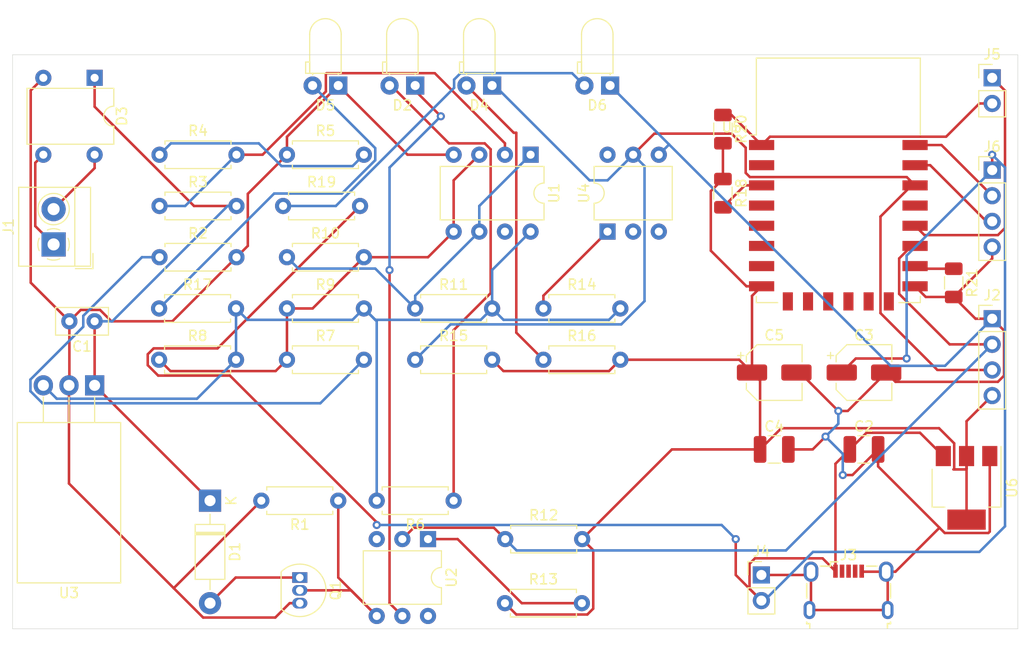
<source format=kicad_pcb>
(kicad_pcb (version 20171130) (host pcbnew "(5.1.6)-1")

  (general
    (thickness 1.6)
    (drawings 4)
    (tracks 302)
    (zones 0)
    (modules 45)
    (nets 32)
  )

  (page A4)
  (layers
    (0 F.Cu signal)
    (31 B.Cu signal)
    (32 B.Adhes user)
    (33 F.Adhes user)
    (34 B.Paste user)
    (35 F.Paste user)
    (36 B.SilkS user)
    (37 F.SilkS user)
    (38 B.Mask user)
    (39 F.Mask user)
    (40 Dwgs.User user)
    (41 Cmts.User user)
    (42 Eco1.User user)
    (43 Eco2.User user)
    (44 Edge.Cuts user)
    (45 Margin user)
    (46 B.CrtYd user)
    (47 F.CrtYd user)
    (48 B.Fab user)
    (49 F.Fab user)
  )

  (setup
    (last_trace_width 0.25)
    (trace_clearance 0.2)
    (zone_clearance 0.508)
    (zone_45_only no)
    (trace_min 0.2)
    (via_size 0.8)
    (via_drill 0.4)
    (via_min_size 0.4)
    (via_min_drill 0.3)
    (uvia_size 0.3)
    (uvia_drill 0.1)
    (uvias_allowed no)
    (uvia_min_size 0.2)
    (uvia_min_drill 0.1)
    (edge_width 0.05)
    (segment_width 0.2)
    (pcb_text_width 0.3)
    (pcb_text_size 1.5 1.5)
    (mod_edge_width 0.12)
    (mod_text_size 1 1)
    (mod_text_width 0.15)
    (pad_size 1.524 1.524)
    (pad_drill 0.762)
    (pad_to_mask_clearance 0.05)
    (aux_axis_origin 0 0)
    (visible_elements 7FFFFFFF)
    (pcbplotparams
      (layerselection 0x010fc_ffffffff)
      (usegerberextensions false)
      (usegerberattributes true)
      (usegerberadvancedattributes true)
      (creategerberjobfile true)
      (excludeedgelayer true)
      (linewidth 0.100000)
      (plotframeref false)
      (viasonmask false)
      (mode 1)
      (useauxorigin false)
      (hpglpennumber 1)
      (hpglpenspeed 20)
      (hpglpendiameter 15.000000)
      (psnegative false)
      (psa4output false)
      (plotreference true)
      (plotvalue true)
      (plotinvisibletext false)
      (padsonsilk false)
      (subtractmaskfromsilk false)
      (outputformat 1)
      (mirror false)
      (drillshape 1)
      (scaleselection 1)
      (outputdirectory ""))
  )

  (net 0 "")
  (net 1 GNDD)
  (net 2 SIGNAL)
  (net 3 GNDREF)
  (net 4 +5VP)
  (net 5 +3V3)
  (net 6 "Net-(D1-Pad2)")
  (net 7 "Net-(D2-Pad2)")
  (net 8 "Net-(D2-Pad1)")
  (net 9 "Net-(D3-Pad3)")
  (net 10 "Net-(D3-Pad4)")
  (net 11 "Net-(D4-Pad2)")
  (net 12 RX)
  (net 13 "Net-(D5-Pad2)")
  (net 14 "Net-(D6-Pad2)")
  (net 15 TX)
  (net 16 RESET)
  (net 17 GPIO0)
  (net 18 P_RX)
  (net 19 P_TX)
  (net 20 "Net-(Q1-Pad2)")
  (net 21 "Net-(R2-Pad1)")
  (net 22 "Net-(R3-Pad1)")
  (net 23 "Net-(R4-Pad1)")
  (net 24 +5V)
  (net 25 "Net-(R10-Pad2)")
  (net 26 "Net-(R10-Pad1)")
  (net 27 "Net-(R13-Pad2)")
  (net 28 "Net-(R14-Pad1)")
  (net 29 "Net-(R18-Pad2)")
  (net 30 "Net-(R21-Pad1)")
  (net 31 "Net-(U1-Pad7)")

  (net_class Default "This is the default net class."
    (clearance 0.2)
    (trace_width 0.25)
    (via_dia 0.8)
    (via_drill 0.4)
    (uvia_dia 0.3)
    (uvia_drill 0.1)
    (add_net +3V3)
    (add_net +5V)
    (add_net +5VP)
    (add_net GNDD)
    (add_net GNDREF)
    (add_net GPIO0)
    (add_net "Net-(D1-Pad2)")
    (add_net "Net-(D2-Pad1)")
    (add_net "Net-(D2-Pad2)")
    (add_net "Net-(D3-Pad3)")
    (add_net "Net-(D3-Pad4)")
    (add_net "Net-(D4-Pad2)")
    (add_net "Net-(D5-Pad2)")
    (add_net "Net-(D6-Pad2)")
    (add_net "Net-(Q1-Pad2)")
    (add_net "Net-(R10-Pad1)")
    (add_net "Net-(R10-Pad2)")
    (add_net "Net-(R13-Pad2)")
    (add_net "Net-(R14-Pad1)")
    (add_net "Net-(R18-Pad2)")
    (add_net "Net-(R2-Pad1)")
    (add_net "Net-(R21-Pad1)")
    (add_net "Net-(R3-Pad1)")
    (add_net "Net-(R4-Pad1)")
    (add_net "Net-(U1-Pad7)")
    (add_net P_RX)
    (add_net P_TX)
    (add_net RESET)
    (add_net RX)
    (add_net SIGNAL)
    (add_net TX)
  )

  (module Resistor_SMD:R_1206_3216Metric (layer F.Cu) (tedit 5B301BBD) (tstamp 60114362)
    (at 133.35 105.41 270)
    (descr "Resistor SMD 1206 (3216 Metric), square (rectangular) end terminal, IPC_7351 nominal, (Body size source: http://www.tortai-tech.com/upload/download/2011102023233369053.pdf), generated with kicad-footprint-generator")
    (tags resistor)
    (path /60245B28)
    (attr smd)
    (fp_text reference R21 (at 0 -1.82 90) (layer F.SilkS)
      (effects (font (size 1 1) (thickness 0.15)))
    )
    (fp_text value 4.7k (at 0 1.82 90) (layer F.Fab)
      (effects (font (size 1 1) (thickness 0.15)))
    )
    (fp_line (start 2.28 1.12) (end -2.28 1.12) (layer F.CrtYd) (width 0.05))
    (fp_line (start 2.28 -1.12) (end 2.28 1.12) (layer F.CrtYd) (width 0.05))
    (fp_line (start -2.28 -1.12) (end 2.28 -1.12) (layer F.CrtYd) (width 0.05))
    (fp_line (start -2.28 1.12) (end -2.28 -1.12) (layer F.CrtYd) (width 0.05))
    (fp_line (start -0.602064 0.91) (end 0.602064 0.91) (layer F.SilkS) (width 0.12))
    (fp_line (start -0.602064 -0.91) (end 0.602064 -0.91) (layer F.SilkS) (width 0.12))
    (fp_line (start 1.6 0.8) (end -1.6 0.8) (layer F.Fab) (width 0.1))
    (fp_line (start 1.6 -0.8) (end 1.6 0.8) (layer F.Fab) (width 0.1))
    (fp_line (start -1.6 -0.8) (end 1.6 -0.8) (layer F.Fab) (width 0.1))
    (fp_line (start -1.6 0.8) (end -1.6 -0.8) (layer F.Fab) (width 0.1))
    (fp_text user %R (at 0 0 90) (layer F.Fab)
      (effects (font (size 0.8 0.8) (thickness 0.12)))
    )
    (pad 2 smd roundrect (at 1.4 0 270) (size 1.25 1.75) (layers F.Cu F.Paste F.Mask) (roundrect_rratio 0.2)
      (net 3 GNDREF))
    (pad 1 smd roundrect (at -1.4 0 270) (size 1.25 1.75) (layers F.Cu F.Paste F.Mask) (roundrect_rratio 0.2)
      (net 30 "Net-(R21-Pad1)"))
    (model ${KISYS3DMOD}/Resistor_SMD.3dshapes/R_1206_3216Metric.wrl
      (at (xyz 0 0 0))
      (scale (xyz 1 1 1))
      (rotate (xyz 0 0 0))
    )
  )

  (module Resistor_SMD:R_1206_3216Metric (layer F.Cu) (tedit 5B301BBD) (tstamp 6011434B)
    (at 110.49 90.17 270)
    (descr "Resistor SMD 1206 (3216 Metric), square (rectangular) end terminal, IPC_7351 nominal, (Body size source: http://www.tortai-tech.com/upload/download/2011102023233369053.pdf), generated with kicad-footprint-generator")
    (tags resistor)
    (path /6021D7FA)
    (attr smd)
    (fp_text reference R20 (at 0 -1.82 90) (layer F.SilkS)
      (effects (font (size 1 1) (thickness 0.15)))
    )
    (fp_text value 4.7k (at 0 1.82 90) (layer F.Fab)
      (effects (font (size 1 1) (thickness 0.15)))
    )
    (fp_line (start 2.28 1.12) (end -2.28 1.12) (layer F.CrtYd) (width 0.05))
    (fp_line (start 2.28 -1.12) (end 2.28 1.12) (layer F.CrtYd) (width 0.05))
    (fp_line (start -2.28 -1.12) (end 2.28 -1.12) (layer F.CrtYd) (width 0.05))
    (fp_line (start -2.28 1.12) (end -2.28 -1.12) (layer F.CrtYd) (width 0.05))
    (fp_line (start -0.602064 0.91) (end 0.602064 0.91) (layer F.SilkS) (width 0.12))
    (fp_line (start -0.602064 -0.91) (end 0.602064 -0.91) (layer F.SilkS) (width 0.12))
    (fp_line (start 1.6 0.8) (end -1.6 0.8) (layer F.Fab) (width 0.1))
    (fp_line (start 1.6 -0.8) (end 1.6 0.8) (layer F.Fab) (width 0.1))
    (fp_line (start -1.6 -0.8) (end 1.6 -0.8) (layer F.Fab) (width 0.1))
    (fp_line (start -1.6 0.8) (end -1.6 -0.8) (layer F.Fab) (width 0.1))
    (fp_text user %R (at 0 0 90) (layer F.Fab)
      (effects (font (size 0.8 0.8) (thickness 0.12)))
    )
    (pad 2 smd roundrect (at 1.4 0 270) (size 1.25 1.75) (layers F.Cu F.Paste F.Mask) (roundrect_rratio 0.2)
      (net 5 +3V3))
    (pad 1 smd roundrect (at -1.4 0 270) (size 1.25 1.75) (layers F.Cu F.Paste F.Mask) (roundrect_rratio 0.2)
      (net 16 RESET))
    (model ${KISYS3DMOD}/Resistor_SMD.3dshapes/R_1206_3216Metric.wrl
      (at (xyz 0 0 0))
      (scale (xyz 1 1 1))
      (rotate (xyz 0 0 0))
    )
  )

  (module Resistor_SMD:R_1206_3216Metric (layer F.Cu) (tedit 5B301BBD) (tstamp 6011431D)
    (at 110.49 96.52 270)
    (descr "Resistor SMD 1206 (3216 Metric), square (rectangular) end terminal, IPC_7351 nominal, (Body size source: http://www.tortai-tech.com/upload/download/2011102023233369053.pdf), generated with kicad-footprint-generator")
    (tags resistor)
    (path /60223893)
    (attr smd)
    (fp_text reference R18 (at 0 -1.82 90) (layer F.SilkS)
      (effects (font (size 1 1) (thickness 0.15)))
    )
    (fp_text value 10k (at 0 1.82 90) (layer F.Fab)
      (effects (font (size 1 1) (thickness 0.15)))
    )
    (fp_line (start 2.28 1.12) (end -2.28 1.12) (layer F.CrtYd) (width 0.05))
    (fp_line (start 2.28 -1.12) (end 2.28 1.12) (layer F.CrtYd) (width 0.05))
    (fp_line (start -2.28 -1.12) (end 2.28 -1.12) (layer F.CrtYd) (width 0.05))
    (fp_line (start -2.28 1.12) (end -2.28 -1.12) (layer F.CrtYd) (width 0.05))
    (fp_line (start -0.602064 0.91) (end 0.602064 0.91) (layer F.SilkS) (width 0.12))
    (fp_line (start -0.602064 -0.91) (end 0.602064 -0.91) (layer F.SilkS) (width 0.12))
    (fp_line (start 1.6 0.8) (end -1.6 0.8) (layer F.Fab) (width 0.1))
    (fp_line (start 1.6 -0.8) (end 1.6 0.8) (layer F.Fab) (width 0.1))
    (fp_line (start -1.6 -0.8) (end 1.6 -0.8) (layer F.Fab) (width 0.1))
    (fp_line (start -1.6 0.8) (end -1.6 -0.8) (layer F.Fab) (width 0.1))
    (fp_text user %R (at 0 0 90) (layer F.Fab)
      (effects (font (size 0.8 0.8) (thickness 0.12)))
    )
    (pad 2 smd roundrect (at 1.4 0 270) (size 1.25 1.75) (layers F.Cu F.Paste F.Mask) (roundrect_rratio 0.2)
      (net 29 "Net-(R18-Pad2)"))
    (pad 1 smd roundrect (at -1.4 0 270) (size 1.25 1.75) (layers F.Cu F.Paste F.Mask) (roundrect_rratio 0.2)
      (net 5 +3V3))
    (model ${KISYS3DMOD}/Resistor_SMD.3dshapes/R_1206_3216Metric.wrl
      (at (xyz 0 0 0))
      (scale (xyz 1 1 1))
      (rotate (xyz 0 0 0))
    )
  )

  (module Package_TO_SOT_SMD:SOT-223-3_TabPin2 (layer F.Cu) (tedit 5A02FF57) (tstamp 6011538E)
    (at 134.62 125.73 270)
    (descr "module CMS SOT223 4 pins")
    (tags "CMS SOT")
    (path /602623BD)
    (attr smd)
    (fp_text reference U6 (at 0 -4.5 90) (layer F.SilkS)
      (effects (font (size 1 1) (thickness 0.15)))
    )
    (fp_text value AMS1117-3.3 (at 0 4.5 90) (layer F.Fab)
      (effects (font (size 1 1) (thickness 0.15)))
    )
    (fp_line (start 1.85 -3.35) (end 1.85 3.35) (layer F.Fab) (width 0.1))
    (fp_line (start -1.85 3.35) (end 1.85 3.35) (layer F.Fab) (width 0.1))
    (fp_line (start -4.1 -3.41) (end 1.91 -3.41) (layer F.SilkS) (width 0.12))
    (fp_line (start -0.85 -3.35) (end 1.85 -3.35) (layer F.Fab) (width 0.1))
    (fp_line (start -1.85 3.41) (end 1.91 3.41) (layer F.SilkS) (width 0.12))
    (fp_line (start -1.85 -2.35) (end -1.85 3.35) (layer F.Fab) (width 0.1))
    (fp_line (start -1.85 -2.35) (end -0.85 -3.35) (layer F.Fab) (width 0.1))
    (fp_line (start -4.4 -3.6) (end -4.4 3.6) (layer F.CrtYd) (width 0.05))
    (fp_line (start -4.4 3.6) (end 4.4 3.6) (layer F.CrtYd) (width 0.05))
    (fp_line (start 4.4 3.6) (end 4.4 -3.6) (layer F.CrtYd) (width 0.05))
    (fp_line (start 4.4 -3.6) (end -4.4 -3.6) (layer F.CrtYd) (width 0.05))
    (fp_line (start 1.91 -3.41) (end 1.91 -2.15) (layer F.SilkS) (width 0.12))
    (fp_line (start 1.91 3.41) (end 1.91 2.15) (layer F.SilkS) (width 0.12))
    (fp_text user %R (at 0 0) (layer F.Fab)
      (effects (font (size 0.8 0.8) (thickness 0.12)))
    )
    (pad 1 smd rect (at -3.15 -2.3 270) (size 2 1.5) (layers F.Cu F.Paste F.Mask)
      (net 3 GNDREF))
    (pad 3 smd rect (at -3.15 2.3 270) (size 2 1.5) (layers F.Cu F.Paste F.Mask)
      (net 4 +5VP))
    (pad 2 smd rect (at -3.15 0 270) (size 2 1.5) (layers F.Cu F.Paste F.Mask)
      (net 5 +3V3))
    (pad 2 smd rect (at 3.15 0 270) (size 2 3.8) (layers F.Cu F.Paste F.Mask)
      (net 5 +3V3))
    (model ${KISYS3DMOD}/Package_TO_SOT_SMD.3dshapes/SOT-223.wrl
      (at (xyz 0 0 0))
      (scale (xyz 1 1 1))
      (rotate (xyz 0 0 0))
    )
  )

  (module RF_Module:ESP-12E (layer F.Cu) (tedit 5A030172) (tstamp 6011440D)
    (at 121.92 95.25)
    (descr "Wi-Fi Module, http://wiki.ai-thinker.com/_media/esp8266/docs/aithinker_esp_12f_datasheet_en.pdf")
    (tags "Wi-Fi Module")
    (path /6020463B)
    (attr smd)
    (fp_text reference U5 (at -10.56 -5.26) (layer F.SilkS)
      (effects (font (size 1 1) (thickness 0.15)))
    )
    (fp_text value ESP-12F (at -0.06 -12.78) (layer F.Fab)
      (effects (font (size 1 1) (thickness 0.15)))
    )
    (fp_line (start 5.56 -4.8) (end 8.12 -7.36) (layer Dwgs.User) (width 0.12))
    (fp_line (start 2.56 -4.8) (end 8.12 -10.36) (layer Dwgs.User) (width 0.12))
    (fp_line (start -0.44 -4.8) (end 6.88 -12.12) (layer Dwgs.User) (width 0.12))
    (fp_line (start -3.44 -4.8) (end 3.88 -12.12) (layer Dwgs.User) (width 0.12))
    (fp_line (start -6.44 -4.8) (end 0.88 -12.12) (layer Dwgs.User) (width 0.12))
    (fp_line (start -8.12 -6.12) (end -2.12 -12.12) (layer Dwgs.User) (width 0.12))
    (fp_line (start -8.12 -9.12) (end -5.12 -12.12) (layer Dwgs.User) (width 0.12))
    (fp_line (start -8.12 -4.8) (end -8.12 -12.12) (layer Dwgs.User) (width 0.12))
    (fp_line (start 8.12 -4.8) (end -8.12 -4.8) (layer Dwgs.User) (width 0.12))
    (fp_line (start 8.12 -12.12) (end 8.12 -4.8) (layer Dwgs.User) (width 0.12))
    (fp_line (start -8.12 -12.12) (end 8.12 -12.12) (layer Dwgs.User) (width 0.12))
    (fp_line (start -8.12 -4.5) (end -8.73 -4.5) (layer F.SilkS) (width 0.12))
    (fp_line (start -8.12 -4.5) (end -8.12 -12.12) (layer F.SilkS) (width 0.12))
    (fp_line (start -8.12 12.12) (end -8.12 11.5) (layer F.SilkS) (width 0.12))
    (fp_line (start -6 12.12) (end -8.12 12.12) (layer F.SilkS) (width 0.12))
    (fp_line (start 8.12 12.12) (end 6 12.12) (layer F.SilkS) (width 0.12))
    (fp_line (start 8.12 11.5) (end 8.12 12.12) (layer F.SilkS) (width 0.12))
    (fp_line (start 8.12 -12.12) (end 8.12 -4.5) (layer F.SilkS) (width 0.12))
    (fp_line (start -8.12 -12.12) (end 8.12 -12.12) (layer F.SilkS) (width 0.12))
    (fp_line (start -9.05 13.1) (end -9.05 -12.2) (layer F.CrtYd) (width 0.05))
    (fp_line (start 9.05 13.1) (end -9.05 13.1) (layer F.CrtYd) (width 0.05))
    (fp_line (start 9.05 -12.2) (end 9.05 13.1) (layer F.CrtYd) (width 0.05))
    (fp_line (start -9.05 -12.2) (end 9.05 -12.2) (layer F.CrtYd) (width 0.05))
    (fp_line (start -8 -4) (end -8 -12) (layer F.Fab) (width 0.12))
    (fp_line (start -7.5 -3.5) (end -8 -4) (layer F.Fab) (width 0.12))
    (fp_line (start -8 -3) (end -7.5 -3.5) (layer F.Fab) (width 0.12))
    (fp_line (start -8 12) (end -8 -3) (layer F.Fab) (width 0.12))
    (fp_line (start 8 12) (end -8 12) (layer F.Fab) (width 0.12))
    (fp_line (start 8 -12) (end 8 12) (layer F.Fab) (width 0.12))
    (fp_line (start -8 -12) (end 8 -12) (layer F.Fab) (width 0.12))
    (fp_text user %R (at 0.49 -0.8) (layer F.Fab)
      (effects (font (size 1 1) (thickness 0.15)))
    )
    (fp_text user "KEEP-OUT ZONE" (at 0.03 -9.55 180) (layer Cmts.User)
      (effects (font (size 1 1) (thickness 0.15)))
    )
    (fp_text user Antenna (at -0.06 -7 180) (layer Cmts.User)
      (effects (font (size 1 1) (thickness 0.15)))
    )
    (pad 22 smd rect (at 7.6 -3.5) (size 2.5 1) (layers F.Cu F.Paste F.Mask)
      (net 19 P_TX))
    (pad 21 smd rect (at 7.6 -1.5) (size 2.5 1) (layers F.Cu F.Paste F.Mask)
      (net 18 P_RX))
    (pad 20 smd rect (at 7.6 0.5) (size 2.5 1) (layers F.Cu F.Paste F.Mask)
      (net 12 RX))
    (pad 19 smd rect (at 7.6 2.5) (size 2.5 1) (layers F.Cu F.Paste F.Mask))
    (pad 18 smd rect (at 7.6 4.5) (size 2.5 1) (layers F.Cu F.Paste F.Mask)
      (net 17 GPIO0))
    (pad 17 smd rect (at 7.6 6.5) (size 2.5 1) (layers F.Cu F.Paste F.Mask)
      (net 15 TX))
    (pad 16 smd rect (at 7.6 8.5) (size 2.5 1) (layers F.Cu F.Paste F.Mask)
      (net 30 "Net-(R21-Pad1)"))
    (pad 15 smd rect (at 7.6 10.5) (size 2.5 1) (layers F.Cu F.Paste F.Mask)
      (net 3 GNDREF))
    (pad 14 smd rect (at 5 12) (size 1 1.8) (layers F.Cu F.Paste F.Mask))
    (pad 13 smd rect (at 3 12) (size 1 1.8) (layers F.Cu F.Paste F.Mask))
    (pad 12 smd rect (at 1 12) (size 1 1.8) (layers F.Cu F.Paste F.Mask))
    (pad 11 smd rect (at -1 12) (size 1 1.8) (layers F.Cu F.Paste F.Mask))
    (pad 10 smd rect (at -3 12) (size 1 1.8) (layers F.Cu F.Paste F.Mask))
    (pad 9 smd rect (at -5 12) (size 1 1.8) (layers F.Cu F.Paste F.Mask))
    (pad 8 smd rect (at -7.6 10.5) (size 2.5 1) (layers F.Cu F.Paste F.Mask)
      (net 5 +3V3))
    (pad 7 smd rect (at -7.6 8.5) (size 2.5 1) (layers F.Cu F.Paste F.Mask))
    (pad 6 smd rect (at -7.6 6.5) (size 2.5 1) (layers F.Cu F.Paste F.Mask))
    (pad 5 smd rect (at -7.6 4.5) (size 2.5 1) (layers F.Cu F.Paste F.Mask))
    (pad 4 smd rect (at -7.6 2.5) (size 2.5 1) (layers F.Cu F.Paste F.Mask))
    (pad 3 smd rect (at -7.6 0.5) (size 2.5 1) (layers F.Cu F.Paste F.Mask)
      (net 29 "Net-(R18-Pad2)"))
    (pad 2 smd rect (at -7.6 -1.5) (size 2.5 1) (layers F.Cu F.Paste F.Mask))
    (pad 1 smd rect (at -7.6 -3.5) (size 2.5 1) (layers F.Cu F.Paste F.Mask)
      (net 16 RESET))
    (model ${KISYS3DMOD}/RF_Module.3dshapes/ESP-12E.wrl
      (at (xyz 0 0 0))
      (scale (xyz 1 1 1))
      (rotate (xyz 0 0 0))
    )
  )

  (module Package_DIP:DIP-6_W7.62mm (layer F.Cu) (tedit 5A02E8C5) (tstamp 601143D2)
    (at 99.06 100.33 90)
    (descr "6-lead though-hole mounted DIP package, row spacing 7.62 mm (300 mils)")
    (tags "THT DIP DIL PDIP 2.54mm 7.62mm 300mil")
    (path /60163FBF)
    (fp_text reference U4 (at 3.81 -2.33 90) (layer F.SilkS)
      (effects (font (size 1 1) (thickness 0.15)))
    )
    (fp_text value 4N25 (at 3.81 7.41 90) (layer F.Fab)
      (effects (font (size 1 1) (thickness 0.15)))
    )
    (fp_line (start 8.7 -1.55) (end -1.1 -1.55) (layer F.CrtYd) (width 0.05))
    (fp_line (start 8.7 6.6) (end 8.7 -1.55) (layer F.CrtYd) (width 0.05))
    (fp_line (start -1.1 6.6) (end 8.7 6.6) (layer F.CrtYd) (width 0.05))
    (fp_line (start -1.1 -1.55) (end -1.1 6.6) (layer F.CrtYd) (width 0.05))
    (fp_line (start 6.46 -1.33) (end 4.81 -1.33) (layer F.SilkS) (width 0.12))
    (fp_line (start 6.46 6.41) (end 6.46 -1.33) (layer F.SilkS) (width 0.12))
    (fp_line (start 1.16 6.41) (end 6.46 6.41) (layer F.SilkS) (width 0.12))
    (fp_line (start 1.16 -1.33) (end 1.16 6.41) (layer F.SilkS) (width 0.12))
    (fp_line (start 2.81 -1.33) (end 1.16 -1.33) (layer F.SilkS) (width 0.12))
    (fp_line (start 0.635 -0.27) (end 1.635 -1.27) (layer F.Fab) (width 0.1))
    (fp_line (start 0.635 6.35) (end 0.635 -0.27) (layer F.Fab) (width 0.1))
    (fp_line (start 6.985 6.35) (end 0.635 6.35) (layer F.Fab) (width 0.1))
    (fp_line (start 6.985 -1.27) (end 6.985 6.35) (layer F.Fab) (width 0.1))
    (fp_line (start 1.635 -1.27) (end 6.985 -1.27) (layer F.Fab) (width 0.1))
    (fp_text user %R (at 3.81 2.54 90) (layer F.Fab)
      (effects (font (size 1 1) (thickness 0.15)))
    )
    (fp_arc (start 3.81 -1.33) (end 2.81 -1.33) (angle -180) (layer F.SilkS) (width 0.12))
    (pad 6 thru_hole oval (at 7.62 0 90) (size 1.6 1.6) (drill 0.8) (layers *.Cu *.Mask))
    (pad 3 thru_hole oval (at 0 5.08 90) (size 1.6 1.6) (drill 0.8) (layers *.Cu *.Mask))
    (pad 5 thru_hole oval (at 7.62 2.54 90) (size 1.6 1.6) (drill 0.8) (layers *.Cu *.Mask)
      (net 12 RX))
    (pad 2 thru_hole oval (at 0 2.54 90) (size 1.6 1.6) (drill 0.8) (layers *.Cu *.Mask)
      (net 31 "Net-(U1-Pad7)"))
    (pad 4 thru_hole oval (at 7.62 5.08 90) (size 1.6 1.6) (drill 0.8) (layers *.Cu *.Mask)
      (net 3 GNDREF))
    (pad 1 thru_hole rect (at 0 0 90) (size 1.6 1.6) (drill 0.8) (layers *.Cu *.Mask)
      (net 28 "Net-(R14-Pad1)"))
    (model ${KISYS3DMOD}/Package_DIP.3dshapes/DIP-6_W7.62mm.wrl
      (at (xyz 0 0 0))
      (scale (xyz 1 1 1))
      (rotate (xyz 0 0 0))
    )
  )

  (module Package_TO_SOT_THT:TO-220-3_Horizontal_TabDown (layer F.Cu) (tedit 5AC8BA0D) (tstamp 601143B8)
    (at 48.26 115.57 180)
    (descr "TO-220-3, Horizontal, RM 2.54mm, see https://www.vishay.com/docs/66542/to-220-1.pdf")
    (tags "TO-220-3 Horizontal RM 2.54mm")
    (path /6010A8DB)
    (fp_text reference U3 (at 2.54 -20.58) (layer F.SilkS)
      (effects (font (size 1 1) (thickness 0.15)))
    )
    (fp_text value L7805 (at 2.54 2) (layer F.Fab)
      (effects (font (size 1 1) (thickness 0.15)))
    )
    (fp_line (start 7.79 -19.71) (end -2.71 -19.71) (layer F.CrtYd) (width 0.05))
    (fp_line (start 7.79 1.25) (end 7.79 -19.71) (layer F.CrtYd) (width 0.05))
    (fp_line (start -2.71 1.25) (end 7.79 1.25) (layer F.CrtYd) (width 0.05))
    (fp_line (start -2.71 -19.71) (end -2.71 1.25) (layer F.CrtYd) (width 0.05))
    (fp_line (start 5.08 -3.69) (end 5.08 -1.15) (layer F.SilkS) (width 0.12))
    (fp_line (start 2.54 -3.69) (end 2.54 -1.15) (layer F.SilkS) (width 0.12))
    (fp_line (start 0 -3.69) (end 0 -1.15) (layer F.SilkS) (width 0.12))
    (fp_line (start 7.66 -19.58) (end 7.66 -3.69) (layer F.SilkS) (width 0.12))
    (fp_line (start -2.58 -19.58) (end -2.58 -3.69) (layer F.SilkS) (width 0.12))
    (fp_line (start -2.58 -19.58) (end 7.66 -19.58) (layer F.SilkS) (width 0.12))
    (fp_line (start -2.58 -3.69) (end 7.66 -3.69) (layer F.SilkS) (width 0.12))
    (fp_line (start 5.08 -3.81) (end 5.08 0) (layer F.Fab) (width 0.1))
    (fp_line (start 2.54 -3.81) (end 2.54 0) (layer F.Fab) (width 0.1))
    (fp_line (start 0 -3.81) (end 0 0) (layer F.Fab) (width 0.1))
    (fp_line (start 7.54 -3.81) (end -2.46 -3.81) (layer F.Fab) (width 0.1))
    (fp_line (start 7.54 -13.06) (end 7.54 -3.81) (layer F.Fab) (width 0.1))
    (fp_line (start -2.46 -13.06) (end 7.54 -13.06) (layer F.Fab) (width 0.1))
    (fp_line (start -2.46 -3.81) (end -2.46 -13.06) (layer F.Fab) (width 0.1))
    (fp_line (start 7.54 -13.06) (end -2.46 -13.06) (layer F.Fab) (width 0.1))
    (fp_line (start 7.54 -19.46) (end 7.54 -13.06) (layer F.Fab) (width 0.1))
    (fp_line (start -2.46 -19.46) (end 7.54 -19.46) (layer F.Fab) (width 0.1))
    (fp_line (start -2.46 -13.06) (end -2.46 -19.46) (layer F.Fab) (width 0.1))
    (fp_circle (center 2.54 -16.66) (end 4.39 -16.66) (layer F.Fab) (width 0.1))
    (fp_text user %R (at 2.54 -20.58) (layer F.Fab)
      (effects (font (size 1 1) (thickness 0.15)))
    )
    (pad 3 thru_hole oval (at 5.08 0 180) (size 1.905 2) (drill 1.1) (layers *.Cu *.Mask)
      (net 24 +5V))
    (pad 2 thru_hole oval (at 2.54 0 180) (size 1.905 2) (drill 1.1) (layers *.Cu *.Mask)
      (net 1 GNDD))
    (pad 1 thru_hole rect (at 0 0 180) (size 1.905 2) (drill 1.1) (layers *.Cu *.Mask)
      (net 2 SIGNAL))
    (pad "" np_thru_hole oval (at 2.54 -16.66 180) (size 3.5 3.5) (drill 3.5) (layers *.Cu *.Mask))
    (model ${KISYS3DMOD}/Package_TO_SOT_THT.3dshapes/TO-220-3_Horizontal_TabDown.wrl
      (at (xyz 0 0 0))
      (scale (xyz 1 1 1))
      (rotate (xyz 0 0 0))
    )
  )

  (module Package_DIP:DIP-6_W7.62mm (layer F.Cu) (tedit 5A02E8C5) (tstamp 60114398)
    (at 81.28 130.81 270)
    (descr "6-lead though-hole mounted DIP package, row spacing 7.62 mm (300 mils)")
    (tags "THT DIP DIL PDIP 2.54mm 7.62mm 300mil")
    (path /60129FBA)
    (fp_text reference U2 (at 3.81 -2.33 90) (layer F.SilkS)
      (effects (font (size 1 1) (thickness 0.15)))
    )
    (fp_text value 4N25 (at 3.81 7.41 90) (layer F.Fab)
      (effects (font (size 1 1) (thickness 0.15)))
    )
    (fp_line (start 8.7 -1.55) (end -1.1 -1.55) (layer F.CrtYd) (width 0.05))
    (fp_line (start 8.7 6.6) (end 8.7 -1.55) (layer F.CrtYd) (width 0.05))
    (fp_line (start -1.1 6.6) (end 8.7 6.6) (layer F.CrtYd) (width 0.05))
    (fp_line (start -1.1 -1.55) (end -1.1 6.6) (layer F.CrtYd) (width 0.05))
    (fp_line (start 6.46 -1.33) (end 4.81 -1.33) (layer F.SilkS) (width 0.12))
    (fp_line (start 6.46 6.41) (end 6.46 -1.33) (layer F.SilkS) (width 0.12))
    (fp_line (start 1.16 6.41) (end 6.46 6.41) (layer F.SilkS) (width 0.12))
    (fp_line (start 1.16 -1.33) (end 1.16 6.41) (layer F.SilkS) (width 0.12))
    (fp_line (start 2.81 -1.33) (end 1.16 -1.33) (layer F.SilkS) (width 0.12))
    (fp_line (start 0.635 -0.27) (end 1.635 -1.27) (layer F.Fab) (width 0.1))
    (fp_line (start 0.635 6.35) (end 0.635 -0.27) (layer F.Fab) (width 0.1))
    (fp_line (start 6.985 6.35) (end 0.635 6.35) (layer F.Fab) (width 0.1))
    (fp_line (start 6.985 -1.27) (end 6.985 6.35) (layer F.Fab) (width 0.1))
    (fp_line (start 1.635 -1.27) (end 6.985 -1.27) (layer F.Fab) (width 0.1))
    (fp_text user %R (at 3.81 2.54 90) (layer F.Fab)
      (effects (font (size 1 1) (thickness 0.15)))
    )
    (fp_arc (start 3.81 -1.33) (end 2.81 -1.33) (angle -180) (layer F.SilkS) (width 0.12))
    (pad 6 thru_hole oval (at 7.62 0 270) (size 1.6 1.6) (drill 0.8) (layers *.Cu *.Mask))
    (pad 3 thru_hole oval (at 0 5.08 270) (size 1.6 1.6) (drill 0.8) (layers *.Cu *.Mask))
    (pad 5 thru_hole oval (at 7.62 2.54 270) (size 1.6 1.6) (drill 0.8) (layers *.Cu *.Mask)
      (net 8 "Net-(D2-Pad1)"))
    (pad 2 thru_hole oval (at 0 2.54 270) (size 1.6 1.6) (drill 0.8) (layers *.Cu *.Mask)
      (net 15 TX))
    (pad 4 thru_hole oval (at 7.62 5.08 270) (size 1.6 1.6) (drill 0.8) (layers *.Cu *.Mask)
      (net 20 "Net-(Q1-Pad2)"))
    (pad 1 thru_hole rect (at 0 0 270) (size 1.6 1.6) (drill 0.8) (layers *.Cu *.Mask)
      (net 27 "Net-(R13-Pad2)"))
    (model ${KISYS3DMOD}/Package_DIP.3dshapes/DIP-6_W7.62mm.wrl
      (at (xyz 0 0 0))
      (scale (xyz 1 1 1))
      (rotate (xyz 0 0 0))
    )
  )

  (module Package_DIP:DIP-8_W7.62mm (layer F.Cu) (tedit 5A02E8C5) (tstamp 6011437E)
    (at 91.44 92.71 270)
    (descr "8-lead though-hole mounted DIP package, row spacing 7.62 mm (300 mils)")
    (tags "THT DIP DIL PDIP 2.54mm 7.62mm 300mil")
    (path /60132B7D)
    (fp_text reference U1 (at 3.81 -2.33 90) (layer F.SilkS)
      (effects (font (size 1 1) (thickness 0.15)))
    )
    (fp_text value LM393 (at 3.81 9.95 90) (layer F.Fab)
      (effects (font (size 1 1) (thickness 0.15)))
    )
    (fp_line (start 8.7 -1.55) (end -1.1 -1.55) (layer F.CrtYd) (width 0.05))
    (fp_line (start 8.7 9.15) (end 8.7 -1.55) (layer F.CrtYd) (width 0.05))
    (fp_line (start -1.1 9.15) (end 8.7 9.15) (layer F.CrtYd) (width 0.05))
    (fp_line (start -1.1 -1.55) (end -1.1 9.15) (layer F.CrtYd) (width 0.05))
    (fp_line (start 6.46 -1.33) (end 4.81 -1.33) (layer F.SilkS) (width 0.12))
    (fp_line (start 6.46 8.95) (end 6.46 -1.33) (layer F.SilkS) (width 0.12))
    (fp_line (start 1.16 8.95) (end 6.46 8.95) (layer F.SilkS) (width 0.12))
    (fp_line (start 1.16 -1.33) (end 1.16 8.95) (layer F.SilkS) (width 0.12))
    (fp_line (start 2.81 -1.33) (end 1.16 -1.33) (layer F.SilkS) (width 0.12))
    (fp_line (start 0.635 -0.27) (end 1.635 -1.27) (layer F.Fab) (width 0.1))
    (fp_line (start 0.635 8.89) (end 0.635 -0.27) (layer F.Fab) (width 0.1))
    (fp_line (start 6.985 8.89) (end 0.635 8.89) (layer F.Fab) (width 0.1))
    (fp_line (start 6.985 -1.27) (end 6.985 8.89) (layer F.Fab) (width 0.1))
    (fp_line (start 1.635 -1.27) (end 6.985 -1.27) (layer F.Fab) (width 0.1))
    (fp_text user %R (at 3.81 3.81 90) (layer F.Fab)
      (effects (font (size 1 1) (thickness 0.15)))
    )
    (fp_arc (start 3.81 -1.33) (end 2.81 -1.33) (angle -180) (layer F.SilkS) (width 0.12))
    (pad 8 thru_hole oval (at 7.62 0 270) (size 1.6 1.6) (drill 0.8) (layers *.Cu *.Mask)
      (net 24 +5V))
    (pad 4 thru_hole oval (at 0 7.62 270) (size 1.6 1.6) (drill 0.8) (layers *.Cu *.Mask)
      (net 1 GNDD))
    (pad 7 thru_hole oval (at 7.62 2.54 270) (size 1.6 1.6) (drill 0.8) (layers *.Cu *.Mask)
      (net 31 "Net-(U1-Pad7)"))
    (pad 3 thru_hole oval (at 0 5.08 270) (size 1.6 1.6) (drill 0.8) (layers *.Cu *.Mask)
      (net 25 "Net-(R10-Pad2)"))
    (pad 6 thru_hole oval (at 7.62 5.08 270) (size 1.6 1.6) (drill 0.8) (layers *.Cu *.Mask)
      (net 26 "Net-(R10-Pad1)"))
    (pad 2 thru_hole oval (at 0 2.54 270) (size 1.6 1.6) (drill 0.8) (layers *.Cu *.Mask)
      (net 22 "Net-(R3-Pad1)"))
    (pad 5 thru_hole oval (at 7.62 7.62 270) (size 1.6 1.6) (drill 0.8) (layers *.Cu *.Mask)
      (net 25 "Net-(R10-Pad2)"))
    (pad 1 thru_hole rect (at 0 0 270) (size 1.6 1.6) (drill 0.8) (layers *.Cu *.Mask)
      (net 26 "Net-(R10-Pad1)"))
    (model ${KISYS3DMOD}/Package_DIP.3dshapes/DIP-8_W7.62mm.wrl
      (at (xyz 0 0 0))
      (scale (xyz 1 1 1))
      (rotate (xyz 0 0 0))
    )
  )

  (module Resistor_THT:R_Axial_DIN0207_L6.3mm_D2.5mm_P7.62mm_Horizontal (layer F.Cu) (tedit 5AE5139B) (tstamp 60114334)
    (at 66.928 97.79)
    (descr "Resistor, Axial_DIN0207 series, Axial, Horizontal, pin pitch=7.62mm, 0.25W = 1/4W, length*diameter=6.3*2.5mm^2, http://cdn-reichelt.de/documents/datenblatt/B400/1_4W%23YAG.pdf")
    (tags "Resistor Axial_DIN0207 series Axial Horizontal pin pitch 7.62mm 0.25W = 1/4W length 6.3mm diameter 2.5mm")
    (path /6025BEA6)
    (fp_text reference R19 (at 3.81 -2.37) (layer F.SilkS)
      (effects (font (size 1 1) (thickness 0.15)))
    )
    (fp_text value 10k (at 3.81 2.37) (layer F.Fab)
      (effects (font (size 1 1) (thickness 0.15)))
    )
    (fp_line (start 8.67 -1.5) (end -1.05 -1.5) (layer F.CrtYd) (width 0.05))
    (fp_line (start 8.67 1.5) (end 8.67 -1.5) (layer F.CrtYd) (width 0.05))
    (fp_line (start -1.05 1.5) (end 8.67 1.5) (layer F.CrtYd) (width 0.05))
    (fp_line (start -1.05 -1.5) (end -1.05 1.5) (layer F.CrtYd) (width 0.05))
    (fp_line (start 7.08 1.37) (end 7.08 1.04) (layer F.SilkS) (width 0.12))
    (fp_line (start 0.54 1.37) (end 7.08 1.37) (layer F.SilkS) (width 0.12))
    (fp_line (start 0.54 1.04) (end 0.54 1.37) (layer F.SilkS) (width 0.12))
    (fp_line (start 7.08 -1.37) (end 7.08 -1.04) (layer F.SilkS) (width 0.12))
    (fp_line (start 0.54 -1.37) (end 7.08 -1.37) (layer F.SilkS) (width 0.12))
    (fp_line (start 0.54 -1.04) (end 0.54 -1.37) (layer F.SilkS) (width 0.12))
    (fp_line (start 7.62 0) (end 6.96 0) (layer F.Fab) (width 0.1))
    (fp_line (start 0 0) (end 0.66 0) (layer F.Fab) (width 0.1))
    (fp_line (start 6.96 -1.25) (end 0.66 -1.25) (layer F.Fab) (width 0.1))
    (fp_line (start 6.96 1.25) (end 6.96 -1.25) (layer F.Fab) (width 0.1))
    (fp_line (start 0.66 1.25) (end 6.96 1.25) (layer F.Fab) (width 0.1))
    (fp_line (start 0.66 -1.25) (end 0.66 1.25) (layer F.Fab) (width 0.1))
    (fp_text user %R (at 3.81 0) (layer F.Fab)
      (effects (font (size 1 1) (thickness 0.15)))
    )
    (pad 2 thru_hole oval (at 7.62 0) (size 1.6 1.6) (drill 0.8) (layers *.Cu *.Mask)
      (net 4 +5VP))
    (pad 1 thru_hole circle (at 0 0) (size 1.6 1.6) (drill 0.8) (layers *.Cu *.Mask)
      (net 14 "Net-(D6-Pad2)"))
    (model ${KISYS3DMOD}/Resistor_THT.3dshapes/R_Axial_DIN0207_L6.3mm_D2.5mm_P7.62mm_Horizontal.wrl
      (at (xyz 0 0 0))
      (scale (xyz 1 1 1))
      (rotate (xyz 0 0 0))
    )
  )

  (module Resistor_THT:R_Axial_DIN0207_L6.3mm_D2.5mm_P7.62mm_Horizontal (layer F.Cu) (tedit 5AE5139B) (tstamp 60114306)
    (at 54.646 107.95)
    (descr "Resistor, Axial_DIN0207 series, Axial, Horizontal, pin pitch=7.62mm, 0.25W = 1/4W, length*diameter=6.3*2.5mm^2, http://cdn-reichelt.de/documents/datenblatt/B400/1_4W%23YAG.pdf")
    (tags "Resistor Axial_DIN0207 series Axial Horizontal pin pitch 7.62mm 0.25W = 1/4W length 6.3mm diameter 2.5mm")
    (path /60187271)
    (fp_text reference R17 (at 3.81 -2.37) (layer F.SilkS)
      (effects (font (size 1 1) (thickness 0.15)))
    )
    (fp_text value 10k (at 3.81 2.37) (layer F.Fab)
      (effects (font (size 1 1) (thickness 0.15)))
    )
    (fp_line (start 8.67 -1.5) (end -1.05 -1.5) (layer F.CrtYd) (width 0.05))
    (fp_line (start 8.67 1.5) (end 8.67 -1.5) (layer F.CrtYd) (width 0.05))
    (fp_line (start -1.05 1.5) (end 8.67 1.5) (layer F.CrtYd) (width 0.05))
    (fp_line (start -1.05 -1.5) (end -1.05 1.5) (layer F.CrtYd) (width 0.05))
    (fp_line (start 7.08 1.37) (end 7.08 1.04) (layer F.SilkS) (width 0.12))
    (fp_line (start 0.54 1.37) (end 7.08 1.37) (layer F.SilkS) (width 0.12))
    (fp_line (start 0.54 1.04) (end 0.54 1.37) (layer F.SilkS) (width 0.12))
    (fp_line (start 7.08 -1.37) (end 7.08 -1.04) (layer F.SilkS) (width 0.12))
    (fp_line (start 0.54 -1.37) (end 7.08 -1.37) (layer F.SilkS) (width 0.12))
    (fp_line (start 0.54 -1.04) (end 0.54 -1.37) (layer F.SilkS) (width 0.12))
    (fp_line (start 7.62 0) (end 6.96 0) (layer F.Fab) (width 0.1))
    (fp_line (start 0 0) (end 0.66 0) (layer F.Fab) (width 0.1))
    (fp_line (start 6.96 -1.25) (end 0.66 -1.25) (layer F.Fab) (width 0.1))
    (fp_line (start 6.96 1.25) (end 6.96 -1.25) (layer F.Fab) (width 0.1))
    (fp_line (start 0.66 1.25) (end 6.96 1.25) (layer F.Fab) (width 0.1))
    (fp_line (start 0.66 -1.25) (end 0.66 1.25) (layer F.Fab) (width 0.1))
    (fp_text user %R (at 3.81 0) (layer F.Fab)
      (effects (font (size 1 1) (thickness 0.15)))
    )
    (pad 2 thru_hole oval (at 7.62 0) (size 1.6 1.6) (drill 0.8) (layers *.Cu *.Mask)
      (net 24 +5V))
    (pad 1 thru_hole circle (at 0 0) (size 1.6 1.6) (drill 0.8) (layers *.Cu *.Mask)
      (net 13 "Net-(D5-Pad2)"))
    (model ${KISYS3DMOD}/Resistor_THT.3dshapes/R_Axial_DIN0207_L6.3mm_D2.5mm_P7.62mm_Horizontal.wrl
      (at (xyz 0 0 0))
      (scale (xyz 1 1 1))
      (rotate (xyz 0 0 0))
    )
  )

  (module Resistor_THT:R_Axial_DIN0207_L6.3mm_D2.5mm_P7.62mm_Horizontal (layer F.Cu) (tedit 5AE5139B) (tstamp 601142EF)
    (at 92.71 113.03)
    (descr "Resistor, Axial_DIN0207 series, Axial, Horizontal, pin pitch=7.62mm, 0.25W = 1/4W, length*diameter=6.3*2.5mm^2, http://cdn-reichelt.de/documents/datenblatt/B400/1_4W%23YAG.pdf")
    (tags "Resistor Axial_DIN0207 series Axial Horizontal pin pitch 7.62mm 0.25W = 1/4W length 6.3mm diameter 2.5mm")
    (path /6017AC5A)
    (fp_text reference R16 (at 3.81 -2.37) (layer F.SilkS)
      (effects (font (size 1 1) (thickness 0.15)))
    )
    (fp_text value 220 (at 3.81 2.37) (layer F.Fab)
      (effects (font (size 1 1) (thickness 0.15)))
    )
    (fp_line (start 8.67 -1.5) (end -1.05 -1.5) (layer F.CrtYd) (width 0.05))
    (fp_line (start 8.67 1.5) (end 8.67 -1.5) (layer F.CrtYd) (width 0.05))
    (fp_line (start -1.05 1.5) (end 8.67 1.5) (layer F.CrtYd) (width 0.05))
    (fp_line (start -1.05 -1.5) (end -1.05 1.5) (layer F.CrtYd) (width 0.05))
    (fp_line (start 7.08 1.37) (end 7.08 1.04) (layer F.SilkS) (width 0.12))
    (fp_line (start 0.54 1.37) (end 7.08 1.37) (layer F.SilkS) (width 0.12))
    (fp_line (start 0.54 1.04) (end 0.54 1.37) (layer F.SilkS) (width 0.12))
    (fp_line (start 7.08 -1.37) (end 7.08 -1.04) (layer F.SilkS) (width 0.12))
    (fp_line (start 0.54 -1.37) (end 7.08 -1.37) (layer F.SilkS) (width 0.12))
    (fp_line (start 0.54 -1.04) (end 0.54 -1.37) (layer F.SilkS) (width 0.12))
    (fp_line (start 7.62 0) (end 6.96 0) (layer F.Fab) (width 0.1))
    (fp_line (start 0 0) (end 0.66 0) (layer F.Fab) (width 0.1))
    (fp_line (start 6.96 -1.25) (end 0.66 -1.25) (layer F.Fab) (width 0.1))
    (fp_line (start 6.96 1.25) (end 6.96 -1.25) (layer F.Fab) (width 0.1))
    (fp_line (start 0.66 1.25) (end 6.96 1.25) (layer F.Fab) (width 0.1))
    (fp_line (start 0.66 -1.25) (end 0.66 1.25) (layer F.Fab) (width 0.1))
    (fp_text user %R (at 3.81 0) (layer F.Fab)
      (effects (font (size 1 1) (thickness 0.15)))
    )
    (pad 2 thru_hole oval (at 7.62 0) (size 1.6 1.6) (drill 0.8) (layers *.Cu *.Mask)
      (net 5 +3V3))
    (pad 1 thru_hole circle (at 0 0) (size 1.6 1.6) (drill 0.8) (layers *.Cu *.Mask)
      (net 11 "Net-(D4-Pad2)"))
    (model ${KISYS3DMOD}/Resistor_THT.3dshapes/R_Axial_DIN0207_L6.3mm_D2.5mm_P7.62mm_Horizontal.wrl
      (at (xyz 0 0 0))
      (scale (xyz 1 1 1))
      (rotate (xyz 0 0 0))
    )
  )

  (module Resistor_THT:R_Axial_DIN0207_L6.3mm_D2.5mm_P7.62mm_Horizontal (layer F.Cu) (tedit 5AE5139B) (tstamp 601142D8)
    (at 80.01 113.03)
    (descr "Resistor, Axial_DIN0207 series, Axial, Horizontal, pin pitch=7.62mm, 0.25W = 1/4W, length*diameter=6.3*2.5mm^2, http://cdn-reichelt.de/documents/datenblatt/B400/1_4W%23YAG.pdf")
    (tags "Resistor Axial_DIN0207 series Axial Horizontal pin pitch 7.62mm 0.25W = 1/4W length 6.3mm diameter 2.5mm")
    (path /60172CFC)
    (fp_text reference R15 (at 3.81 -2.37) (layer F.SilkS)
      (effects (font (size 1 1) (thickness 0.15)))
    )
    (fp_text value 1k (at 3.81 2.37) (layer F.Fab)
      (effects (font (size 1 1) (thickness 0.15)))
    )
    (fp_line (start 8.67 -1.5) (end -1.05 -1.5) (layer F.CrtYd) (width 0.05))
    (fp_line (start 8.67 1.5) (end 8.67 -1.5) (layer F.CrtYd) (width 0.05))
    (fp_line (start -1.05 1.5) (end 8.67 1.5) (layer F.CrtYd) (width 0.05))
    (fp_line (start -1.05 -1.5) (end -1.05 1.5) (layer F.CrtYd) (width 0.05))
    (fp_line (start 7.08 1.37) (end 7.08 1.04) (layer F.SilkS) (width 0.12))
    (fp_line (start 0.54 1.37) (end 7.08 1.37) (layer F.SilkS) (width 0.12))
    (fp_line (start 0.54 1.04) (end 0.54 1.37) (layer F.SilkS) (width 0.12))
    (fp_line (start 7.08 -1.37) (end 7.08 -1.04) (layer F.SilkS) (width 0.12))
    (fp_line (start 0.54 -1.37) (end 7.08 -1.37) (layer F.SilkS) (width 0.12))
    (fp_line (start 0.54 -1.04) (end 0.54 -1.37) (layer F.SilkS) (width 0.12))
    (fp_line (start 7.62 0) (end 6.96 0) (layer F.Fab) (width 0.1))
    (fp_line (start 0 0) (end 0.66 0) (layer F.Fab) (width 0.1))
    (fp_line (start 6.96 -1.25) (end 0.66 -1.25) (layer F.Fab) (width 0.1))
    (fp_line (start 6.96 1.25) (end 6.96 -1.25) (layer F.Fab) (width 0.1))
    (fp_line (start 0.66 1.25) (end 6.96 1.25) (layer F.Fab) (width 0.1))
    (fp_line (start 0.66 -1.25) (end 0.66 1.25) (layer F.Fab) (width 0.1))
    (fp_text user %R (at 3.81 0) (layer F.Fab)
      (effects (font (size 1 1) (thickness 0.15)))
    )
    (pad 2 thru_hole oval (at 7.62 0) (size 1.6 1.6) (drill 0.8) (layers *.Cu *.Mask)
      (net 5 +3V3))
    (pad 1 thru_hole circle (at 0 0) (size 1.6 1.6) (drill 0.8) (layers *.Cu *.Mask)
      (net 12 RX))
    (model ${KISYS3DMOD}/Resistor_THT.3dshapes/R_Axial_DIN0207_L6.3mm_D2.5mm_P7.62mm_Horizontal.wrl
      (at (xyz 0 0 0))
      (scale (xyz 1 1 1))
      (rotate (xyz 0 0 0))
    )
  )

  (module Resistor_THT:R_Axial_DIN0207_L6.3mm_D2.5mm_P7.62mm_Horizontal (layer F.Cu) (tedit 5AE5139B) (tstamp 601142C1)
    (at 92.71 107.95)
    (descr "Resistor, Axial_DIN0207 series, Axial, Horizontal, pin pitch=7.62mm, 0.25W = 1/4W, length*diameter=6.3*2.5mm^2, http://cdn-reichelt.de/documents/datenblatt/B400/1_4W%23YAG.pdf")
    (tags "Resistor Axial_DIN0207 series Axial Horizontal pin pitch 7.62mm 0.25W = 1/4W length 6.3mm diameter 2.5mm")
    (path /60167D76)
    (fp_text reference R14 (at 3.81 -2.37) (layer F.SilkS)
      (effects (font (size 1 1) (thickness 0.15)))
    )
    (fp_text value 10k (at 3.81 2.37) (layer F.Fab)
      (effects (font (size 1 1) (thickness 0.15)))
    )
    (fp_line (start 8.67 -1.5) (end -1.05 -1.5) (layer F.CrtYd) (width 0.05))
    (fp_line (start 8.67 1.5) (end 8.67 -1.5) (layer F.CrtYd) (width 0.05))
    (fp_line (start -1.05 1.5) (end 8.67 1.5) (layer F.CrtYd) (width 0.05))
    (fp_line (start -1.05 -1.5) (end -1.05 1.5) (layer F.CrtYd) (width 0.05))
    (fp_line (start 7.08 1.37) (end 7.08 1.04) (layer F.SilkS) (width 0.12))
    (fp_line (start 0.54 1.37) (end 7.08 1.37) (layer F.SilkS) (width 0.12))
    (fp_line (start 0.54 1.04) (end 0.54 1.37) (layer F.SilkS) (width 0.12))
    (fp_line (start 7.08 -1.37) (end 7.08 -1.04) (layer F.SilkS) (width 0.12))
    (fp_line (start 0.54 -1.37) (end 7.08 -1.37) (layer F.SilkS) (width 0.12))
    (fp_line (start 0.54 -1.04) (end 0.54 -1.37) (layer F.SilkS) (width 0.12))
    (fp_line (start 7.62 0) (end 6.96 0) (layer F.Fab) (width 0.1))
    (fp_line (start 0 0) (end 0.66 0) (layer F.Fab) (width 0.1))
    (fp_line (start 6.96 -1.25) (end 0.66 -1.25) (layer F.Fab) (width 0.1))
    (fp_line (start 6.96 1.25) (end 6.96 -1.25) (layer F.Fab) (width 0.1))
    (fp_line (start 0.66 1.25) (end 6.96 1.25) (layer F.Fab) (width 0.1))
    (fp_line (start 0.66 -1.25) (end 0.66 1.25) (layer F.Fab) (width 0.1))
    (fp_text user %R (at 3.81 0) (layer F.Fab)
      (effects (font (size 1 1) (thickness 0.15)))
    )
    (pad 2 thru_hole oval (at 7.62 0) (size 1.6 1.6) (drill 0.8) (layers *.Cu *.Mask)
      (net 24 +5V))
    (pad 1 thru_hole circle (at 0 0) (size 1.6 1.6) (drill 0.8) (layers *.Cu *.Mask)
      (net 28 "Net-(R14-Pad1)"))
    (model ${KISYS3DMOD}/Resistor_THT.3dshapes/R_Axial_DIN0207_L6.3mm_D2.5mm_P7.62mm_Horizontal.wrl
      (at (xyz 0 0 0))
      (scale (xyz 1 1 1))
      (rotate (xyz 0 0 0))
    )
  )

  (module Resistor_THT:R_Axial_DIN0207_L6.3mm_D2.5mm_P7.62mm_Horizontal (layer F.Cu) (tedit 5AE5139B) (tstamp 60115AA8)
    (at 88.9 137.16)
    (descr "Resistor, Axial_DIN0207 series, Axial, Horizontal, pin pitch=7.62mm, 0.25W = 1/4W, length*diameter=6.3*2.5mm^2, http://cdn-reichelt.de/documents/datenblatt/B400/1_4W%23YAG.pdf")
    (tags "Resistor Axial_DIN0207 series Axial Horizontal pin pitch 7.62mm 0.25W = 1/4W length 6.3mm diameter 2.5mm")
    (path /6011E04F)
    (fp_text reference R13 (at 3.81 -2.37) (layer F.SilkS)
      (effects (font (size 1 1) (thickness 0.15)))
    )
    (fp_text value 470 (at 3.81 2.37) (layer F.Fab)
      (effects (font (size 1 1) (thickness 0.15)))
    )
    (fp_line (start 8.67 -1.5) (end -1.05 -1.5) (layer F.CrtYd) (width 0.05))
    (fp_line (start 8.67 1.5) (end 8.67 -1.5) (layer F.CrtYd) (width 0.05))
    (fp_line (start -1.05 1.5) (end 8.67 1.5) (layer F.CrtYd) (width 0.05))
    (fp_line (start -1.05 -1.5) (end -1.05 1.5) (layer F.CrtYd) (width 0.05))
    (fp_line (start 7.08 1.37) (end 7.08 1.04) (layer F.SilkS) (width 0.12))
    (fp_line (start 0.54 1.37) (end 7.08 1.37) (layer F.SilkS) (width 0.12))
    (fp_line (start 0.54 1.04) (end 0.54 1.37) (layer F.SilkS) (width 0.12))
    (fp_line (start 7.08 -1.37) (end 7.08 -1.04) (layer F.SilkS) (width 0.12))
    (fp_line (start 0.54 -1.37) (end 7.08 -1.37) (layer F.SilkS) (width 0.12))
    (fp_line (start 0.54 -1.04) (end 0.54 -1.37) (layer F.SilkS) (width 0.12))
    (fp_line (start 7.62 0) (end 6.96 0) (layer F.Fab) (width 0.1))
    (fp_line (start 0 0) (end 0.66 0) (layer F.Fab) (width 0.1))
    (fp_line (start 6.96 -1.25) (end 0.66 -1.25) (layer F.Fab) (width 0.1))
    (fp_line (start 6.96 1.25) (end 6.96 -1.25) (layer F.Fab) (width 0.1))
    (fp_line (start 0.66 1.25) (end 6.96 1.25) (layer F.Fab) (width 0.1))
    (fp_line (start 0.66 -1.25) (end 0.66 1.25) (layer F.Fab) (width 0.1))
    (fp_text user %R (at 3.81 0) (layer F.Fab)
      (effects (font (size 1 1) (thickness 0.15)))
    )
    (pad 2 thru_hole oval (at 7.62 0) (size 1.6 1.6) (drill 0.8) (layers *.Cu *.Mask)
      (net 27 "Net-(R13-Pad2)"))
    (pad 1 thru_hole circle (at 0 0) (size 1.6 1.6) (drill 0.8) (layers *.Cu *.Mask)
      (net 5 +3V3))
    (model ${KISYS3DMOD}/Resistor_THT.3dshapes/R_Axial_DIN0207_L6.3mm_D2.5mm_P7.62mm_Horizontal.wrl
      (at (xyz 0 0 0))
      (scale (xyz 1 1 1))
      (rotate (xyz 0 0 0))
    )
  )

  (module Resistor_THT:R_Axial_DIN0207_L6.3mm_D2.5mm_P7.62mm_Horizontal (layer F.Cu) (tedit 5AE5139B) (tstamp 60115AEA)
    (at 88.928 130.81)
    (descr "Resistor, Axial_DIN0207 series, Axial, Horizontal, pin pitch=7.62mm, 0.25W = 1/4W, length*diameter=6.3*2.5mm^2, http://cdn-reichelt.de/documents/datenblatt/B400/1_4W%23YAG.pdf")
    (tags "Resistor Axial_DIN0207 series Axial Horizontal pin pitch 7.62mm 0.25W = 1/4W length 6.3mm diameter 2.5mm")
    (path /60120E8F)
    (fp_text reference R12 (at 3.81 -2.37) (layer F.SilkS)
      (effects (font (size 1 1) (thickness 0.15)))
    )
    (fp_text value 4.7k (at 3.81 2.37) (layer F.Fab)
      (effects (font (size 1 1) (thickness 0.15)))
    )
    (fp_line (start 8.67 -1.5) (end -1.05 -1.5) (layer F.CrtYd) (width 0.05))
    (fp_line (start 8.67 1.5) (end 8.67 -1.5) (layer F.CrtYd) (width 0.05))
    (fp_line (start -1.05 1.5) (end 8.67 1.5) (layer F.CrtYd) (width 0.05))
    (fp_line (start -1.05 -1.5) (end -1.05 1.5) (layer F.CrtYd) (width 0.05))
    (fp_line (start 7.08 1.37) (end 7.08 1.04) (layer F.SilkS) (width 0.12))
    (fp_line (start 0.54 1.37) (end 7.08 1.37) (layer F.SilkS) (width 0.12))
    (fp_line (start 0.54 1.04) (end 0.54 1.37) (layer F.SilkS) (width 0.12))
    (fp_line (start 7.08 -1.37) (end 7.08 -1.04) (layer F.SilkS) (width 0.12))
    (fp_line (start 0.54 -1.37) (end 7.08 -1.37) (layer F.SilkS) (width 0.12))
    (fp_line (start 0.54 -1.04) (end 0.54 -1.37) (layer F.SilkS) (width 0.12))
    (fp_line (start 7.62 0) (end 6.96 0) (layer F.Fab) (width 0.1))
    (fp_line (start 0 0) (end 0.66 0) (layer F.Fab) (width 0.1))
    (fp_line (start 6.96 -1.25) (end 0.66 -1.25) (layer F.Fab) (width 0.1))
    (fp_line (start 6.96 1.25) (end 6.96 -1.25) (layer F.Fab) (width 0.1))
    (fp_line (start 0.66 1.25) (end 6.96 1.25) (layer F.Fab) (width 0.1))
    (fp_line (start 0.66 -1.25) (end 0.66 1.25) (layer F.Fab) (width 0.1))
    (fp_text user %R (at 3.81 0) (layer F.Fab)
      (effects (font (size 1 1) (thickness 0.15)))
    )
    (pad 2 thru_hole oval (at 7.62 0) (size 1.6 1.6) (drill 0.8) (layers *.Cu *.Mask)
      (net 5 +3V3))
    (pad 1 thru_hole circle (at 0 0) (size 1.6 1.6) (drill 0.8) (layers *.Cu *.Mask)
      (net 15 TX))
    (model ${KISYS3DMOD}/Resistor_THT.3dshapes/R_Axial_DIN0207_L6.3mm_D2.5mm_P7.62mm_Horizontal.wrl
      (at (xyz 0 0 0))
      (scale (xyz 1 1 1))
      (rotate (xyz 0 0 0))
    )
  )

  (module Resistor_THT:R_Axial_DIN0207_L6.3mm_D2.5mm_P7.62mm_Horizontal (layer F.Cu) (tedit 5AE5139B) (tstamp 6011427C)
    (at 80.01 107.95)
    (descr "Resistor, Axial_DIN0207 series, Axial, Horizontal, pin pitch=7.62mm, 0.25W = 1/4W, length*diameter=6.3*2.5mm^2, http://cdn-reichelt.de/documents/datenblatt/B400/1_4W%23YAG.pdf")
    (tags "Resistor Axial_DIN0207 series Axial Horizontal pin pitch 7.62mm 0.25W = 1/4W length 6.3mm diameter 2.5mm")
    (path /60158D54)
    (fp_text reference R11 (at 3.81 -2.37) (layer F.SilkS)
      (effects (font (size 1 1) (thickness 0.15)))
    )
    (fp_text value 10k (at 3.81 2.37) (layer F.Fab)
      (effects (font (size 1 1) (thickness 0.15)))
    )
    (fp_line (start 8.67 -1.5) (end -1.05 -1.5) (layer F.CrtYd) (width 0.05))
    (fp_line (start 8.67 1.5) (end 8.67 -1.5) (layer F.CrtYd) (width 0.05))
    (fp_line (start -1.05 1.5) (end 8.67 1.5) (layer F.CrtYd) (width 0.05))
    (fp_line (start -1.05 -1.5) (end -1.05 1.5) (layer F.CrtYd) (width 0.05))
    (fp_line (start 7.08 1.37) (end 7.08 1.04) (layer F.SilkS) (width 0.12))
    (fp_line (start 0.54 1.37) (end 7.08 1.37) (layer F.SilkS) (width 0.12))
    (fp_line (start 0.54 1.04) (end 0.54 1.37) (layer F.SilkS) (width 0.12))
    (fp_line (start 7.08 -1.37) (end 7.08 -1.04) (layer F.SilkS) (width 0.12))
    (fp_line (start 0.54 -1.37) (end 7.08 -1.37) (layer F.SilkS) (width 0.12))
    (fp_line (start 0.54 -1.04) (end 0.54 -1.37) (layer F.SilkS) (width 0.12))
    (fp_line (start 7.62 0) (end 6.96 0) (layer F.Fab) (width 0.1))
    (fp_line (start 0 0) (end 0.66 0) (layer F.Fab) (width 0.1))
    (fp_line (start 6.96 -1.25) (end 0.66 -1.25) (layer F.Fab) (width 0.1))
    (fp_line (start 6.96 1.25) (end 6.96 -1.25) (layer F.Fab) (width 0.1))
    (fp_line (start 0.66 1.25) (end 6.96 1.25) (layer F.Fab) (width 0.1))
    (fp_line (start 0.66 -1.25) (end 0.66 1.25) (layer F.Fab) (width 0.1))
    (fp_text user %R (at 3.81 0) (layer F.Fab)
      (effects (font (size 1 1) (thickness 0.15)))
    )
    (pad 2 thru_hole oval (at 7.62 0) (size 1.6 1.6) (drill 0.8) (layers *.Cu *.Mask)
      (net 24 +5V))
    (pad 1 thru_hole circle (at 0 0) (size 1.6 1.6) (drill 0.8) (layers *.Cu *.Mask)
      (net 26 "Net-(R10-Pad1)"))
    (model ${KISYS3DMOD}/Resistor_THT.3dshapes/R_Axial_DIN0207_L6.3mm_D2.5mm_P7.62mm_Horizontal.wrl
      (at (xyz 0 0 0))
      (scale (xyz 1 1 1))
      (rotate (xyz 0 0 0))
    )
  )

  (module Resistor_THT:R_Axial_DIN0207_L6.3mm_D2.5mm_P7.62mm_Horizontal (layer F.Cu) (tedit 5AE5139B) (tstamp 60114265)
    (at 67.31 102.87)
    (descr "Resistor, Axial_DIN0207 series, Axial, Horizontal, pin pitch=7.62mm, 0.25W = 1/4W, length*diameter=6.3*2.5mm^2, http://cdn-reichelt.de/documents/datenblatt/B400/1_4W%23YAG.pdf")
    (tags "Resistor Axial_DIN0207 series Axial Horizontal pin pitch 7.62mm 0.25W = 1/4W length 6.3mm diameter 2.5mm")
    (path /60160C3C)
    (fp_text reference R10 (at 3.81 -2.37) (layer F.SilkS)
      (effects (font (size 1 1) (thickness 0.15)))
    )
    (fp_text value 220k (at 3.81 2.37) (layer F.Fab)
      (effects (font (size 1 1) (thickness 0.15)))
    )
    (fp_line (start 8.67 -1.5) (end -1.05 -1.5) (layer F.CrtYd) (width 0.05))
    (fp_line (start 8.67 1.5) (end 8.67 -1.5) (layer F.CrtYd) (width 0.05))
    (fp_line (start -1.05 1.5) (end 8.67 1.5) (layer F.CrtYd) (width 0.05))
    (fp_line (start -1.05 -1.5) (end -1.05 1.5) (layer F.CrtYd) (width 0.05))
    (fp_line (start 7.08 1.37) (end 7.08 1.04) (layer F.SilkS) (width 0.12))
    (fp_line (start 0.54 1.37) (end 7.08 1.37) (layer F.SilkS) (width 0.12))
    (fp_line (start 0.54 1.04) (end 0.54 1.37) (layer F.SilkS) (width 0.12))
    (fp_line (start 7.08 -1.37) (end 7.08 -1.04) (layer F.SilkS) (width 0.12))
    (fp_line (start 0.54 -1.37) (end 7.08 -1.37) (layer F.SilkS) (width 0.12))
    (fp_line (start 0.54 -1.04) (end 0.54 -1.37) (layer F.SilkS) (width 0.12))
    (fp_line (start 7.62 0) (end 6.96 0) (layer F.Fab) (width 0.1))
    (fp_line (start 0 0) (end 0.66 0) (layer F.Fab) (width 0.1))
    (fp_line (start 6.96 -1.25) (end 0.66 -1.25) (layer F.Fab) (width 0.1))
    (fp_line (start 6.96 1.25) (end 6.96 -1.25) (layer F.Fab) (width 0.1))
    (fp_line (start 0.66 1.25) (end 6.96 1.25) (layer F.Fab) (width 0.1))
    (fp_line (start 0.66 -1.25) (end 0.66 1.25) (layer F.Fab) (width 0.1))
    (fp_text user %R (at 3.81 0) (layer F.Fab)
      (effects (font (size 1 1) (thickness 0.15)))
    )
    (pad 2 thru_hole oval (at 7.62 0) (size 1.6 1.6) (drill 0.8) (layers *.Cu *.Mask)
      (net 25 "Net-(R10-Pad2)"))
    (pad 1 thru_hole circle (at 0 0) (size 1.6 1.6) (drill 0.8) (layers *.Cu *.Mask)
      (net 26 "Net-(R10-Pad1)"))
    (model ${KISYS3DMOD}/Resistor_THT.3dshapes/R_Axial_DIN0207_L6.3mm_D2.5mm_P7.62mm_Horizontal.wrl
      (at (xyz 0 0 0))
      (scale (xyz 1 1 1))
      (rotate (xyz 0 0 0))
    )
  )

  (module Resistor_THT:R_Axial_DIN0207_L6.3mm_D2.5mm_P7.62mm_Horizontal (layer F.Cu) (tedit 5AE5139B) (tstamp 6011424E)
    (at 67.31 107.95)
    (descr "Resistor, Axial_DIN0207 series, Axial, Horizontal, pin pitch=7.62mm, 0.25W = 1/4W, length*diameter=6.3*2.5mm^2, http://cdn-reichelt.de/documents/datenblatt/B400/1_4W%23YAG.pdf")
    (tags "Resistor Axial_DIN0207 series Axial Horizontal pin pitch 7.62mm 0.25W = 1/4W length 6.3mm diameter 2.5mm")
    (path /60146512)
    (fp_text reference R9 (at 3.81 -2.37) (layer F.SilkS)
      (effects (font (size 1 1) (thickness 0.15)))
    )
    (fp_text value 220k (at 3.81 2.37) (layer F.Fab)
      (effects (font (size 1 1) (thickness 0.15)))
    )
    (fp_line (start 8.67 -1.5) (end -1.05 -1.5) (layer F.CrtYd) (width 0.05))
    (fp_line (start 8.67 1.5) (end 8.67 -1.5) (layer F.CrtYd) (width 0.05))
    (fp_line (start -1.05 1.5) (end 8.67 1.5) (layer F.CrtYd) (width 0.05))
    (fp_line (start -1.05 -1.5) (end -1.05 1.5) (layer F.CrtYd) (width 0.05))
    (fp_line (start 7.08 1.37) (end 7.08 1.04) (layer F.SilkS) (width 0.12))
    (fp_line (start 0.54 1.37) (end 7.08 1.37) (layer F.SilkS) (width 0.12))
    (fp_line (start 0.54 1.04) (end 0.54 1.37) (layer F.SilkS) (width 0.12))
    (fp_line (start 7.08 -1.37) (end 7.08 -1.04) (layer F.SilkS) (width 0.12))
    (fp_line (start 0.54 -1.37) (end 7.08 -1.37) (layer F.SilkS) (width 0.12))
    (fp_line (start 0.54 -1.04) (end 0.54 -1.37) (layer F.SilkS) (width 0.12))
    (fp_line (start 7.62 0) (end 6.96 0) (layer F.Fab) (width 0.1))
    (fp_line (start 0 0) (end 0.66 0) (layer F.Fab) (width 0.1))
    (fp_line (start 6.96 -1.25) (end 0.66 -1.25) (layer F.Fab) (width 0.1))
    (fp_line (start 6.96 1.25) (end 6.96 -1.25) (layer F.Fab) (width 0.1))
    (fp_line (start 0.66 1.25) (end 6.96 1.25) (layer F.Fab) (width 0.1))
    (fp_line (start 0.66 -1.25) (end 0.66 1.25) (layer F.Fab) (width 0.1))
    (fp_text user %R (at 3.81 0) (layer F.Fab)
      (effects (font (size 1 1) (thickness 0.15)))
    )
    (pad 2 thru_hole oval (at 7.62 0) (size 1.6 1.6) (drill 0.8) (layers *.Cu *.Mask)
      (net 24 +5V))
    (pad 1 thru_hole circle (at 0 0) (size 1.6 1.6) (drill 0.8) (layers *.Cu *.Mask)
      (net 25 "Net-(R10-Pad2)"))
    (model ${KISYS3DMOD}/Resistor_THT.3dshapes/R_Axial_DIN0207_L6.3mm_D2.5mm_P7.62mm_Horizontal.wrl
      (at (xyz 0 0 0))
      (scale (xyz 1 1 1))
      (rotate (xyz 0 0 0))
    )
  )

  (module Resistor_THT:R_Axial_DIN0207_L6.3mm_D2.5mm_P7.62mm_Horizontal (layer F.Cu) (tedit 5AE5139B) (tstamp 60114237)
    (at 54.646 113.03)
    (descr "Resistor, Axial_DIN0207 series, Axial, Horizontal, pin pitch=7.62mm, 0.25W = 1/4W, length*diameter=6.3*2.5mm^2, http://cdn-reichelt.de/documents/datenblatt/B400/1_4W%23YAG.pdf")
    (tags "Resistor Axial_DIN0207 series Axial Horizontal pin pitch 7.62mm 0.25W = 1/4W length 6.3mm diameter 2.5mm")
    (path /60146508)
    (fp_text reference R8 (at 3.81 -2.37) (layer F.SilkS)
      (effects (font (size 1 1) (thickness 0.15)))
    )
    (fp_text value 20k (at 3.81 2.37) (layer F.Fab)
      (effects (font (size 1 1) (thickness 0.15)))
    )
    (fp_line (start 8.67 -1.5) (end -1.05 -1.5) (layer F.CrtYd) (width 0.05))
    (fp_line (start 8.67 1.5) (end 8.67 -1.5) (layer F.CrtYd) (width 0.05))
    (fp_line (start -1.05 1.5) (end 8.67 1.5) (layer F.CrtYd) (width 0.05))
    (fp_line (start -1.05 -1.5) (end -1.05 1.5) (layer F.CrtYd) (width 0.05))
    (fp_line (start 7.08 1.37) (end 7.08 1.04) (layer F.SilkS) (width 0.12))
    (fp_line (start 0.54 1.37) (end 7.08 1.37) (layer F.SilkS) (width 0.12))
    (fp_line (start 0.54 1.04) (end 0.54 1.37) (layer F.SilkS) (width 0.12))
    (fp_line (start 7.08 -1.37) (end 7.08 -1.04) (layer F.SilkS) (width 0.12))
    (fp_line (start 0.54 -1.37) (end 7.08 -1.37) (layer F.SilkS) (width 0.12))
    (fp_line (start 0.54 -1.04) (end 0.54 -1.37) (layer F.SilkS) (width 0.12))
    (fp_line (start 7.62 0) (end 6.96 0) (layer F.Fab) (width 0.1))
    (fp_line (start 0 0) (end 0.66 0) (layer F.Fab) (width 0.1))
    (fp_line (start 6.96 -1.25) (end 0.66 -1.25) (layer F.Fab) (width 0.1))
    (fp_line (start 6.96 1.25) (end 6.96 -1.25) (layer F.Fab) (width 0.1))
    (fp_line (start 0.66 1.25) (end 6.96 1.25) (layer F.Fab) (width 0.1))
    (fp_line (start 0.66 -1.25) (end 0.66 1.25) (layer F.Fab) (width 0.1))
    (fp_text user %R (at 3.81 0) (layer F.Fab)
      (effects (font (size 1 1) (thickness 0.15)))
    )
    (pad 2 thru_hole oval (at 7.62 0) (size 1.6 1.6) (drill 0.8) (layers *.Cu *.Mask)
      (net 24 +5V))
    (pad 1 thru_hole circle (at 0 0) (size 1.6 1.6) (drill 0.8) (layers *.Cu *.Mask)
      (net 25 "Net-(R10-Pad2)"))
    (model ${KISYS3DMOD}/Resistor_THT.3dshapes/R_Axial_DIN0207_L6.3mm_D2.5mm_P7.62mm_Horizontal.wrl
      (at (xyz 0 0 0))
      (scale (xyz 1 1 1))
      (rotate (xyz 0 0 0))
    )
  )

  (module Resistor_THT:R_Axial_DIN0207_L6.3mm_D2.5mm_P7.62mm_Horizontal (layer F.Cu) (tedit 5AE5139B) (tstamp 60114220)
    (at 67.31 113.03)
    (descr "Resistor, Axial_DIN0207 series, Axial, Horizontal, pin pitch=7.62mm, 0.25W = 1/4W, length*diameter=6.3*2.5mm^2, http://cdn-reichelt.de/documents/datenblatt/B400/1_4W%23YAG.pdf")
    (tags "Resistor Axial_DIN0207 series Axial Horizontal pin pitch 7.62mm 0.25W = 1/4W length 6.3mm diameter 2.5mm")
    (path /6013D78F)
    (fp_text reference R7 (at 3.81 -2.37) (layer F.SilkS)
      (effects (font (size 1 1) (thickness 0.15)))
    )
    (fp_text value 5.1k (at 3.81 2.37) (layer F.Fab)
      (effects (font (size 1 1) (thickness 0.15)))
    )
    (fp_line (start 8.67 -1.5) (end -1.05 -1.5) (layer F.CrtYd) (width 0.05))
    (fp_line (start 8.67 1.5) (end 8.67 -1.5) (layer F.CrtYd) (width 0.05))
    (fp_line (start -1.05 1.5) (end 8.67 1.5) (layer F.CrtYd) (width 0.05))
    (fp_line (start -1.05 -1.5) (end -1.05 1.5) (layer F.CrtYd) (width 0.05))
    (fp_line (start 7.08 1.37) (end 7.08 1.04) (layer F.SilkS) (width 0.12))
    (fp_line (start 0.54 1.37) (end 7.08 1.37) (layer F.SilkS) (width 0.12))
    (fp_line (start 0.54 1.04) (end 0.54 1.37) (layer F.SilkS) (width 0.12))
    (fp_line (start 7.08 -1.37) (end 7.08 -1.04) (layer F.SilkS) (width 0.12))
    (fp_line (start 0.54 -1.37) (end 7.08 -1.37) (layer F.SilkS) (width 0.12))
    (fp_line (start 0.54 -1.04) (end 0.54 -1.37) (layer F.SilkS) (width 0.12))
    (fp_line (start 7.62 0) (end 6.96 0) (layer F.Fab) (width 0.1))
    (fp_line (start 0 0) (end 0.66 0) (layer F.Fab) (width 0.1))
    (fp_line (start 6.96 -1.25) (end 0.66 -1.25) (layer F.Fab) (width 0.1))
    (fp_line (start 6.96 1.25) (end 6.96 -1.25) (layer F.Fab) (width 0.1))
    (fp_line (start 0.66 1.25) (end 6.96 1.25) (layer F.Fab) (width 0.1))
    (fp_line (start 0.66 -1.25) (end 0.66 1.25) (layer F.Fab) (width 0.1))
    (fp_text user %R (at 3.81 0) (layer F.Fab)
      (effects (font (size 1 1) (thickness 0.15)))
    )
    (pad 2 thru_hole oval (at 7.62 0) (size 1.6 1.6) (drill 0.8) (layers *.Cu *.Mask)
      (net 21 "Net-(R2-Pad1)"))
    (pad 1 thru_hole circle (at 0 0) (size 1.6 1.6) (drill 0.8) (layers *.Cu *.Mask)
      (net 25 "Net-(R10-Pad2)"))
    (model ${KISYS3DMOD}/Resistor_THT.3dshapes/R_Axial_DIN0207_L6.3mm_D2.5mm_P7.62mm_Horizontal.wrl
      (at (xyz 0 0 0))
      (scale (xyz 1 1 1))
      (rotate (xyz 0 0 0))
    )
  )

  (module Resistor_THT:R_Axial_DIN0207_L6.3mm_D2.5mm_P7.62mm_Horizontal (layer F.Cu) (tedit 5AE5139B) (tstamp 60114209)
    (at 83.82 127 180)
    (descr "Resistor, Axial_DIN0207 series, Axial, Horizontal, pin pitch=7.62mm, 0.25W = 1/4W, length*diameter=6.3*2.5mm^2, http://cdn-reichelt.de/documents/datenblatt/B400/1_4W%23YAG.pdf")
    (tags "Resistor Axial_DIN0207 series Axial Horizontal pin pitch 7.62mm 0.25W = 1/4W length 6.3mm diameter 2.5mm")
    (path /6011AF41)
    (fp_text reference R6 (at 3.81 -2.37) (layer F.SilkS)
      (effects (font (size 1 1) (thickness 0.15)))
    )
    (fp_text value 470 (at 3.81 2.37) (layer F.Fab)
      (effects (font (size 1 1) (thickness 0.15)))
    )
    (fp_line (start 8.67 -1.5) (end -1.05 -1.5) (layer F.CrtYd) (width 0.05))
    (fp_line (start 8.67 1.5) (end 8.67 -1.5) (layer F.CrtYd) (width 0.05))
    (fp_line (start -1.05 1.5) (end 8.67 1.5) (layer F.CrtYd) (width 0.05))
    (fp_line (start -1.05 -1.5) (end -1.05 1.5) (layer F.CrtYd) (width 0.05))
    (fp_line (start 7.08 1.37) (end 7.08 1.04) (layer F.SilkS) (width 0.12))
    (fp_line (start 0.54 1.37) (end 7.08 1.37) (layer F.SilkS) (width 0.12))
    (fp_line (start 0.54 1.04) (end 0.54 1.37) (layer F.SilkS) (width 0.12))
    (fp_line (start 7.08 -1.37) (end 7.08 -1.04) (layer F.SilkS) (width 0.12))
    (fp_line (start 0.54 -1.37) (end 7.08 -1.37) (layer F.SilkS) (width 0.12))
    (fp_line (start 0.54 -1.04) (end 0.54 -1.37) (layer F.SilkS) (width 0.12))
    (fp_line (start 7.62 0) (end 6.96 0) (layer F.Fab) (width 0.1))
    (fp_line (start 0 0) (end 0.66 0) (layer F.Fab) (width 0.1))
    (fp_line (start 6.96 -1.25) (end 0.66 -1.25) (layer F.Fab) (width 0.1))
    (fp_line (start 6.96 1.25) (end 6.96 -1.25) (layer F.Fab) (width 0.1))
    (fp_line (start 0.66 1.25) (end 6.96 1.25) (layer F.Fab) (width 0.1))
    (fp_line (start 0.66 -1.25) (end 0.66 1.25) (layer F.Fab) (width 0.1))
    (fp_text user %R (at 3.81 0) (layer F.Fab)
      (effects (font (size 1 1) (thickness 0.15)))
    )
    (pad 2 thru_hole oval (at 7.62 0 180) (size 1.6 1.6) (drill 0.8) (layers *.Cu *.Mask)
      (net 24 +5V))
    (pad 1 thru_hole circle (at 0 0 180) (size 1.6 1.6) (drill 0.8) (layers *.Cu *.Mask)
      (net 7 "Net-(D2-Pad2)"))
    (model ${KISYS3DMOD}/Resistor_THT.3dshapes/R_Axial_DIN0207_L6.3mm_D2.5mm_P7.62mm_Horizontal.wrl
      (at (xyz 0 0 0))
      (scale (xyz 1 1 1))
      (rotate (xyz 0 0 0))
    )
  )

  (module Resistor_THT:R_Axial_DIN0207_L6.3mm_D2.5mm_P7.62mm_Horizontal (layer F.Cu) (tedit 5AE5139B) (tstamp 601141F2)
    (at 67.31 92.71)
    (descr "Resistor, Axial_DIN0207 series, Axial, Horizontal, pin pitch=7.62mm, 0.25W = 1/4W, length*diameter=6.3*2.5mm^2, http://cdn-reichelt.de/documents/datenblatt/B400/1_4W%23YAG.pdf")
    (tags "Resistor Axial_DIN0207 series Axial Horizontal pin pitch 7.62mm 0.25W = 1/4W length 6.3mm diameter 2.5mm")
    (path /601304C0)
    (fp_text reference R5 (at 3.81 -2.37) (layer F.SilkS)
      (effects (font (size 1 1) (thickness 0.15)))
    )
    (fp_text value 2k (at 3.81 2.37) (layer F.Fab)
      (effects (font (size 1 1) (thickness 0.15)))
    )
    (fp_line (start 8.67 -1.5) (end -1.05 -1.5) (layer F.CrtYd) (width 0.05))
    (fp_line (start 8.67 1.5) (end 8.67 -1.5) (layer F.CrtYd) (width 0.05))
    (fp_line (start -1.05 1.5) (end 8.67 1.5) (layer F.CrtYd) (width 0.05))
    (fp_line (start -1.05 -1.5) (end -1.05 1.5) (layer F.CrtYd) (width 0.05))
    (fp_line (start 7.08 1.37) (end 7.08 1.04) (layer F.SilkS) (width 0.12))
    (fp_line (start 0.54 1.37) (end 7.08 1.37) (layer F.SilkS) (width 0.12))
    (fp_line (start 0.54 1.04) (end 0.54 1.37) (layer F.SilkS) (width 0.12))
    (fp_line (start 7.08 -1.37) (end 7.08 -1.04) (layer F.SilkS) (width 0.12))
    (fp_line (start 0.54 -1.37) (end 7.08 -1.37) (layer F.SilkS) (width 0.12))
    (fp_line (start 0.54 -1.04) (end 0.54 -1.37) (layer F.SilkS) (width 0.12))
    (fp_line (start 7.62 0) (end 6.96 0) (layer F.Fab) (width 0.1))
    (fp_line (start 0 0) (end 0.66 0) (layer F.Fab) (width 0.1))
    (fp_line (start 6.96 -1.25) (end 0.66 -1.25) (layer F.Fab) (width 0.1))
    (fp_line (start 6.96 1.25) (end 6.96 -1.25) (layer F.Fab) (width 0.1))
    (fp_line (start 0.66 1.25) (end 6.96 1.25) (layer F.Fab) (width 0.1))
    (fp_line (start 0.66 -1.25) (end 0.66 1.25) (layer F.Fab) (width 0.1))
    (fp_text user %R (at 3.81 0) (layer F.Fab)
      (effects (font (size 1 1) (thickness 0.15)))
    )
    (pad 2 thru_hole oval (at 7.62 0) (size 1.6 1.6) (drill 0.8) (layers *.Cu *.Mask)
      (net 23 "Net-(R4-Pad1)"))
    (pad 1 thru_hole circle (at 0 0) (size 1.6 1.6) (drill 0.8) (layers *.Cu *.Mask)
      (net 1 GNDD))
    (model ${KISYS3DMOD}/Resistor_THT.3dshapes/R_Axial_DIN0207_L6.3mm_D2.5mm_P7.62mm_Horizontal.wrl
      (at (xyz 0 0 0))
      (scale (xyz 1 1 1))
      (rotate (xyz 0 0 0))
    )
  )

  (module Resistor_THT:R_Axial_DIN0207_L6.3mm_D2.5mm_P7.62mm_Horizontal (layer F.Cu) (tedit 5AE5139B) (tstamp 601141DB)
    (at 54.688 92.71)
    (descr "Resistor, Axial_DIN0207 series, Axial, Horizontal, pin pitch=7.62mm, 0.25W = 1/4W, length*diameter=6.3*2.5mm^2, http://cdn-reichelt.de/documents/datenblatt/B400/1_4W%23YAG.pdf")
    (tags "Resistor Axial_DIN0207 series Axial Horizontal pin pitch 7.62mm 0.25W = 1/4W length 6.3mm diameter 2.5mm")
    (path /6013009B)
    (fp_text reference R4 (at 3.81 -2.37) (layer F.SilkS)
      (effects (font (size 1 1) (thickness 0.15)))
    )
    (fp_text value 20k (at 3.81 2.37) (layer F.Fab)
      (effects (font (size 1 1) (thickness 0.15)))
    )
    (fp_line (start 8.67 -1.5) (end -1.05 -1.5) (layer F.CrtYd) (width 0.05))
    (fp_line (start 8.67 1.5) (end 8.67 -1.5) (layer F.CrtYd) (width 0.05))
    (fp_line (start -1.05 1.5) (end 8.67 1.5) (layer F.CrtYd) (width 0.05))
    (fp_line (start -1.05 -1.5) (end -1.05 1.5) (layer F.CrtYd) (width 0.05))
    (fp_line (start 7.08 1.37) (end 7.08 1.04) (layer F.SilkS) (width 0.12))
    (fp_line (start 0.54 1.37) (end 7.08 1.37) (layer F.SilkS) (width 0.12))
    (fp_line (start 0.54 1.04) (end 0.54 1.37) (layer F.SilkS) (width 0.12))
    (fp_line (start 7.08 -1.37) (end 7.08 -1.04) (layer F.SilkS) (width 0.12))
    (fp_line (start 0.54 -1.37) (end 7.08 -1.37) (layer F.SilkS) (width 0.12))
    (fp_line (start 0.54 -1.04) (end 0.54 -1.37) (layer F.SilkS) (width 0.12))
    (fp_line (start 7.62 0) (end 6.96 0) (layer F.Fab) (width 0.1))
    (fp_line (start 0 0) (end 0.66 0) (layer F.Fab) (width 0.1))
    (fp_line (start 6.96 -1.25) (end 0.66 -1.25) (layer F.Fab) (width 0.1))
    (fp_line (start 6.96 1.25) (end 6.96 -1.25) (layer F.Fab) (width 0.1))
    (fp_line (start 0.66 1.25) (end 6.96 1.25) (layer F.Fab) (width 0.1))
    (fp_line (start 0.66 -1.25) (end 0.66 1.25) (layer F.Fab) (width 0.1))
    (fp_text user %R (at 3.81 0) (layer F.Fab)
      (effects (font (size 1 1) (thickness 0.15)))
    )
    (pad 2 thru_hole oval (at 7.62 0) (size 1.6 1.6) (drill 0.8) (layers *.Cu *.Mask)
      (net 22 "Net-(R3-Pad1)"))
    (pad 1 thru_hole circle (at 0 0) (size 1.6 1.6) (drill 0.8) (layers *.Cu *.Mask)
      (net 23 "Net-(R4-Pad1)"))
    (model ${KISYS3DMOD}/Resistor_THT.3dshapes/R_Axial_DIN0207_L6.3mm_D2.5mm_P7.62mm_Horizontal.wrl
      (at (xyz 0 0 0))
      (scale (xyz 1 1 1))
      (rotate (xyz 0 0 0))
    )
  )

  (module Resistor_THT:R_Axial_DIN0207_L6.3mm_D2.5mm_P7.62mm_Horizontal (layer F.Cu) (tedit 5AE5139B) (tstamp 601141C4)
    (at 54.688 97.79)
    (descr "Resistor, Axial_DIN0207 series, Axial, Horizontal, pin pitch=7.62mm, 0.25W = 1/4W, length*diameter=6.3*2.5mm^2, http://cdn-reichelt.de/documents/datenblatt/B400/1_4W%23YAG.pdf")
    (tags "Resistor Axial_DIN0207 series Axial Horizontal pin pitch 7.62mm 0.25W = 1/4W length 6.3mm diameter 2.5mm")
    (path /60123B17)
    (fp_text reference R3 (at 3.81 -2.37) (layer F.SilkS)
      (effects (font (size 1 1) (thickness 0.15)))
    )
    (fp_text value 100k (at 3.81 2.37) (layer F.Fab)
      (effects (font (size 1 1) (thickness 0.15)))
    )
    (fp_line (start 8.67 -1.5) (end -1.05 -1.5) (layer F.CrtYd) (width 0.05))
    (fp_line (start 8.67 1.5) (end 8.67 -1.5) (layer F.CrtYd) (width 0.05))
    (fp_line (start -1.05 1.5) (end 8.67 1.5) (layer F.CrtYd) (width 0.05))
    (fp_line (start -1.05 -1.5) (end -1.05 1.5) (layer F.CrtYd) (width 0.05))
    (fp_line (start 7.08 1.37) (end 7.08 1.04) (layer F.SilkS) (width 0.12))
    (fp_line (start 0.54 1.37) (end 7.08 1.37) (layer F.SilkS) (width 0.12))
    (fp_line (start 0.54 1.04) (end 0.54 1.37) (layer F.SilkS) (width 0.12))
    (fp_line (start 7.08 -1.37) (end 7.08 -1.04) (layer F.SilkS) (width 0.12))
    (fp_line (start 0.54 -1.37) (end 7.08 -1.37) (layer F.SilkS) (width 0.12))
    (fp_line (start 0.54 -1.04) (end 0.54 -1.37) (layer F.SilkS) (width 0.12))
    (fp_line (start 7.62 0) (end 6.96 0) (layer F.Fab) (width 0.1))
    (fp_line (start 0 0) (end 0.66 0) (layer F.Fab) (width 0.1))
    (fp_line (start 6.96 -1.25) (end 0.66 -1.25) (layer F.Fab) (width 0.1))
    (fp_line (start 6.96 1.25) (end 6.96 -1.25) (layer F.Fab) (width 0.1))
    (fp_line (start 0.66 1.25) (end 6.96 1.25) (layer F.Fab) (width 0.1))
    (fp_line (start 0.66 -1.25) (end 0.66 1.25) (layer F.Fab) (width 0.1))
    (fp_text user %R (at 3.81 0) (layer F.Fab)
      (effects (font (size 1 1) (thickness 0.15)))
    )
    (pad 2 thru_hole oval (at 7.62 0) (size 1.6 1.6) (drill 0.8) (layers *.Cu *.Mask)
      (net 2 SIGNAL))
    (pad 1 thru_hole circle (at 0 0) (size 1.6 1.6) (drill 0.8) (layers *.Cu *.Mask)
      (net 22 "Net-(R3-Pad1)"))
    (model ${KISYS3DMOD}/Resistor_THT.3dshapes/R_Axial_DIN0207_L6.3mm_D2.5mm_P7.62mm_Horizontal.wrl
      (at (xyz 0 0 0))
      (scale (xyz 1 1 1))
      (rotate (xyz 0 0 0))
    )
  )

  (module Resistor_THT:R_Axial_DIN0207_L6.3mm_D2.5mm_P7.62mm_Horizontal (layer F.Cu) (tedit 5AE5139B) (tstamp 601141AD)
    (at 54.688 102.87)
    (descr "Resistor, Axial_DIN0207 series, Axial, Horizontal, pin pitch=7.62mm, 0.25W = 1/4W, length*diameter=6.3*2.5mm^2, http://cdn-reichelt.de/documents/datenblatt/B400/1_4W%23YAG.pdf")
    (tags "Resistor Axial_DIN0207 series Axial Horizontal pin pitch 7.62mm 0.25W = 1/4W length 6.3mm diameter 2.5mm")
    (path /6013D785)
    (fp_text reference R2 (at 3.81 -2.37) (layer F.SilkS)
      (effects (font (size 1 1) (thickness 0.15)))
    )
    (fp_text value 10k (at 3.81 2.37) (layer F.Fab)
      (effects (font (size 1 1) (thickness 0.15)))
    )
    (fp_line (start 8.67 -1.5) (end -1.05 -1.5) (layer F.CrtYd) (width 0.05))
    (fp_line (start 8.67 1.5) (end 8.67 -1.5) (layer F.CrtYd) (width 0.05))
    (fp_line (start -1.05 1.5) (end 8.67 1.5) (layer F.CrtYd) (width 0.05))
    (fp_line (start -1.05 -1.5) (end -1.05 1.5) (layer F.CrtYd) (width 0.05))
    (fp_line (start 7.08 1.37) (end 7.08 1.04) (layer F.SilkS) (width 0.12))
    (fp_line (start 0.54 1.37) (end 7.08 1.37) (layer F.SilkS) (width 0.12))
    (fp_line (start 0.54 1.04) (end 0.54 1.37) (layer F.SilkS) (width 0.12))
    (fp_line (start 7.08 -1.37) (end 7.08 -1.04) (layer F.SilkS) (width 0.12))
    (fp_line (start 0.54 -1.37) (end 7.08 -1.37) (layer F.SilkS) (width 0.12))
    (fp_line (start 0.54 -1.04) (end 0.54 -1.37) (layer F.SilkS) (width 0.12))
    (fp_line (start 7.62 0) (end 6.96 0) (layer F.Fab) (width 0.1))
    (fp_line (start 0 0) (end 0.66 0) (layer F.Fab) (width 0.1))
    (fp_line (start 6.96 -1.25) (end 0.66 -1.25) (layer F.Fab) (width 0.1))
    (fp_line (start 6.96 1.25) (end 6.96 -1.25) (layer F.Fab) (width 0.1))
    (fp_line (start 0.66 1.25) (end 6.96 1.25) (layer F.Fab) (width 0.1))
    (fp_line (start 0.66 -1.25) (end 0.66 1.25) (layer F.Fab) (width 0.1))
    (fp_text user %R (at 3.81 0) (layer F.Fab)
      (effects (font (size 1 1) (thickness 0.15)))
    )
    (pad 2 thru_hole oval (at 7.62 0) (size 1.6 1.6) (drill 0.8) (layers *.Cu *.Mask)
      (net 1 GNDD))
    (pad 1 thru_hole circle (at 0 0) (size 1.6 1.6) (drill 0.8) (layers *.Cu *.Mask)
      (net 21 "Net-(R2-Pad1)"))
    (model ${KISYS3DMOD}/Resistor_THT.3dshapes/R_Axial_DIN0207_L6.3mm_D2.5mm_P7.62mm_Horizontal.wrl
      (at (xyz 0 0 0))
      (scale (xyz 1 1 1))
      (rotate (xyz 0 0 0))
    )
  )

  (module Resistor_THT:R_Axial_DIN0207_L6.3mm_D2.5mm_P7.62mm_Horizontal (layer F.Cu) (tedit 5AE5139B) (tstamp 60114196)
    (at 72.39 127 180)
    (descr "Resistor, Axial_DIN0207 series, Axial, Horizontal, pin pitch=7.62mm, 0.25W = 1/4W, length*diameter=6.3*2.5mm^2, http://cdn-reichelt.de/documents/datenblatt/B400/1_4W%23YAG.pdf")
    (tags "Resistor Axial_DIN0207 series Axial Horizontal pin pitch 7.62mm 0.25W = 1/4W length 6.3mm diameter 2.5mm")
    (path /60117405)
    (fp_text reference R1 (at 3.81 -2.37) (layer F.SilkS)
      (effects (font (size 1 1) (thickness 0.15)))
    )
    (fp_text value 220 (at 3.81 2.37) (layer F.Fab)
      (effects (font (size 1 1) (thickness 0.15)))
    )
    (fp_line (start 8.67 -1.5) (end -1.05 -1.5) (layer F.CrtYd) (width 0.05))
    (fp_line (start 8.67 1.5) (end 8.67 -1.5) (layer F.CrtYd) (width 0.05))
    (fp_line (start -1.05 1.5) (end 8.67 1.5) (layer F.CrtYd) (width 0.05))
    (fp_line (start -1.05 -1.5) (end -1.05 1.5) (layer F.CrtYd) (width 0.05))
    (fp_line (start 7.08 1.37) (end 7.08 1.04) (layer F.SilkS) (width 0.12))
    (fp_line (start 0.54 1.37) (end 7.08 1.37) (layer F.SilkS) (width 0.12))
    (fp_line (start 0.54 1.04) (end 0.54 1.37) (layer F.SilkS) (width 0.12))
    (fp_line (start 7.08 -1.37) (end 7.08 -1.04) (layer F.SilkS) (width 0.12))
    (fp_line (start 0.54 -1.37) (end 7.08 -1.37) (layer F.SilkS) (width 0.12))
    (fp_line (start 0.54 -1.04) (end 0.54 -1.37) (layer F.SilkS) (width 0.12))
    (fp_line (start 7.62 0) (end 6.96 0) (layer F.Fab) (width 0.1))
    (fp_line (start 0 0) (end 0.66 0) (layer F.Fab) (width 0.1))
    (fp_line (start 6.96 -1.25) (end 0.66 -1.25) (layer F.Fab) (width 0.1))
    (fp_line (start 6.96 1.25) (end 6.96 -1.25) (layer F.Fab) (width 0.1))
    (fp_line (start 0.66 1.25) (end 6.96 1.25) (layer F.Fab) (width 0.1))
    (fp_line (start 0.66 -1.25) (end 0.66 1.25) (layer F.Fab) (width 0.1))
    (fp_text user %R (at 3.81 0) (layer F.Fab)
      (effects (font (size 1 1) (thickness 0.15)))
    )
    (pad 2 thru_hole oval (at 7.62 0 180) (size 1.6 1.6) (drill 0.8) (layers *.Cu *.Mask)
      (net 1 GNDD))
    (pad 1 thru_hole circle (at 0 0 180) (size 1.6 1.6) (drill 0.8) (layers *.Cu *.Mask)
      (net 20 "Net-(Q1-Pad2)"))
    (model ${KISYS3DMOD}/Resistor_THT.3dshapes/R_Axial_DIN0207_L6.3mm_D2.5mm_P7.62mm_Horizontal.wrl
      (at (xyz 0 0 0))
      (scale (xyz 1 1 1))
      (rotate (xyz 0 0 0))
    )
  )

  (module Package_TO_SOT_THT:TO-92_Inline (layer F.Cu) (tedit 5A1DD157) (tstamp 6011417F)
    (at 68.58 134.62 270)
    (descr "TO-92 leads in-line, narrow, oval pads, drill 0.75mm (see NXP sot054_po.pdf)")
    (tags "to-92 sc-43 sc-43a sot54 PA33 transistor")
    (path /6010FA98)
    (fp_text reference Q1 (at 1.27 -3.56 90) (layer F.SilkS)
      (effects (font (size 1 1) (thickness 0.15)))
    )
    (fp_text value BC337 (at 1.27 2.79 90) (layer F.Fab)
      (effects (font (size 1 1) (thickness 0.15)))
    )
    (fp_line (start 4 2.01) (end -1.46 2.01) (layer F.CrtYd) (width 0.05))
    (fp_line (start 4 2.01) (end 4 -2.73) (layer F.CrtYd) (width 0.05))
    (fp_line (start -1.46 -2.73) (end -1.46 2.01) (layer F.CrtYd) (width 0.05))
    (fp_line (start -1.46 -2.73) (end 4 -2.73) (layer F.CrtYd) (width 0.05))
    (fp_line (start -0.5 1.75) (end 3 1.75) (layer F.Fab) (width 0.1))
    (fp_line (start -0.53 1.85) (end 3.07 1.85) (layer F.SilkS) (width 0.12))
    (fp_arc (start 1.27 0) (end 1.27 -2.6) (angle 135) (layer F.SilkS) (width 0.12))
    (fp_arc (start 1.27 0) (end 1.27 -2.48) (angle -135) (layer F.Fab) (width 0.1))
    (fp_arc (start 1.27 0) (end 1.27 -2.6) (angle -135) (layer F.SilkS) (width 0.12))
    (fp_arc (start 1.27 0) (end 1.27 -2.48) (angle 135) (layer F.Fab) (width 0.1))
    (fp_text user %R (at 1.27 -3.56 90) (layer F.Fab)
      (effects (font (size 1 1) (thickness 0.15)))
    )
    (pad 1 thru_hole rect (at 0 0 270) (size 1.05 1.5) (drill 0.75) (layers *.Cu *.Mask)
      (net 6 "Net-(D1-Pad2)"))
    (pad 3 thru_hole oval (at 2.54 0 270) (size 1.05 1.5) (drill 0.75) (layers *.Cu *.Mask)
      (net 1 GNDD))
    (pad 2 thru_hole oval (at 1.27 0 270) (size 1.05 1.5) (drill 0.75) (layers *.Cu *.Mask)
      (net 20 "Net-(Q1-Pad2)"))
    (model ${KISYS3DMOD}/Package_TO_SOT_THT.3dshapes/TO-92_Inline.wrl
      (at (xyz 0 0 0))
      (scale (xyz 1 1 1))
      (rotate (xyz 0 0 0))
    )
  )

  (module Connector_PinHeader_2.54mm:PinHeader_1x04_P2.54mm_Vertical (layer F.Cu) (tedit 59FED5CC) (tstamp 6011416D)
    (at 137.16 94.234)
    (descr "Through hole straight pin header, 1x04, 2.54mm pitch, single row")
    (tags "Through hole pin header THT 1x04 2.54mm single row")
    (path /60209871)
    (fp_text reference J6 (at 0 -2.33) (layer F.SilkS)
      (effects (font (size 1 1) (thickness 0.15)))
    )
    (fp_text value PROG (at 0 9.95) (layer F.Fab)
      (effects (font (size 1 1) (thickness 0.15)))
    )
    (fp_line (start 1.8 -1.8) (end -1.8 -1.8) (layer F.CrtYd) (width 0.05))
    (fp_line (start 1.8 9.4) (end 1.8 -1.8) (layer F.CrtYd) (width 0.05))
    (fp_line (start -1.8 9.4) (end 1.8 9.4) (layer F.CrtYd) (width 0.05))
    (fp_line (start -1.8 -1.8) (end -1.8 9.4) (layer F.CrtYd) (width 0.05))
    (fp_line (start -1.33 -1.33) (end 0 -1.33) (layer F.SilkS) (width 0.12))
    (fp_line (start -1.33 0) (end -1.33 -1.33) (layer F.SilkS) (width 0.12))
    (fp_line (start -1.33 1.27) (end 1.33 1.27) (layer F.SilkS) (width 0.12))
    (fp_line (start 1.33 1.27) (end 1.33 8.95) (layer F.SilkS) (width 0.12))
    (fp_line (start -1.33 1.27) (end -1.33 8.95) (layer F.SilkS) (width 0.12))
    (fp_line (start -1.33 8.95) (end 1.33 8.95) (layer F.SilkS) (width 0.12))
    (fp_line (start -1.27 -0.635) (end -0.635 -1.27) (layer F.Fab) (width 0.1))
    (fp_line (start -1.27 8.89) (end -1.27 -0.635) (layer F.Fab) (width 0.1))
    (fp_line (start 1.27 8.89) (end -1.27 8.89) (layer F.Fab) (width 0.1))
    (fp_line (start 1.27 -1.27) (end 1.27 8.89) (layer F.Fab) (width 0.1))
    (fp_line (start -0.635 -1.27) (end 1.27 -1.27) (layer F.Fab) (width 0.1))
    (fp_text user %R (at 0 3.81 90) (layer F.Fab)
      (effects (font (size 1 1) (thickness 0.15)))
    )
    (pad 4 thru_hole oval (at 0 7.62) (size 1.7 1.7) (drill 1) (layers *.Cu *.Mask)
      (net 3 GNDREF))
    (pad 3 thru_hole oval (at 0 5.08) (size 1.7 1.7) (drill 1) (layers *.Cu *.Mask)
      (net 18 P_RX))
    (pad 2 thru_hole oval (at 0 2.54) (size 1.7 1.7) (drill 1) (layers *.Cu *.Mask)
      (net 19 P_TX))
    (pad 1 thru_hole rect (at 0 0) (size 1.7 1.7) (drill 1) (layers *.Cu *.Mask)
      (net 4 +5VP))
    (model ${KISYS3DMOD}/Connector_PinHeader_2.54mm.3dshapes/PinHeader_1x04_P2.54mm_Vertical.wrl
      (at (xyz 0 0 0))
      (scale (xyz 1 1 1))
      (rotate (xyz 0 0 0))
    )
  )

  (module Connector_PinHeader_2.54mm:PinHeader_1x02_P2.54mm_Vertical (layer F.Cu) (tedit 59FED5CC) (tstamp 60114155)
    (at 137.16 85.09)
    (descr "Through hole straight pin header, 1x02, 2.54mm pitch, single row")
    (tags "Through hole pin header THT 1x02 2.54mm single row")
    (path /60207521)
    (fp_text reference J5 (at 0 -2.33) (layer F.SilkS)
      (effects (font (size 1 1) (thickness 0.15)))
    )
    (fp_text value SERVICE (at 0 4.87) (layer F.Fab)
      (effects (font (size 1 1) (thickness 0.15)))
    )
    (fp_line (start 1.8 -1.8) (end -1.8 -1.8) (layer F.CrtYd) (width 0.05))
    (fp_line (start 1.8 4.35) (end 1.8 -1.8) (layer F.CrtYd) (width 0.05))
    (fp_line (start -1.8 4.35) (end 1.8 4.35) (layer F.CrtYd) (width 0.05))
    (fp_line (start -1.8 -1.8) (end -1.8 4.35) (layer F.CrtYd) (width 0.05))
    (fp_line (start -1.33 -1.33) (end 0 -1.33) (layer F.SilkS) (width 0.12))
    (fp_line (start -1.33 0) (end -1.33 -1.33) (layer F.SilkS) (width 0.12))
    (fp_line (start -1.33 1.27) (end 1.33 1.27) (layer F.SilkS) (width 0.12))
    (fp_line (start 1.33 1.27) (end 1.33 3.87) (layer F.SilkS) (width 0.12))
    (fp_line (start -1.33 1.27) (end -1.33 3.87) (layer F.SilkS) (width 0.12))
    (fp_line (start -1.33 3.87) (end 1.33 3.87) (layer F.SilkS) (width 0.12))
    (fp_line (start -1.27 -0.635) (end -0.635 -1.27) (layer F.Fab) (width 0.1))
    (fp_line (start -1.27 3.81) (end -1.27 -0.635) (layer F.Fab) (width 0.1))
    (fp_line (start 1.27 3.81) (end -1.27 3.81) (layer F.Fab) (width 0.1))
    (fp_line (start 1.27 -1.27) (end 1.27 3.81) (layer F.Fab) (width 0.1))
    (fp_line (start -0.635 -1.27) (end 1.27 -1.27) (layer F.Fab) (width 0.1))
    (fp_text user %R (at 0 1.27 90) (layer F.Fab)
      (effects (font (size 1 1) (thickness 0.15)))
    )
    (pad 2 thru_hole oval (at 0 2.54) (size 1.7 1.7) (drill 1) (layers *.Cu *.Mask)
      (net 16 RESET))
    (pad 1 thru_hole rect (at 0 0) (size 1.7 1.7) (drill 1) (layers *.Cu *.Mask)
      (net 17 GPIO0))
    (model ${KISYS3DMOD}/Connector_PinHeader_2.54mm.3dshapes/PinHeader_1x02_P2.54mm_Vertical.wrl
      (at (xyz 0 0 0))
      (scale (xyz 1 1 1))
      (rotate (xyz 0 0 0))
    )
  )

  (module Connector_PinHeader_2.54mm:PinHeader_1x02_P2.54mm_Vertical (layer F.Cu) (tedit 59FED5CC) (tstamp 6011413F)
    (at 114.3 134.366)
    (descr "Through hole straight pin header, 1x02, 2.54mm pitch, single row")
    (tags "Through hole pin header THT 1x02 2.54mm single row")
    (path /60192C34)
    (fp_text reference J4 (at 0 -2.33) (layer F.SilkS)
      (effects (font (size 1 1) (thickness 0.15)))
    )
    (fp_text value PWR (at 0 4.87) (layer F.Fab)
      (effects (font (size 1 1) (thickness 0.15)))
    )
    (fp_line (start 1.8 -1.8) (end -1.8 -1.8) (layer F.CrtYd) (width 0.05))
    (fp_line (start 1.8 4.35) (end 1.8 -1.8) (layer F.CrtYd) (width 0.05))
    (fp_line (start -1.8 4.35) (end 1.8 4.35) (layer F.CrtYd) (width 0.05))
    (fp_line (start -1.8 -1.8) (end -1.8 4.35) (layer F.CrtYd) (width 0.05))
    (fp_line (start -1.33 -1.33) (end 0 -1.33) (layer F.SilkS) (width 0.12))
    (fp_line (start -1.33 0) (end -1.33 -1.33) (layer F.SilkS) (width 0.12))
    (fp_line (start -1.33 1.27) (end 1.33 1.27) (layer F.SilkS) (width 0.12))
    (fp_line (start 1.33 1.27) (end 1.33 3.87) (layer F.SilkS) (width 0.12))
    (fp_line (start -1.33 1.27) (end -1.33 3.87) (layer F.SilkS) (width 0.12))
    (fp_line (start -1.33 3.87) (end 1.33 3.87) (layer F.SilkS) (width 0.12))
    (fp_line (start -1.27 -0.635) (end -0.635 -1.27) (layer F.Fab) (width 0.1))
    (fp_line (start -1.27 3.81) (end -1.27 -0.635) (layer F.Fab) (width 0.1))
    (fp_line (start 1.27 3.81) (end -1.27 3.81) (layer F.Fab) (width 0.1))
    (fp_line (start 1.27 -1.27) (end 1.27 3.81) (layer F.Fab) (width 0.1))
    (fp_line (start -0.635 -1.27) (end 1.27 -1.27) (layer F.Fab) (width 0.1))
    (fp_text user %R (at 0 1.27 90) (layer F.Fab)
      (effects (font (size 1 1) (thickness 0.15)))
    )
    (pad 2 thru_hole oval (at 0 2.54) (size 1.7 1.7) (drill 1) (layers *.Cu *.Mask)
      (net 4 +5VP))
    (pad 1 thru_hole rect (at 0 0) (size 1.7 1.7) (drill 1) (layers *.Cu *.Mask)
      (net 3 GNDREF))
    (model ${KISYS3DMOD}/Connector_PinHeader_2.54mm.3dshapes/PinHeader_1x02_P2.54mm_Vertical.wrl
      (at (xyz 0 0 0))
      (scale (xyz 1 1 1))
      (rotate (xyz 0 0 0))
    )
  )

  (module Connector_USB:USB_Micro-B_Wuerth_629105150521 (layer F.Cu) (tedit 5A142044) (tstamp 60114129)
    (at 122.936 135.89)
    (descr "USB Micro-B receptacle, http://www.mouser.com/ds/2/445/629105150521-469306.pdf")
    (tags "usb micro receptacle")
    (path /60191710)
    (attr smd)
    (fp_text reference J3 (at 0 -3.5) (layer F.SilkS)
      (effects (font (size 1 1) (thickness 0.15)))
    )
    (fp_text value USB_B_Micro (at 0 5.6) (layer F.Fab)
      (effects (font (size 1 1) (thickness 0.15)))
    )
    (fp_line (start 4.95 -3.34) (end -4.94 -3.34) (layer F.CrtYd) (width 0.05))
    (fp_line (start 4.95 4.85) (end 4.95 -3.34) (layer F.CrtYd) (width 0.05))
    (fp_line (start -4.94 4.85) (end 4.95 4.85) (layer F.CrtYd) (width 0.05))
    (fp_line (start -4.94 -3.34) (end -4.94 4.85) (layer F.CrtYd) (width 0.05))
    (fp_line (start 1.8 -2.4) (end 2.8 -2.4) (layer F.SilkS) (width 0.15))
    (fp_line (start -1.8 -2.4) (end -2.8 -2.4) (layer F.SilkS) (width 0.15))
    (fp_line (start -1.8 -2.825) (end -1.8 -2.4) (layer F.SilkS) (width 0.15))
    (fp_line (start -1.075 -2.825) (end -1.8 -2.825) (layer F.SilkS) (width 0.15))
    (fp_line (start 4.15 0.75) (end 4.15 -0.65) (layer F.SilkS) (width 0.15))
    (fp_line (start 4.15 3.3) (end 4.15 3.15) (layer F.SilkS) (width 0.15))
    (fp_line (start 3.85 3.3) (end 4.15 3.3) (layer F.SilkS) (width 0.15))
    (fp_line (start 3.85 3.75) (end 3.85 3.3) (layer F.SilkS) (width 0.15))
    (fp_line (start -3.85 3.3) (end -3.85 3.75) (layer F.SilkS) (width 0.15))
    (fp_line (start -4.15 3.3) (end -3.85 3.3) (layer F.SilkS) (width 0.15))
    (fp_line (start -4.15 3.15) (end -4.15 3.3) (layer F.SilkS) (width 0.15))
    (fp_line (start -4.15 -0.65) (end -4.15 0.75) (layer F.SilkS) (width 0.15))
    (fp_line (start -1.075 -2.95) (end -1.075 -2.725) (layer F.Fab) (width 0.15))
    (fp_line (start -1.525 -2.95) (end -1.075 -2.95) (layer F.Fab) (width 0.15))
    (fp_line (start -1.525 -2.725) (end -1.525 -2.95) (layer F.Fab) (width 0.15))
    (fp_line (start -1.3 -2.55) (end -1.525 -2.725) (layer F.Fab) (width 0.15))
    (fp_line (start -1.075 -2.725) (end -1.3 -2.55) (layer F.Fab) (width 0.15))
    (fp_line (start -2.7 3.75) (end 2.7 3.75) (layer F.Fab) (width 0.15))
    (fp_line (start 4 -2.25) (end -4 -2.25) (layer F.Fab) (width 0.15))
    (fp_line (start 4 3.15) (end 4 -2.25) (layer F.Fab) (width 0.15))
    (fp_line (start 3.7 3.15) (end 4 3.15) (layer F.Fab) (width 0.15))
    (fp_line (start 3.7 4.35) (end 3.7 3.15) (layer F.Fab) (width 0.15))
    (fp_line (start -3.7 4.35) (end 3.7 4.35) (layer F.Fab) (width 0.15))
    (fp_line (start -3.7 3.15) (end -3.7 4.35) (layer F.Fab) (width 0.15))
    (fp_line (start -4 3.15) (end -3.7 3.15) (layer F.Fab) (width 0.15))
    (fp_line (start -4 -2.25) (end -4 3.15) (layer F.Fab) (width 0.15))
    (fp_text user "PCB Edge" (at 0 3.75) (layer Dwgs.User)
      (effects (font (size 0.5 0.5) (thickness 0.08)))
    )
    (fp_text user %R (at 0 1.05) (layer F.Fab)
      (effects (font (size 1 1) (thickness 0.15)))
    )
    (pad "" np_thru_hole oval (at 2.5 -0.8) (size 0.8 0.8) (drill 0.8) (layers *.Cu *.Mask))
    (pad "" np_thru_hole oval (at -2.5 -0.8) (size 0.8 0.8) (drill 0.8) (layers *.Cu *.Mask))
    (pad 6 thru_hole oval (at 3.875 1.95) (size 1.15 1.8) (drill oval 0.55 1.2) (layers *.Cu *.Mask)
      (net 3 GNDREF))
    (pad 6 thru_hole oval (at -3.875 1.95) (size 1.15 1.8) (drill oval 0.55 1.2) (layers *.Cu *.Mask)
      (net 3 GNDREF))
    (pad 6 thru_hole oval (at 3.725 -1.85) (size 1.45 2) (drill oval 0.85 1.4) (layers *.Cu *.Mask)
      (net 3 GNDREF))
    (pad 6 thru_hole oval (at -3.725 -1.85) (size 1.45 2) (drill oval 0.85 1.4) (layers *.Cu *.Mask)
      (net 3 GNDREF))
    (pad 5 smd rect (at 1.3 -1.9) (size 0.45 1.3) (layers F.Cu F.Paste F.Mask)
      (net 3 GNDREF))
    (pad 4 smd rect (at 0.65 -1.9) (size 0.45 1.3) (layers F.Cu F.Paste F.Mask))
    (pad 3 smd rect (at 0 -1.9) (size 0.45 1.3) (layers F.Cu F.Paste F.Mask))
    (pad 2 smd rect (at -0.65 -1.9) (size 0.45 1.3) (layers F.Cu F.Paste F.Mask))
    (pad 1 smd rect (at -1.3 -1.9) (size 0.45 1.3) (layers F.Cu F.Paste F.Mask)
      (net 4 +5VP))
    (model ${KISYS3DMOD}/Connector_USB.3dshapes/USB_Micro-B_Wuerth_629105150521.wrl
      (at (xyz 0 0 0))
      (scale (xyz 1 1 1))
      (rotate (xyz 0 0 0))
    )
  )

  (module Connector_PinHeader_2.54mm:PinHeader_1x04_P2.54mm_Vertical (layer F.Cu) (tedit 59FED5CC) (tstamp 601140FA)
    (at 137.16 108.966)
    (descr "Through hole straight pin header, 1x04, 2.54mm pitch, single row")
    (tags "Through hole pin header THT 1x04 2.54mm single row")
    (path /60193A51)
    (fp_text reference J2 (at 0 -2.33) (layer F.SilkS)
      (effects (font (size 1 1) (thickness 0.15)))
    )
    (fp_text value UART (at 0 9.95) (layer F.Fab)
      (effects (font (size 1 1) (thickness 0.15)))
    )
    (fp_line (start 1.8 -1.8) (end -1.8 -1.8) (layer F.CrtYd) (width 0.05))
    (fp_line (start 1.8 9.4) (end 1.8 -1.8) (layer F.CrtYd) (width 0.05))
    (fp_line (start -1.8 9.4) (end 1.8 9.4) (layer F.CrtYd) (width 0.05))
    (fp_line (start -1.8 -1.8) (end -1.8 9.4) (layer F.CrtYd) (width 0.05))
    (fp_line (start -1.33 -1.33) (end 0 -1.33) (layer F.SilkS) (width 0.12))
    (fp_line (start -1.33 0) (end -1.33 -1.33) (layer F.SilkS) (width 0.12))
    (fp_line (start -1.33 1.27) (end 1.33 1.27) (layer F.SilkS) (width 0.12))
    (fp_line (start 1.33 1.27) (end 1.33 8.95) (layer F.SilkS) (width 0.12))
    (fp_line (start -1.33 1.27) (end -1.33 8.95) (layer F.SilkS) (width 0.12))
    (fp_line (start -1.33 8.95) (end 1.33 8.95) (layer F.SilkS) (width 0.12))
    (fp_line (start -1.27 -0.635) (end -0.635 -1.27) (layer F.Fab) (width 0.1))
    (fp_line (start -1.27 8.89) (end -1.27 -0.635) (layer F.Fab) (width 0.1))
    (fp_line (start 1.27 8.89) (end -1.27 8.89) (layer F.Fab) (width 0.1))
    (fp_line (start 1.27 -1.27) (end 1.27 8.89) (layer F.Fab) (width 0.1))
    (fp_line (start -0.635 -1.27) (end 1.27 -1.27) (layer F.Fab) (width 0.1))
    (fp_text user %R (at 0 3.81 90) (layer F.Fab)
      (effects (font (size 1 1) (thickness 0.15)))
    )
    (pad 4 thru_hole oval (at 0 7.62) (size 1.7 1.7) (drill 1) (layers *.Cu *.Mask)
      (net 5 +3V3))
    (pad 3 thru_hole oval (at 0 5.08) (size 1.7 1.7) (drill 1) (layers *.Cu *.Mask)
      (net 12 RX))
    (pad 2 thru_hole oval (at 0 2.54) (size 1.7 1.7) (drill 1) (layers *.Cu *.Mask)
      (net 15 TX))
    (pad 1 thru_hole rect (at 0 0) (size 1.7 1.7) (drill 1) (layers *.Cu *.Mask)
      (net 3 GNDREF))
    (model ${KISYS3DMOD}/Connector_PinHeader_2.54mm.3dshapes/PinHeader_1x04_P2.54mm_Vertical.wrl
      (at (xyz 0 0 0))
      (scale (xyz 1 1 1))
      (rotate (xyz 0 0 0))
    )
  )

  (module TerminalBlock_4Ucon:TerminalBlock_4Ucon_1x02_P3.50mm_Horizontal (layer F.Cu) (tedit 5B294E91) (tstamp 601140E2)
    (at 44.196 101.6 90)
    (descr "Terminal Block 4Ucon ItemNo. 19963, 2 pins, pitch 3.5mm, size 7.7x7mm^2, drill diamater 1.2mm, pad diameter 2.4mm, see http://www.4uconnector.com/online/object/4udrawing/19963.pdf, script-generated using https://github.com/pointhi/kicad-footprint-generator/scripts/TerminalBlock_4Ucon")
    (tags "THT Terminal Block 4Ucon ItemNo. 19963 pitch 3.5mm size 7.7x7mm^2 drill 1.2mm pad 2.4mm")
    (path /60105DF9)
    (fp_text reference J1 (at 1.75 -4.46 90) (layer F.SilkS)
      (effects (font (size 1 1) (thickness 0.15)))
    )
    (fp_text value EBUS (at 1.75 4.66 90) (layer F.Fab)
      (effects (font (size 1 1) (thickness 0.15)))
    )
    (fp_line (start 6.1 -3.9) (end -2.6 -3.9) (layer F.CrtYd) (width 0.05))
    (fp_line (start 6.1 4.1) (end 6.1 -3.9) (layer F.CrtYd) (width 0.05))
    (fp_line (start -2.6 4.1) (end 6.1 4.1) (layer F.CrtYd) (width 0.05))
    (fp_line (start -2.6 -3.9) (end -2.6 4.1) (layer F.CrtYd) (width 0.05))
    (fp_line (start -2.4 3.9) (end -0.9 3.9) (layer F.SilkS) (width 0.12))
    (fp_line (start -2.4 2.16) (end -2.4 3.9) (layer F.SilkS) (width 0.12))
    (fp_line (start 2.4 0.069) (end 2.4 -0.069) (layer F.Fab) (width 0.1))
    (fp_line (start 3.431 0.069) (end 2.4 0.069) (layer F.Fab) (width 0.1))
    (fp_line (start 3.431 1.1) (end 3.431 0.069) (layer F.Fab) (width 0.1))
    (fp_line (start 3.569 1.1) (end 3.431 1.1) (layer F.Fab) (width 0.1))
    (fp_line (start 3.569 0.069) (end 3.569 1.1) (layer F.Fab) (width 0.1))
    (fp_line (start 4.6 0.069) (end 3.569 0.069) (layer F.Fab) (width 0.1))
    (fp_line (start 4.6 -0.069) (end 4.6 0.069) (layer F.Fab) (width 0.1))
    (fp_line (start 3.569 -0.069) (end 4.6 -0.069) (layer F.Fab) (width 0.1))
    (fp_line (start 3.569 -1.1) (end 3.569 -0.069) (layer F.Fab) (width 0.1))
    (fp_line (start 3.431 -1.1) (end 3.569 -1.1) (layer F.Fab) (width 0.1))
    (fp_line (start 3.431 -0.069) (end 3.431 -1.1) (layer F.Fab) (width 0.1))
    (fp_line (start 2.4 -0.069) (end 3.431 -0.069) (layer F.Fab) (width 0.1))
    (fp_line (start -1.1 0.069) (end -1.1 -0.069) (layer F.Fab) (width 0.1))
    (fp_line (start -0.069 0.069) (end -1.1 0.069) (layer F.Fab) (width 0.1))
    (fp_line (start -0.069 1.1) (end -0.069 0.069) (layer F.Fab) (width 0.1))
    (fp_line (start 0.069 1.1) (end -0.069 1.1) (layer F.Fab) (width 0.1))
    (fp_line (start 0.069 0.069) (end 0.069 1.1) (layer F.Fab) (width 0.1))
    (fp_line (start 1.1 0.069) (end 0.069 0.069) (layer F.Fab) (width 0.1))
    (fp_line (start 1.1 -0.069) (end 1.1 0.069) (layer F.Fab) (width 0.1))
    (fp_line (start 0.069 -0.069) (end 1.1 -0.069) (layer F.Fab) (width 0.1))
    (fp_line (start 0.069 -1.1) (end 0.069 -0.069) (layer F.Fab) (width 0.1))
    (fp_line (start -0.069 -1.1) (end 0.069 -1.1) (layer F.Fab) (width 0.1))
    (fp_line (start -0.069 -0.069) (end -0.069 -1.1) (layer F.Fab) (width 0.1))
    (fp_line (start -1.1 -0.069) (end -0.069 -0.069) (layer F.Fab) (width 0.1))
    (fp_line (start 5.66 -3.46) (end 5.66 3.66) (layer F.SilkS) (width 0.12))
    (fp_line (start -2.16 -3.46) (end -2.16 3.66) (layer F.SilkS) (width 0.12))
    (fp_line (start -2.16 3.66) (end 5.66 3.66) (layer F.SilkS) (width 0.12))
    (fp_line (start -2.16 -3.46) (end 5.66 -3.46) (layer F.SilkS) (width 0.12))
    (fp_line (start -2.16 2.1) (end 5.66 2.1) (layer F.SilkS) (width 0.12))
    (fp_line (start -2.1 2.1) (end 5.6 2.1) (layer F.Fab) (width 0.1))
    (fp_line (start -2.1 2.1) (end -2.1 -3.4) (layer F.Fab) (width 0.1))
    (fp_line (start -0.6 3.6) (end -2.1 2.1) (layer F.Fab) (width 0.1))
    (fp_line (start 5.6 3.6) (end -0.6 3.6) (layer F.Fab) (width 0.1))
    (fp_line (start 5.6 -3.4) (end 5.6 3.6) (layer F.Fab) (width 0.1))
    (fp_line (start -2.1 -3.4) (end 5.6 -3.4) (layer F.Fab) (width 0.1))
    (fp_circle (center 3.5 0) (end 5.055 0) (layer F.SilkS) (width 0.12))
    (fp_circle (center 3.5 0) (end 4.875 0) (layer F.Fab) (width 0.1))
    (fp_circle (center 0 0) (end 1.375 0) (layer F.Fab) (width 0.1))
    (fp_text user %R (at 1.75 2.9 90) (layer F.Fab)
      (effects (font (size 1 1) (thickness 0.15)))
    )
    (fp_arc (start 0 0) (end -0.608 1.432) (angle -24) (layer F.SilkS) (width 0.12))
    (fp_arc (start 0 0) (end -1.432 -0.608) (angle -46) (layer F.SilkS) (width 0.12))
    (fp_arc (start 0 0) (end 0.608 -1.432) (angle -46) (layer F.SilkS) (width 0.12))
    (fp_arc (start 0 0) (end 1.432 0.608) (angle -46) (layer F.SilkS) (width 0.12))
    (fp_arc (start 0 0) (end 0 1.555) (angle -23) (layer F.SilkS) (width 0.12))
    (pad 2 thru_hole circle (at 3.5 0 90) (size 2.4 2.4) (drill 1.2) (layers *.Cu *.Mask)
      (net 10 "Net-(D3-Pad4)"))
    (pad 1 thru_hole rect (at 0 0 90) (size 2.4 2.4) (drill 1.2) (layers *.Cu *.Mask)
      (net 9 "Net-(D3-Pad3)"))
    (model ${KISYS3DMOD}/TerminalBlock_4Ucon.3dshapes/TerminalBlock_4Ucon_1x02_P3.50mm_Horizontal.wrl
      (at (xyz 0 0 0))
      (scale (xyz 1 1 1))
      (rotate (xyz 0 0 0))
    )
  )

  (module LED_THT:LED_D3.0mm_Horizontal_O1.27mm_Z2.0mm (layer F.Cu) (tedit 5880A862) (tstamp 601140AA)
    (at 99.314 85.852 180)
    (descr "LED, diameter 3.0mm z-position of LED center 2.0mm, 2 pins")
    (tags "LED diameter 3.0mm z-position of LED center 2.0mm 2 pins")
    (path /6025BE9C)
    (fp_text reference D6 (at 1.27 -1.96) (layer F.SilkS)
      (effects (font (size 1 1) (thickness 0.15)))
    )
    (fp_text value "ESP blue" (at 1.27 7.63) (layer F.Fab)
      (effects (font (size 1 1) (thickness 0.15)))
    )
    (fp_line (start 3.75 -1.25) (end -1.25 -1.25) (layer F.CrtYd) (width 0.05))
    (fp_line (start 3.75 6.9) (end 3.75 -1.25) (layer F.CrtYd) (width 0.05))
    (fp_line (start -1.25 6.9) (end 3.75 6.9) (layer F.CrtYd) (width 0.05))
    (fp_line (start -1.25 -1.25) (end -1.25 6.9) (layer F.CrtYd) (width 0.05))
    (fp_line (start 2.54 1.08) (end 2.54 1.08) (layer F.SilkS) (width 0.12))
    (fp_line (start 2.54 1.21) (end 2.54 1.08) (layer F.SilkS) (width 0.12))
    (fp_line (start 2.54 1.21) (end 2.54 1.21) (layer F.SilkS) (width 0.12))
    (fp_line (start 2.54 1.08) (end 2.54 1.21) (layer F.SilkS) (width 0.12))
    (fp_line (start 0 1.08) (end 0 1.08) (layer F.SilkS) (width 0.12))
    (fp_line (start 0 1.21) (end 0 1.08) (layer F.SilkS) (width 0.12))
    (fp_line (start 0 1.21) (end 0 1.21) (layer F.SilkS) (width 0.12))
    (fp_line (start 0 1.08) (end 0 1.21) (layer F.SilkS) (width 0.12))
    (fp_line (start 2.83 1.21) (end 3.23 1.21) (layer F.SilkS) (width 0.12))
    (fp_line (start 2.83 2.33) (end 2.83 1.21) (layer F.SilkS) (width 0.12))
    (fp_line (start 3.23 2.33) (end 2.83 2.33) (layer F.SilkS) (width 0.12))
    (fp_line (start 3.23 1.21) (end 3.23 2.33) (layer F.SilkS) (width 0.12))
    (fp_line (start -0.29 1.21) (end 2.83 1.21) (layer F.SilkS) (width 0.12))
    (fp_line (start 2.83 1.21) (end 2.83 5.07) (layer F.SilkS) (width 0.12))
    (fp_line (start -0.29 1.21) (end -0.29 5.07) (layer F.SilkS) (width 0.12))
    (fp_line (start 2.54 0) (end 2.54 0) (layer F.Fab) (width 0.1))
    (fp_line (start 2.54 1.27) (end 2.54 0) (layer F.Fab) (width 0.1))
    (fp_line (start 2.54 1.27) (end 2.54 1.27) (layer F.Fab) (width 0.1))
    (fp_line (start 2.54 0) (end 2.54 1.27) (layer F.Fab) (width 0.1))
    (fp_line (start 0 0) (end 0 0) (layer F.Fab) (width 0.1))
    (fp_line (start 0 1.27) (end 0 0) (layer F.Fab) (width 0.1))
    (fp_line (start 0 1.27) (end 0 1.27) (layer F.Fab) (width 0.1))
    (fp_line (start 0 0) (end 0 1.27) (layer F.Fab) (width 0.1))
    (fp_line (start 2.77 1.27) (end 3.17 1.27) (layer F.Fab) (width 0.1))
    (fp_line (start 2.77 2.27) (end 2.77 1.27) (layer F.Fab) (width 0.1))
    (fp_line (start 3.17 2.27) (end 2.77 2.27) (layer F.Fab) (width 0.1))
    (fp_line (start 3.17 1.27) (end 3.17 2.27) (layer F.Fab) (width 0.1))
    (fp_line (start -0.23 1.27) (end 2.77 1.27) (layer F.Fab) (width 0.1))
    (fp_line (start 2.77 1.27) (end 2.77 5.07) (layer F.Fab) (width 0.1))
    (fp_line (start -0.23 1.27) (end -0.23 5.07) (layer F.Fab) (width 0.1))
    (fp_arc (start 1.27 5.07) (end -0.29 5.07) (angle -180) (layer F.SilkS) (width 0.12))
    (fp_arc (start 1.27 5.07) (end -0.23 5.07) (angle -180) (layer F.Fab) (width 0.1))
    (pad 2 thru_hole circle (at 2.54 0 180) (size 1.8 1.8) (drill 0.9) (layers *.Cu *.Mask)
      (net 14 "Net-(D6-Pad2)"))
    (pad 1 thru_hole rect (at 0 0 180) (size 1.8 1.8) (drill 0.9) (layers *.Cu *.Mask)
      (net 3 GNDREF))
    (model ${KISYS3DMOD}/LED_THT.3dshapes/LED_D3.0mm_Horizontal_O1.27mm_Z2.0mm.wrl
      (at (xyz 0 0 0))
      (scale (xyz 1 1 1))
      (rotate (xyz 0 0 0))
    )
  )

  (module LED_THT:LED_D3.0mm_Horizontal_O1.27mm_Z2.0mm (layer F.Cu) (tedit 5880A862) (tstamp 60114080)
    (at 72.39 85.852 180)
    (descr "LED, diameter 3.0mm z-position of LED center 2.0mm, 2 pins")
    (tags "LED diameter 3.0mm z-position of LED center 2.0mm 2 pins")
    (path /60187267)
    (fp_text reference D5 (at 1.27 -1.96) (layer F.SilkS)
      (effects (font (size 1 1) (thickness 0.15)))
    )
    (fp_text value "EBUS yellow" (at 1.27 7.63) (layer F.Fab)
      (effects (font (size 1 1) (thickness 0.15)))
    )
    (fp_line (start 3.75 -1.25) (end -1.25 -1.25) (layer F.CrtYd) (width 0.05))
    (fp_line (start 3.75 6.9) (end 3.75 -1.25) (layer F.CrtYd) (width 0.05))
    (fp_line (start -1.25 6.9) (end 3.75 6.9) (layer F.CrtYd) (width 0.05))
    (fp_line (start -1.25 -1.25) (end -1.25 6.9) (layer F.CrtYd) (width 0.05))
    (fp_line (start 2.54 1.08) (end 2.54 1.08) (layer F.SilkS) (width 0.12))
    (fp_line (start 2.54 1.21) (end 2.54 1.08) (layer F.SilkS) (width 0.12))
    (fp_line (start 2.54 1.21) (end 2.54 1.21) (layer F.SilkS) (width 0.12))
    (fp_line (start 2.54 1.08) (end 2.54 1.21) (layer F.SilkS) (width 0.12))
    (fp_line (start 0 1.08) (end 0 1.08) (layer F.SilkS) (width 0.12))
    (fp_line (start 0 1.21) (end 0 1.08) (layer F.SilkS) (width 0.12))
    (fp_line (start 0 1.21) (end 0 1.21) (layer F.SilkS) (width 0.12))
    (fp_line (start 0 1.08) (end 0 1.21) (layer F.SilkS) (width 0.12))
    (fp_line (start 2.83 1.21) (end 3.23 1.21) (layer F.SilkS) (width 0.12))
    (fp_line (start 2.83 2.33) (end 2.83 1.21) (layer F.SilkS) (width 0.12))
    (fp_line (start 3.23 2.33) (end 2.83 2.33) (layer F.SilkS) (width 0.12))
    (fp_line (start 3.23 1.21) (end 3.23 2.33) (layer F.SilkS) (width 0.12))
    (fp_line (start -0.29 1.21) (end 2.83 1.21) (layer F.SilkS) (width 0.12))
    (fp_line (start 2.83 1.21) (end 2.83 5.07) (layer F.SilkS) (width 0.12))
    (fp_line (start -0.29 1.21) (end -0.29 5.07) (layer F.SilkS) (width 0.12))
    (fp_line (start 2.54 0) (end 2.54 0) (layer F.Fab) (width 0.1))
    (fp_line (start 2.54 1.27) (end 2.54 0) (layer F.Fab) (width 0.1))
    (fp_line (start 2.54 1.27) (end 2.54 1.27) (layer F.Fab) (width 0.1))
    (fp_line (start 2.54 0) (end 2.54 1.27) (layer F.Fab) (width 0.1))
    (fp_line (start 0 0) (end 0 0) (layer F.Fab) (width 0.1))
    (fp_line (start 0 1.27) (end 0 0) (layer F.Fab) (width 0.1))
    (fp_line (start 0 1.27) (end 0 1.27) (layer F.Fab) (width 0.1))
    (fp_line (start 0 0) (end 0 1.27) (layer F.Fab) (width 0.1))
    (fp_line (start 2.77 1.27) (end 3.17 1.27) (layer F.Fab) (width 0.1))
    (fp_line (start 2.77 2.27) (end 2.77 1.27) (layer F.Fab) (width 0.1))
    (fp_line (start 3.17 2.27) (end 2.77 2.27) (layer F.Fab) (width 0.1))
    (fp_line (start 3.17 1.27) (end 3.17 2.27) (layer F.Fab) (width 0.1))
    (fp_line (start -0.23 1.27) (end 2.77 1.27) (layer F.Fab) (width 0.1))
    (fp_line (start 2.77 1.27) (end 2.77 5.07) (layer F.Fab) (width 0.1))
    (fp_line (start -0.23 1.27) (end -0.23 5.07) (layer F.Fab) (width 0.1))
    (fp_arc (start 1.27 5.07) (end -0.29 5.07) (angle -180) (layer F.SilkS) (width 0.12))
    (fp_arc (start 1.27 5.07) (end -0.23 5.07) (angle -180) (layer F.Fab) (width 0.1))
    (pad 2 thru_hole circle (at 2.54 0 180) (size 1.8 1.8) (drill 0.9) (layers *.Cu *.Mask)
      (net 13 "Net-(D5-Pad2)"))
    (pad 1 thru_hole rect (at 0 0 180) (size 1.8 1.8) (drill 0.9) (layers *.Cu *.Mask)
      (net 1 GNDD))
    (model ${KISYS3DMOD}/LED_THT.3dshapes/LED_D3.0mm_Horizontal_O1.27mm_Z2.0mm.wrl
      (at (xyz 0 0 0))
      (scale (xyz 1 1 1))
      (rotate (xyz 0 0 0))
    )
  )

  (module LED_THT:LED_D3.0mm_Horizontal_O1.27mm_Z2.0mm (layer F.Cu) (tedit 5880A862) (tstamp 60114056)
    (at 87.63 85.852 180)
    (descr "LED, diameter 3.0mm z-position of LED center 2.0mm, 2 pins")
    (tags "LED diameter 3.0mm z-position of LED center 2.0mm 2 pins")
    (path /6017AC50)
    (fp_text reference D4 (at 1.27 -1.96) (layer F.SilkS)
      (effects (font (size 1 1) (thickness 0.15)))
    )
    (fp_text value "RX green" (at 1.27 7.63) (layer F.Fab)
      (effects (font (size 1 1) (thickness 0.15)))
    )
    (fp_line (start 3.75 -1.25) (end -1.25 -1.25) (layer F.CrtYd) (width 0.05))
    (fp_line (start 3.75 6.9) (end 3.75 -1.25) (layer F.CrtYd) (width 0.05))
    (fp_line (start -1.25 6.9) (end 3.75 6.9) (layer F.CrtYd) (width 0.05))
    (fp_line (start -1.25 -1.25) (end -1.25 6.9) (layer F.CrtYd) (width 0.05))
    (fp_line (start 2.54 1.08) (end 2.54 1.08) (layer F.SilkS) (width 0.12))
    (fp_line (start 2.54 1.21) (end 2.54 1.08) (layer F.SilkS) (width 0.12))
    (fp_line (start 2.54 1.21) (end 2.54 1.21) (layer F.SilkS) (width 0.12))
    (fp_line (start 2.54 1.08) (end 2.54 1.21) (layer F.SilkS) (width 0.12))
    (fp_line (start 0 1.08) (end 0 1.08) (layer F.SilkS) (width 0.12))
    (fp_line (start 0 1.21) (end 0 1.08) (layer F.SilkS) (width 0.12))
    (fp_line (start 0 1.21) (end 0 1.21) (layer F.SilkS) (width 0.12))
    (fp_line (start 0 1.08) (end 0 1.21) (layer F.SilkS) (width 0.12))
    (fp_line (start 2.83 1.21) (end 3.23 1.21) (layer F.SilkS) (width 0.12))
    (fp_line (start 2.83 2.33) (end 2.83 1.21) (layer F.SilkS) (width 0.12))
    (fp_line (start 3.23 2.33) (end 2.83 2.33) (layer F.SilkS) (width 0.12))
    (fp_line (start 3.23 1.21) (end 3.23 2.33) (layer F.SilkS) (width 0.12))
    (fp_line (start -0.29 1.21) (end 2.83 1.21) (layer F.SilkS) (width 0.12))
    (fp_line (start 2.83 1.21) (end 2.83 5.07) (layer F.SilkS) (width 0.12))
    (fp_line (start -0.29 1.21) (end -0.29 5.07) (layer F.SilkS) (width 0.12))
    (fp_line (start 2.54 0) (end 2.54 0) (layer F.Fab) (width 0.1))
    (fp_line (start 2.54 1.27) (end 2.54 0) (layer F.Fab) (width 0.1))
    (fp_line (start 2.54 1.27) (end 2.54 1.27) (layer F.Fab) (width 0.1))
    (fp_line (start 2.54 0) (end 2.54 1.27) (layer F.Fab) (width 0.1))
    (fp_line (start 0 0) (end 0 0) (layer F.Fab) (width 0.1))
    (fp_line (start 0 1.27) (end 0 0) (layer F.Fab) (width 0.1))
    (fp_line (start 0 1.27) (end 0 1.27) (layer F.Fab) (width 0.1))
    (fp_line (start 0 0) (end 0 1.27) (layer F.Fab) (width 0.1))
    (fp_line (start 2.77 1.27) (end 3.17 1.27) (layer F.Fab) (width 0.1))
    (fp_line (start 2.77 2.27) (end 2.77 1.27) (layer F.Fab) (width 0.1))
    (fp_line (start 3.17 2.27) (end 2.77 2.27) (layer F.Fab) (width 0.1))
    (fp_line (start 3.17 1.27) (end 3.17 2.27) (layer F.Fab) (width 0.1))
    (fp_line (start -0.23 1.27) (end 2.77 1.27) (layer F.Fab) (width 0.1))
    (fp_line (start 2.77 1.27) (end 2.77 5.07) (layer F.Fab) (width 0.1))
    (fp_line (start -0.23 1.27) (end -0.23 5.07) (layer F.Fab) (width 0.1))
    (fp_arc (start 1.27 5.07) (end -0.29 5.07) (angle -180) (layer F.SilkS) (width 0.12))
    (fp_arc (start 1.27 5.07) (end -0.23 5.07) (angle -180) (layer F.Fab) (width 0.1))
    (pad 2 thru_hole circle (at 2.54 0 180) (size 1.8 1.8) (drill 0.9) (layers *.Cu *.Mask)
      (net 11 "Net-(D4-Pad2)"))
    (pad 1 thru_hole rect (at 0 0 180) (size 1.8 1.8) (drill 0.9) (layers *.Cu *.Mask)
      (net 12 RX))
    (model ${KISYS3DMOD}/LED_THT.3dshapes/LED_D3.0mm_Horizontal_O1.27mm_Z2.0mm.wrl
      (at (xyz 0 0 0))
      (scale (xyz 1 1 1))
      (rotate (xyz 0 0 0))
    )
  )

  (module Diode_THT:Diode_Bridge_DIP-4_W7.62mm_P5.08mm (layer F.Cu) (tedit 5A142105) (tstamp 6011402C)
    (at 48.26 85.09 270)
    (descr "4-lead dip package for diode bridges, row spacing 7.62 mm (300 mils), see http://cdn-reichelt.de/documents/datenblatt/A400/HDBL101G_20SERIES-TSC.pdf")
    (tags "DIL DIP PDIP 5.08mm 7.62mm 300mil")
    (path /60106DFF)
    (fp_text reference D3 (at 3.8 -2.7 90) (layer F.SilkS)
      (effects (font (size 1 1) (thickness 0.15)))
    )
    (fp_text value DF10M (at 3.8 7.8 90) (layer F.Fab)
      (effects (font (size 1 1) (thickness 0.15)))
    )
    (fp_line (start 8.67 6.85) (end -1.05 6.85) (layer F.CrtYd) (width 0.05))
    (fp_line (start 8.67 6.85) (end 8.67 -2.05) (layer F.CrtYd) (width 0.05))
    (fp_line (start -1.05 -2.05) (end -1.05 6.85) (layer F.CrtYd) (width 0.05))
    (fp_line (start -1.05 -2.05) (end 8.67 -2.05) (layer F.CrtYd) (width 0.05))
    (fp_line (start 1.635 -1.8) (end 6.985 -1.8) (layer F.Fab) (width 0.1))
    (fp_line (start 6.985 -1.8) (end 6.985 6.6) (layer F.Fab) (width 0.1))
    (fp_line (start 6.985 6.6) (end 0.635 6.6) (layer F.Fab) (width 0.1))
    (fp_line (start 0.635 6.6) (end 0.635 -0.8) (layer F.Fab) (width 0.1))
    (fp_line (start 0.635 -0.8) (end 1.635 -1.8) (layer F.Fab) (width 0.1))
    (fp_line (start 2.81 -1.9) (end 1.04 -1.9) (layer F.SilkS) (width 0.12))
    (fp_line (start 1.04 -1.9) (end 1.04 6.7) (layer F.SilkS) (width 0.12))
    (fp_line (start 1.04 6.7) (end 6.58 6.7) (layer F.SilkS) (width 0.12))
    (fp_line (start 6.58 6.7) (end 6.58 -1.9) (layer F.SilkS) (width 0.12))
    (fp_line (start 6.58 -1.9) (end 4.81 -1.9) (layer F.SilkS) (width 0.12))
    (fp_arc (start 3.81 -1.9) (end 2.81 -1.9) (angle -180) (layer F.SilkS) (width 0.12))
    (fp_text user %R (at 3.81 2.54 90) (layer F.Fab)
      (effects (font (size 1 1) (thickness 0.15)))
    )
    (pad 1 thru_hole rect (at 0 0 270) (size 1.6 1.6) (drill 0.8) (layers *.Cu *.Mask)
      (net 2 SIGNAL))
    (pad 3 thru_hole oval (at 7.62 5.08 270) (size 1.6 1.6) (drill 0.8) (layers *.Cu *.Mask)
      (net 9 "Net-(D3-Pad3)"))
    (pad 2 thru_hole oval (at 0 5.08 270) (size 1.6 1.6) (drill 0.8) (layers *.Cu *.Mask)
      (net 1 GNDD))
    (pad 4 thru_hole oval (at 7.62 0 270) (size 1.6 1.6) (drill 0.8) (layers *.Cu *.Mask)
      (net 10 "Net-(D3-Pad4)"))
    (model ${KISYS3DMOD}/Diode_THT.3dshapes/Diode_Bridge_DIP-4_W7.62mm_P5.08mm.wrl
      (at (xyz 0 0 0))
      (scale (xyz 1 1 1))
      (rotate (xyz 0 0 0))
    )
  )

  (module LED_THT:LED_D3.0mm_Horizontal_O1.27mm_Z2.0mm (layer F.Cu) (tedit 5880A862) (tstamp 60114014)
    (at 80.01 85.852 180)
    (descr "LED, diameter 3.0mm z-position of LED center 2.0mm, 2 pins")
    (tags "LED diameter 3.0mm z-position of LED center 2.0mm 2 pins")
    (path /60119AC5)
    (fp_text reference D2 (at 1.27 -1.96) (layer F.SilkS)
      (effects (font (size 1 1) (thickness 0.15)))
    )
    (fp_text value "TX red" (at 1.27 7.63) (layer F.Fab)
      (effects (font (size 1 1) (thickness 0.15)))
    )
    (fp_line (start 3.75 -1.25) (end -1.25 -1.25) (layer F.CrtYd) (width 0.05))
    (fp_line (start 3.75 6.9) (end 3.75 -1.25) (layer F.CrtYd) (width 0.05))
    (fp_line (start -1.25 6.9) (end 3.75 6.9) (layer F.CrtYd) (width 0.05))
    (fp_line (start -1.25 -1.25) (end -1.25 6.9) (layer F.CrtYd) (width 0.05))
    (fp_line (start 2.54 1.08) (end 2.54 1.08) (layer F.SilkS) (width 0.12))
    (fp_line (start 2.54 1.21) (end 2.54 1.08) (layer F.SilkS) (width 0.12))
    (fp_line (start 2.54 1.21) (end 2.54 1.21) (layer F.SilkS) (width 0.12))
    (fp_line (start 2.54 1.08) (end 2.54 1.21) (layer F.SilkS) (width 0.12))
    (fp_line (start 0 1.08) (end 0 1.08) (layer F.SilkS) (width 0.12))
    (fp_line (start 0 1.21) (end 0 1.08) (layer F.SilkS) (width 0.12))
    (fp_line (start 0 1.21) (end 0 1.21) (layer F.SilkS) (width 0.12))
    (fp_line (start 0 1.08) (end 0 1.21) (layer F.SilkS) (width 0.12))
    (fp_line (start 2.83 1.21) (end 3.23 1.21) (layer F.SilkS) (width 0.12))
    (fp_line (start 2.83 2.33) (end 2.83 1.21) (layer F.SilkS) (width 0.12))
    (fp_line (start 3.23 2.33) (end 2.83 2.33) (layer F.SilkS) (width 0.12))
    (fp_line (start 3.23 1.21) (end 3.23 2.33) (layer F.SilkS) (width 0.12))
    (fp_line (start -0.29 1.21) (end 2.83 1.21) (layer F.SilkS) (width 0.12))
    (fp_line (start 2.83 1.21) (end 2.83 5.07) (layer F.SilkS) (width 0.12))
    (fp_line (start -0.29 1.21) (end -0.29 5.07) (layer F.SilkS) (width 0.12))
    (fp_line (start 2.54 0) (end 2.54 0) (layer F.Fab) (width 0.1))
    (fp_line (start 2.54 1.27) (end 2.54 0) (layer F.Fab) (width 0.1))
    (fp_line (start 2.54 1.27) (end 2.54 1.27) (layer F.Fab) (width 0.1))
    (fp_line (start 2.54 0) (end 2.54 1.27) (layer F.Fab) (width 0.1))
    (fp_line (start 0 0) (end 0 0) (layer F.Fab) (width 0.1))
    (fp_line (start 0 1.27) (end 0 0) (layer F.Fab) (width 0.1))
    (fp_line (start 0 1.27) (end 0 1.27) (layer F.Fab) (width 0.1))
    (fp_line (start 0 0) (end 0 1.27) (layer F.Fab) (width 0.1))
    (fp_line (start 2.77 1.27) (end 3.17 1.27) (layer F.Fab) (width 0.1))
    (fp_line (start 2.77 2.27) (end 2.77 1.27) (layer F.Fab) (width 0.1))
    (fp_line (start 3.17 2.27) (end 2.77 2.27) (layer F.Fab) (width 0.1))
    (fp_line (start 3.17 1.27) (end 3.17 2.27) (layer F.Fab) (width 0.1))
    (fp_line (start -0.23 1.27) (end 2.77 1.27) (layer F.Fab) (width 0.1))
    (fp_line (start 2.77 1.27) (end 2.77 5.07) (layer F.Fab) (width 0.1))
    (fp_line (start -0.23 1.27) (end -0.23 5.07) (layer F.Fab) (width 0.1))
    (fp_arc (start 1.27 5.07) (end -0.29 5.07) (angle -180) (layer F.SilkS) (width 0.12))
    (fp_arc (start 1.27 5.07) (end -0.23 5.07) (angle -180) (layer F.Fab) (width 0.1))
    (pad 2 thru_hole circle (at 2.54 0 180) (size 1.8 1.8) (drill 0.9) (layers *.Cu *.Mask)
      (net 7 "Net-(D2-Pad2)"))
    (pad 1 thru_hole rect (at 0 0 180) (size 1.8 1.8) (drill 0.9) (layers *.Cu *.Mask)
      (net 8 "Net-(D2-Pad1)"))
    (model ${KISYS3DMOD}/LED_THT.3dshapes/LED_D3.0mm_Horizontal_O1.27mm_Z2.0mm.wrl
      (at (xyz 0 0 0))
      (scale (xyz 1 1 1))
      (rotate (xyz 0 0 0))
    )
  )

  (module Diode_THT:D_DO-41_SOD81_P10.16mm_Horizontal (layer F.Cu) (tedit 5AE50CD5) (tstamp 60113FEA)
    (at 59.69 127 270)
    (descr "Diode, DO-41_SOD81 series, Axial, Horizontal, pin pitch=10.16mm, , length*diameter=5.2*2.7mm^2, , http://www.diodes.com/_files/packages/DO-41%20(Plastic).pdf")
    (tags "Diode DO-41_SOD81 series Axial Horizontal pin pitch 10.16mm  length 5.2mm diameter 2.7mm")
    (path /6010EBC3)
    (fp_text reference D1 (at 5.08 -2.47 90) (layer F.SilkS)
      (effects (font (size 1 1) (thickness 0.15)))
    )
    (fp_text value "1N4737A 7.5V" (at 5.08 2.47 90) (layer F.Fab)
      (effects (font (size 1 1) (thickness 0.15)))
    )
    (fp_line (start 11.51 -1.6) (end -1.35 -1.6) (layer F.CrtYd) (width 0.05))
    (fp_line (start 11.51 1.6) (end 11.51 -1.6) (layer F.CrtYd) (width 0.05))
    (fp_line (start -1.35 1.6) (end 11.51 1.6) (layer F.CrtYd) (width 0.05))
    (fp_line (start -1.35 -1.6) (end -1.35 1.6) (layer F.CrtYd) (width 0.05))
    (fp_line (start 3.14 -1.47) (end 3.14 1.47) (layer F.SilkS) (width 0.12))
    (fp_line (start 3.38 -1.47) (end 3.38 1.47) (layer F.SilkS) (width 0.12))
    (fp_line (start 3.26 -1.47) (end 3.26 1.47) (layer F.SilkS) (width 0.12))
    (fp_line (start 8.82 0) (end 7.8 0) (layer F.SilkS) (width 0.12))
    (fp_line (start 1.34 0) (end 2.36 0) (layer F.SilkS) (width 0.12))
    (fp_line (start 7.8 -1.47) (end 2.36 -1.47) (layer F.SilkS) (width 0.12))
    (fp_line (start 7.8 1.47) (end 7.8 -1.47) (layer F.SilkS) (width 0.12))
    (fp_line (start 2.36 1.47) (end 7.8 1.47) (layer F.SilkS) (width 0.12))
    (fp_line (start 2.36 -1.47) (end 2.36 1.47) (layer F.SilkS) (width 0.12))
    (fp_line (start 3.16 -1.35) (end 3.16 1.35) (layer F.Fab) (width 0.1))
    (fp_line (start 3.36 -1.35) (end 3.36 1.35) (layer F.Fab) (width 0.1))
    (fp_line (start 3.26 -1.35) (end 3.26 1.35) (layer F.Fab) (width 0.1))
    (fp_line (start 10.16 0) (end 7.68 0) (layer F.Fab) (width 0.1))
    (fp_line (start 0 0) (end 2.48 0) (layer F.Fab) (width 0.1))
    (fp_line (start 7.68 -1.35) (end 2.48 -1.35) (layer F.Fab) (width 0.1))
    (fp_line (start 7.68 1.35) (end 7.68 -1.35) (layer F.Fab) (width 0.1))
    (fp_line (start 2.48 1.35) (end 7.68 1.35) (layer F.Fab) (width 0.1))
    (fp_line (start 2.48 -1.35) (end 2.48 1.35) (layer F.Fab) (width 0.1))
    (fp_text user K (at 0 -2.1 90) (layer F.SilkS)
      (effects (font (size 1 1) (thickness 0.15)))
    )
    (fp_text user K (at 0 -2.1 90) (layer F.Fab)
      (effects (font (size 1 1) (thickness 0.15)))
    )
    (fp_text user %R (at 5.47 0 90) (layer F.Fab)
      (effects (font (size 1 1) (thickness 0.15)))
    )
    (pad 2 thru_hole oval (at 10.16 0 270) (size 2.2 2.2) (drill 1.1) (layers *.Cu *.Mask)
      (net 6 "Net-(D1-Pad2)"))
    (pad 1 thru_hole rect (at 0 0 270) (size 2.2 2.2) (drill 1.1) (layers *.Cu *.Mask)
      (net 2 SIGNAL))
    (model ${KISYS3DMOD}/Diode_THT.3dshapes/D_DO-41_SOD81_P10.16mm_Horizontal.wrl
      (at (xyz 0 0 0))
      (scale (xyz 1 1 1))
      (rotate (xyz 0 0 0))
    )
  )

  (module Capacitor_SMD:CP_Elec_5x5.7 (layer F.Cu) (tedit 5BCA39CF) (tstamp 60113FCB)
    (at 115.57 114.3)
    (descr "SMD capacitor, aluminum electrolytic, United Chemi-Con, 5.0x5.7mm")
    (tags "capacitor electrolytic")
    (path /60278A1D)
    (attr smd)
    (fp_text reference C5 (at 0 -3.7) (layer F.SilkS)
      (effects (font (size 1 1) (thickness 0.15)))
    )
    (fp_text value 100uF (at 0 3.7) (layer F.Fab)
      (effects (font (size 1 1) (thickness 0.15)))
    )
    (fp_line (start -3.95 1.05) (end -2.9 1.05) (layer F.CrtYd) (width 0.05))
    (fp_line (start -3.95 -1.05) (end -3.95 1.05) (layer F.CrtYd) (width 0.05))
    (fp_line (start -2.9 -1.05) (end -3.95 -1.05) (layer F.CrtYd) (width 0.05))
    (fp_line (start -2.9 1.05) (end -2.9 1.75) (layer F.CrtYd) (width 0.05))
    (fp_line (start -2.9 -1.75) (end -2.9 -1.05) (layer F.CrtYd) (width 0.05))
    (fp_line (start -2.9 -1.75) (end -1.75 -2.9) (layer F.CrtYd) (width 0.05))
    (fp_line (start -2.9 1.75) (end -1.75 2.9) (layer F.CrtYd) (width 0.05))
    (fp_line (start -1.75 -2.9) (end 2.9 -2.9) (layer F.CrtYd) (width 0.05))
    (fp_line (start -1.75 2.9) (end 2.9 2.9) (layer F.CrtYd) (width 0.05))
    (fp_line (start 2.9 1.05) (end 2.9 2.9) (layer F.CrtYd) (width 0.05))
    (fp_line (start 3.95 1.05) (end 2.9 1.05) (layer F.CrtYd) (width 0.05))
    (fp_line (start 3.95 -1.05) (end 3.95 1.05) (layer F.CrtYd) (width 0.05))
    (fp_line (start 2.9 -1.05) (end 3.95 -1.05) (layer F.CrtYd) (width 0.05))
    (fp_line (start 2.9 -2.9) (end 2.9 -1.05) (layer F.CrtYd) (width 0.05))
    (fp_line (start -3.3125 -1.9975) (end -3.3125 -1.3725) (layer F.SilkS) (width 0.12))
    (fp_line (start -3.625 -1.685) (end -3 -1.685) (layer F.SilkS) (width 0.12))
    (fp_line (start -2.76 1.695563) (end -1.695563 2.76) (layer F.SilkS) (width 0.12))
    (fp_line (start -2.76 -1.695563) (end -1.695563 -2.76) (layer F.SilkS) (width 0.12))
    (fp_line (start -2.76 -1.695563) (end -2.76 -1.06) (layer F.SilkS) (width 0.12))
    (fp_line (start -2.76 1.695563) (end -2.76 1.06) (layer F.SilkS) (width 0.12))
    (fp_line (start -1.695563 2.76) (end 2.76 2.76) (layer F.SilkS) (width 0.12))
    (fp_line (start -1.695563 -2.76) (end 2.76 -2.76) (layer F.SilkS) (width 0.12))
    (fp_line (start 2.76 -2.76) (end 2.76 -1.06) (layer F.SilkS) (width 0.12))
    (fp_line (start 2.76 2.76) (end 2.76 1.06) (layer F.SilkS) (width 0.12))
    (fp_line (start -1.783956 -1.45) (end -1.783956 -0.95) (layer F.Fab) (width 0.1))
    (fp_line (start -2.033956 -1.2) (end -1.533956 -1.2) (layer F.Fab) (width 0.1))
    (fp_line (start -2.65 1.65) (end -1.65 2.65) (layer F.Fab) (width 0.1))
    (fp_line (start -2.65 -1.65) (end -1.65 -2.65) (layer F.Fab) (width 0.1))
    (fp_line (start -2.65 -1.65) (end -2.65 1.65) (layer F.Fab) (width 0.1))
    (fp_line (start -1.65 2.65) (end 2.65 2.65) (layer F.Fab) (width 0.1))
    (fp_line (start -1.65 -2.65) (end 2.65 -2.65) (layer F.Fab) (width 0.1))
    (fp_line (start 2.65 -2.65) (end 2.65 2.65) (layer F.Fab) (width 0.1))
    (fp_circle (center 0 0) (end 2.5 0) (layer F.Fab) (width 0.1))
    (fp_text user %R (at 0 0) (layer F.Fab)
      (effects (font (size 1 1) (thickness 0.15)))
    )
    (pad 2 smd roundrect (at 2.2 0) (size 3 1.6) (layers F.Cu F.Paste F.Mask) (roundrect_rratio 0.15625)
      (net 3 GNDREF))
    (pad 1 smd roundrect (at -2.2 0) (size 3 1.6) (layers F.Cu F.Paste F.Mask) (roundrect_rratio 0.15625)
      (net 5 +3V3))
    (model ${KISYS3DMOD}/Capacitor_SMD.3dshapes/CP_Elec_5x5.7.wrl
      (at (xyz 0 0 0))
      (scale (xyz 1 1 1))
      (rotate (xyz 0 0 0))
    )
  )

  (module Capacitor_SMD:C_1210_3225Metric (layer F.Cu) (tedit 5B301BBE) (tstamp 60113FA3)
    (at 115.57 121.92)
    (descr "Capacitor SMD 1210 (3225 Metric), square (rectangular) end terminal, IPC_7351 nominal, (Body size source: http://www.tortai-tech.com/upload/download/2011102023233369053.pdf), generated with kicad-footprint-generator")
    (tags capacitor)
    (path /60278A27)
    (attr smd)
    (fp_text reference C4 (at 0 -2.28) (layer F.SilkS)
      (effects (font (size 1 1) (thickness 0.15)))
    )
    (fp_text value 100nF (at 0 2.28) (layer F.Fab)
      (effects (font (size 1 1) (thickness 0.15)))
    )
    (fp_line (start 2.28 1.58) (end -2.28 1.58) (layer F.CrtYd) (width 0.05))
    (fp_line (start 2.28 -1.58) (end 2.28 1.58) (layer F.CrtYd) (width 0.05))
    (fp_line (start -2.28 -1.58) (end 2.28 -1.58) (layer F.CrtYd) (width 0.05))
    (fp_line (start -2.28 1.58) (end -2.28 -1.58) (layer F.CrtYd) (width 0.05))
    (fp_line (start -0.602064 1.36) (end 0.602064 1.36) (layer F.SilkS) (width 0.12))
    (fp_line (start -0.602064 -1.36) (end 0.602064 -1.36) (layer F.SilkS) (width 0.12))
    (fp_line (start 1.6 1.25) (end -1.6 1.25) (layer F.Fab) (width 0.1))
    (fp_line (start 1.6 -1.25) (end 1.6 1.25) (layer F.Fab) (width 0.1))
    (fp_line (start -1.6 -1.25) (end 1.6 -1.25) (layer F.Fab) (width 0.1))
    (fp_line (start -1.6 1.25) (end -1.6 -1.25) (layer F.Fab) (width 0.1))
    (fp_text user %R (at 0 0) (layer F.Fab)
      (effects (font (size 0.8 0.8) (thickness 0.12)))
    )
    (pad 2 smd roundrect (at 1.4 0) (size 1.25 2.65) (layers F.Cu F.Paste F.Mask) (roundrect_rratio 0.2)
      (net 3 GNDREF))
    (pad 1 smd roundrect (at -1.4 0) (size 1.25 2.65) (layers F.Cu F.Paste F.Mask) (roundrect_rratio 0.2)
      (net 5 +3V3))
    (model ${KISYS3DMOD}/Capacitor_SMD.3dshapes/C_1210_3225Metric.wrl
      (at (xyz 0 0 0))
      (scale (xyz 1 1 1))
      (rotate (xyz 0 0 0))
    )
  )

  (module Capacitor_SMD:CP_Elec_5x5.7 (layer F.Cu) (tedit 5BCA39CF) (tstamp 60113F92)
    (at 124.46 114.3)
    (descr "SMD capacitor, aluminum electrolytic, United Chemi-Con, 5.0x5.7mm")
    (tags "capacitor electrolytic")
    (path /6026450F)
    (attr smd)
    (fp_text reference C3 (at 0 -3.7) (layer F.SilkS)
      (effects (font (size 1 1) (thickness 0.15)))
    )
    (fp_text value 100uF (at 0 3.7) (layer F.Fab)
      (effects (font (size 1 1) (thickness 0.15)))
    )
    (fp_line (start -3.95 1.05) (end -2.9 1.05) (layer F.CrtYd) (width 0.05))
    (fp_line (start -3.95 -1.05) (end -3.95 1.05) (layer F.CrtYd) (width 0.05))
    (fp_line (start -2.9 -1.05) (end -3.95 -1.05) (layer F.CrtYd) (width 0.05))
    (fp_line (start -2.9 1.05) (end -2.9 1.75) (layer F.CrtYd) (width 0.05))
    (fp_line (start -2.9 -1.75) (end -2.9 -1.05) (layer F.CrtYd) (width 0.05))
    (fp_line (start -2.9 -1.75) (end -1.75 -2.9) (layer F.CrtYd) (width 0.05))
    (fp_line (start -2.9 1.75) (end -1.75 2.9) (layer F.CrtYd) (width 0.05))
    (fp_line (start -1.75 -2.9) (end 2.9 -2.9) (layer F.CrtYd) (width 0.05))
    (fp_line (start -1.75 2.9) (end 2.9 2.9) (layer F.CrtYd) (width 0.05))
    (fp_line (start 2.9 1.05) (end 2.9 2.9) (layer F.CrtYd) (width 0.05))
    (fp_line (start 3.95 1.05) (end 2.9 1.05) (layer F.CrtYd) (width 0.05))
    (fp_line (start 3.95 -1.05) (end 3.95 1.05) (layer F.CrtYd) (width 0.05))
    (fp_line (start 2.9 -1.05) (end 3.95 -1.05) (layer F.CrtYd) (width 0.05))
    (fp_line (start 2.9 -2.9) (end 2.9 -1.05) (layer F.CrtYd) (width 0.05))
    (fp_line (start -3.3125 -1.9975) (end -3.3125 -1.3725) (layer F.SilkS) (width 0.12))
    (fp_line (start -3.625 -1.685) (end -3 -1.685) (layer F.SilkS) (width 0.12))
    (fp_line (start -2.76 1.695563) (end -1.695563 2.76) (layer F.SilkS) (width 0.12))
    (fp_line (start -2.76 -1.695563) (end -1.695563 -2.76) (layer F.SilkS) (width 0.12))
    (fp_line (start -2.76 -1.695563) (end -2.76 -1.06) (layer F.SilkS) (width 0.12))
    (fp_line (start -2.76 1.695563) (end -2.76 1.06) (layer F.SilkS) (width 0.12))
    (fp_line (start -1.695563 2.76) (end 2.76 2.76) (layer F.SilkS) (width 0.12))
    (fp_line (start -1.695563 -2.76) (end 2.76 -2.76) (layer F.SilkS) (width 0.12))
    (fp_line (start 2.76 -2.76) (end 2.76 -1.06) (layer F.SilkS) (width 0.12))
    (fp_line (start 2.76 2.76) (end 2.76 1.06) (layer F.SilkS) (width 0.12))
    (fp_line (start -1.783956 -1.45) (end -1.783956 -0.95) (layer F.Fab) (width 0.1))
    (fp_line (start -2.033956 -1.2) (end -1.533956 -1.2) (layer F.Fab) (width 0.1))
    (fp_line (start -2.65 1.65) (end -1.65 2.65) (layer F.Fab) (width 0.1))
    (fp_line (start -2.65 -1.65) (end -1.65 -2.65) (layer F.Fab) (width 0.1))
    (fp_line (start -2.65 -1.65) (end -2.65 1.65) (layer F.Fab) (width 0.1))
    (fp_line (start -1.65 2.65) (end 2.65 2.65) (layer F.Fab) (width 0.1))
    (fp_line (start -1.65 -2.65) (end 2.65 -2.65) (layer F.Fab) (width 0.1))
    (fp_line (start 2.65 -2.65) (end 2.65 2.65) (layer F.Fab) (width 0.1))
    (fp_circle (center 0 0) (end 2.5 0) (layer F.Fab) (width 0.1))
    (fp_text user %R (at 0 0) (layer F.Fab)
      (effects (font (size 1 1) (thickness 0.15)))
    )
    (pad 2 smd roundrect (at 2.2 0) (size 3 1.6) (layers F.Cu F.Paste F.Mask) (roundrect_rratio 0.15625)
      (net 3 GNDREF))
    (pad 1 smd roundrect (at -2.2 0) (size 3 1.6) (layers F.Cu F.Paste F.Mask) (roundrect_rratio 0.15625)
      (net 4 +5VP))
    (model ${KISYS3DMOD}/Capacitor_SMD.3dshapes/CP_Elec_5x5.7.wrl
      (at (xyz 0 0 0))
      (scale (xyz 1 1 1))
      (rotate (xyz 0 0 0))
    )
  )

  (module Capacitor_SMD:C_1210_3225Metric (layer F.Cu) (tedit 5B301BBE) (tstamp 60113F6A)
    (at 124.46 121.92)
    (descr "Capacitor SMD 1210 (3225 Metric), square (rectangular) end terminal, IPC_7351 nominal, (Body size source: http://www.tortai-tech.com/upload/download/2011102023233369053.pdf), generated with kicad-footprint-generator")
    (tags capacitor)
    (path /60265969)
    (attr smd)
    (fp_text reference C2 (at 0 -2.28) (layer F.SilkS)
      (effects (font (size 1 1) (thickness 0.15)))
    )
    (fp_text value 100nF (at 0 2.28) (layer F.Fab)
      (effects (font (size 1 1) (thickness 0.15)))
    )
    (fp_line (start 2.28 1.58) (end -2.28 1.58) (layer F.CrtYd) (width 0.05))
    (fp_line (start 2.28 -1.58) (end 2.28 1.58) (layer F.CrtYd) (width 0.05))
    (fp_line (start -2.28 -1.58) (end 2.28 -1.58) (layer F.CrtYd) (width 0.05))
    (fp_line (start -2.28 1.58) (end -2.28 -1.58) (layer F.CrtYd) (width 0.05))
    (fp_line (start -0.602064 1.36) (end 0.602064 1.36) (layer F.SilkS) (width 0.12))
    (fp_line (start -0.602064 -1.36) (end 0.602064 -1.36) (layer F.SilkS) (width 0.12))
    (fp_line (start 1.6 1.25) (end -1.6 1.25) (layer F.Fab) (width 0.1))
    (fp_line (start 1.6 -1.25) (end 1.6 1.25) (layer F.Fab) (width 0.1))
    (fp_line (start -1.6 -1.25) (end 1.6 -1.25) (layer F.Fab) (width 0.1))
    (fp_line (start -1.6 1.25) (end -1.6 -1.25) (layer F.Fab) (width 0.1))
    (fp_text user %R (at 0 0) (layer F.Fab)
      (effects (font (size 0.8 0.8) (thickness 0.12)))
    )
    (pad 2 smd roundrect (at 1.4 0) (size 1.25 2.65) (layers F.Cu F.Paste F.Mask) (roundrect_rratio 0.2)
      (net 3 GNDREF))
    (pad 1 smd roundrect (at -1.4 0) (size 1.25 2.65) (layers F.Cu F.Paste F.Mask) (roundrect_rratio 0.2)
      (net 4 +5VP))
    (model ${KISYS3DMOD}/Capacitor_SMD.3dshapes/C_1210_3225Metric.wrl
      (at (xyz 0 0 0))
      (scale (xyz 1 1 1))
      (rotate (xyz 0 0 0))
    )
  )

  (module Capacitor_THT:C_Disc_D5.0mm_W2.5mm_P2.50mm (layer F.Cu) (tedit 5AE50EF0) (tstamp 60113F59)
    (at 48.26 109.22 180)
    (descr "C, Disc series, Radial, pin pitch=2.50mm, , diameter*width=5*2.5mm^2, Capacitor, http://cdn-reichelt.de/documents/datenblatt/B300/DS_KERKO_TC.pdf")
    (tags "C Disc series Radial pin pitch 2.50mm  diameter 5mm width 2.5mm Capacitor")
    (path /60125D7F)
    (fp_text reference C1 (at 1.25 -2.5) (layer F.SilkS)
      (effects (font (size 1 1) (thickness 0.15)))
    )
    (fp_text value 100nF (at 1.25 2.5) (layer F.Fab)
      (effects (font (size 1 1) (thickness 0.15)))
    )
    (fp_line (start 4 -1.5) (end -1.5 -1.5) (layer F.CrtYd) (width 0.05))
    (fp_line (start 4 1.5) (end 4 -1.5) (layer F.CrtYd) (width 0.05))
    (fp_line (start -1.5 1.5) (end 4 1.5) (layer F.CrtYd) (width 0.05))
    (fp_line (start -1.5 -1.5) (end -1.5 1.5) (layer F.CrtYd) (width 0.05))
    (fp_line (start 3.87 -1.37) (end 3.87 1.37) (layer F.SilkS) (width 0.12))
    (fp_line (start -1.37 -1.37) (end -1.37 1.37) (layer F.SilkS) (width 0.12))
    (fp_line (start -1.37 1.37) (end 3.87 1.37) (layer F.SilkS) (width 0.12))
    (fp_line (start -1.37 -1.37) (end 3.87 -1.37) (layer F.SilkS) (width 0.12))
    (fp_line (start 3.75 -1.25) (end -1.25 -1.25) (layer F.Fab) (width 0.1))
    (fp_line (start 3.75 1.25) (end 3.75 -1.25) (layer F.Fab) (width 0.1))
    (fp_line (start -1.25 1.25) (end 3.75 1.25) (layer F.Fab) (width 0.1))
    (fp_line (start -1.25 -1.25) (end -1.25 1.25) (layer F.Fab) (width 0.1))
    (fp_text user %R (at 1.25 0) (layer F.Fab)
      (effects (font (size 1 1) (thickness 0.15)))
    )
    (pad 2 thru_hole circle (at 2.5 0 180) (size 1.6 1.6) (drill 0.8) (layers *.Cu *.Mask)
      (net 1 GNDD))
    (pad 1 thru_hole circle (at 0 0 180) (size 1.6 1.6) (drill 0.8) (layers *.Cu *.Mask)
      (net 2 SIGNAL))
    (model ${KISYS3DMOD}/Capacitor_THT.3dshapes/C_Disc_D5.0mm_W2.5mm_P2.50mm.wrl
      (at (xyz 0 0 0))
      (scale (xyz 1 1 1))
      (rotate (xyz 0 0 0))
    )
  )

  (gr_line (start 40.132 82.804) (end 40.132 139.7) (layer Edge.Cuts) (width 0.05) (tstamp 60114D9A))
  (gr_line (start 40.132 139.7) (end 139.7 139.7) (layer Edge.Cuts) (width 0.05) (tstamp 60114D8E))
  (gr_line (start 139.7 82.804) (end 139.7 139.7) (layer Edge.Cuts) (width 0.05))
  (gr_line (start 40.132 82.804) (end 139.7 82.804) (layer Edge.Cuts) (width 0.05))

  (segment (start 45.76 115.53) (end 45.72 115.57) (width 0.25) (layer F.Cu) (net 1))
  (segment (start 45.76 109.22) (end 45.76 115.53) (width 0.25) (layer F.Cu) (net 1))
  (segment (start 66.154999 138.585001) (end 59.005999 138.585001) (width 0.25) (layer F.Cu) (net 1))
  (segment (start 45.72 125.299002) (end 45.72 115.57) (width 0.25) (layer F.Cu) (net 1))
  (segment (start 67.58 137.16) (end 66.154999 138.585001) (width 0.25) (layer F.Cu) (net 1))
  (segment (start 68.58 137.16) (end 67.58 137.16) (width 0.25) (layer F.Cu) (net 1))
  (segment (start 64.77 127) (end 56.095499 135.674501) (width 0.25) (layer F.Cu) (net 1))
  (segment (start 59.005999 138.585001) (end 56.095499 135.674501) (width 0.25) (layer F.Cu) (net 1))
  (segment (start 56.095499 135.674501) (end 45.72 125.299002) (width 0.25) (layer F.Cu) (net 1))
  (segment (start 41.929992 86.340008) (end 43.18 85.09) (width 0.25) (layer F.Cu) (net 1))
  (segment (start 41.929992 105.389992) (end 41.929992 86.340008) (width 0.25) (layer F.Cu) (net 1))
  (segment (start 45.76 109.22) (end 41.929992 105.389992) (width 0.25) (layer F.Cu) (net 1))
  (segment (start 55.958 109.22) (end 62.308 102.87) (width 0.25) (layer F.Cu) (net 1))
  (segment (start 49.925002 109.22) (end 55.958 109.22) (width 0.25) (layer F.Cu) (net 1))
  (segment (start 48.800001 108.094999) (end 49.925002 109.22) (width 0.25) (layer F.Cu) (net 1))
  (segment (start 46.885001 108.094999) (end 48.800001 108.094999) (width 0.25) (layer F.Cu) (net 1))
  (segment (start 45.76 109.22) (end 46.885001 108.094999) (width 0.25) (layer F.Cu) (net 1))
  (segment (start 63.433001 96.586999) (end 67.31 92.71) (width 0.25) (layer F.Cu) (net 1))
  (segment (start 63.433001 101.744999) (end 63.433001 96.586999) (width 0.25) (layer F.Cu) (net 1))
  (segment (start 62.308 102.87) (end 63.433001 101.744999) (width 0.25) (layer F.Cu) (net 1))
  (segment (start 67.31 90.932) (end 72.39 85.852) (width 0.25) (layer F.Cu) (net 1))
  (segment (start 67.31 92.71) (end 67.31 90.932) (width 0.25) (layer F.Cu) (net 1))
  (segment (start 79.248 92.71) (end 83.82 92.71) (width 0.25) (layer F.Cu) (net 1))
  (segment (start 72.39 85.852) (end 79.248 92.71) (width 0.25) (layer F.Cu) (net 1))
  (segment (start 48.26 109.22) (end 48.26 115.57) (width 0.25) (layer F.Cu) (net 2))
  (segment (start 48.26 115.57) (end 59.69 127) (width 0.25) (layer F.Cu) (net 2))
  (segment (start 58.102998 97.79) (end 62.308 97.79) (width 0.25) (layer F.Cu) (net 2))
  (segment (start 48.26 87.947002) (end 58.102998 97.79) (width 0.25) (layer F.Cu) (net 2))
  (segment (start 48.26 85.09) (end 48.26 87.947002) (width 0.25) (layer F.Cu) (net 2))
  (segment (start 61.433002 97.79) (end 62.308 97.79) (width 0.25) (layer B.Cu) (net 2))
  (segment (start 50.003002 109.22) (end 61.433002 97.79) (width 0.25) (layer B.Cu) (net 2))
  (segment (start 48.26 109.22) (end 50.003002 109.22) (width 0.25) (layer B.Cu) (net 2))
  (segment (start 118.885 134.366) (end 119.211 134.04) (width 0.25) (layer F.Cu) (net 3))
  (segment (start 114.3 134.366) (end 118.885 134.366) (width 0.25) (layer F.Cu) (net 3))
  (segment (start 119.211 137.69) (end 119.061 137.84) (width 0.25) (layer F.Cu) (net 3))
  (segment (start 119.211 134.04) (end 119.211 137.69) (width 0.25) (layer F.Cu) (net 3))
  (segment (start 126.811 134.19) (end 126.661 134.04) (width 0.25) (layer F.Cu) (net 3))
  (segment (start 126.811 137.84) (end 126.811 134.19) (width 0.25) (layer F.Cu) (net 3))
  (segment (start 124.286 134.04) (end 124.236 133.99) (width 0.25) (layer F.Cu) (net 3))
  (segment (start 126.661 134.04) (end 124.286 134.04) (width 0.25) (layer F.Cu) (net 3))
  (segment (start 119.061 137.84) (end 126.811 137.84) (width 0.25) (layer F.Cu) (net 3))
  (segment (start 136.780001 130.205001) (end 132.459999 130.205001) (width 0.25) (layer F.Cu) (net 3))
  (segment (start 136.92 130.065002) (end 136.780001 130.205001) (width 0.25) (layer F.Cu) (net 3))
  (segment (start 125.86 123.605002) (end 125.86 121.92) (width 0.25) (layer F.Cu) (net 3))
  (segment (start 136.92 122.58) (end 136.92 130.065002) (width 0.25) (layer F.Cu) (net 3))
  (segment (start 135.506 108.966) (end 133.35 106.81) (width 0.25) (layer F.Cu) (net 3))
  (segment (start 137.16 108.966) (end 135.506 108.966) (width 0.25) (layer F.Cu) (net 3))
  (segment (start 130.58 106.81) (end 129.52 105.75) (width 0.25) (layer F.Cu) (net 3))
  (segment (start 133.35 106.81) (end 130.58 106.81) (width 0.25) (layer F.Cu) (net 3))
  (segment (start 137.16 103) (end 137.16 101.854) (width 0.25) (layer F.Cu) (net 3))
  (segment (start 133.35 106.81) (end 137.16 103) (width 0.25) (layer F.Cu) (net 3))
  (segment (start 126.661 134.04) (end 127.58 134.04) (width 0.25) (layer F.Cu) (net 3))
  (segment (start 132.459999 130.205001) (end 131.937499 129.682501) (width 0.25) (layer F.Cu) (net 3))
  (segment (start 127.58 134.04) (end 131.937499 129.682501) (width 0.25) (layer F.Cu) (net 3))
  (segment (start 131.937499 129.682501) (end 125.86 123.605002) (width 0.25) (layer F.Cu) (net 3))
  (segment (start 138.335001 110.141001) (end 137.16 108.966) (width 0.25) (layer F.Cu) (net 3))
  (segment (start 138.335001 114.610001) (end 138.335001 110.141001) (width 0.25) (layer F.Cu) (net 3))
  (segment (start 137.724001 115.221001) (end 138.335001 114.610001) (width 0.25) (layer F.Cu) (net 3))
  (segment (start 127.581001 115.221001) (end 137.724001 115.221001) (width 0.25) (layer F.Cu) (net 3))
  (segment (start 126.66 114.3) (end 127.581001 115.221001) (width 0.25) (layer F.Cu) (net 3))
  (segment (start 132.491862 113.634138) (end 137.16 108.966) (width 0.25) (layer B.Cu) (net 3))
  (segment (start 127.096138 113.634138) (end 132.491862 113.634138) (width 0.25) (layer B.Cu) (net 3))
  (segment (start 104.14 92.71) (end 105.156 91.694) (width 0.25) (layer B.Cu) (net 3))
  (segment (start 99.314 85.852) (end 105.156 91.694) (width 0.25) (layer B.Cu) (net 3))
  (segment (start 105.156 91.694) (end 127.096138 113.634138) (width 0.25) (layer B.Cu) (net 3))
  (via (at 120.65 120.65) (size 0.8) (drill 0.4) (layers F.Cu B.Cu) (net 3))
  (segment (start 116.97 121.92) (end 119.38 121.92) (width 0.25) (layer F.Cu) (net 3))
  (segment (start 119.38 121.92) (end 120.65 120.65) (width 0.25) (layer F.Cu) (net 3))
  (via (at 121.92 118.11) (size 0.8) (drill 0.4) (layers F.Cu B.Cu) (net 3))
  (segment (start 120.65 120.65) (end 121.92 119.38) (width 0.25) (layer B.Cu) (net 3))
  (segment (start 121.92 119.38) (end 121.92 118.11) (width 0.25) (layer B.Cu) (net 3))
  (segment (start 118.11 114.3) (end 117.77 114.3) (width 0.25) (layer F.Cu) (net 3))
  (segment (start 121.92 118.11) (end 118.11 114.3) (width 0.25) (layer F.Cu) (net 3))
  (segment (start 122.85 118.11) (end 121.92 118.11) (width 0.25) (layer F.Cu) (net 3))
  (segment (start 126.66 114.3) (end 122.85 118.11) (width 0.25) (layer F.Cu) (net 3))
  (segment (start 125.86 121.92) (end 123.32 124.46) (width 0.25) (layer F.Cu) (net 3))
  (via (at 122.361 124.46) (size 0.8) (drill 0.4) (layers F.Cu B.Cu) (net 3))
  (segment (start 123.32 124.46) (end 122.361 124.46) (width 0.25) (layer F.Cu) (net 3))
  (segment (start 122.361 122.361) (end 120.65 120.65) (width 0.25) (layer B.Cu) (net 3))
  (segment (start 122.361 124.46) (end 122.361 122.361) (width 0.25) (layer B.Cu) (net 3))
  (segment (start 120.36099 132.71499) (end 121.636 133.99) (width 0.25) (layer F.Cu) (net 4))
  (segment (start 113.666008 132.71499) (end 120.36099 132.71499) (width 0.25) (layer F.Cu) (net 4))
  (segment (start 113.124999 133.255999) (end 113.666008 132.71499) (width 0.25) (layer F.Cu) (net 4))
  (segment (start 113.124999 135.730999) (end 113.124999 133.255999) (width 0.25) (layer F.Cu) (net 4))
  (segment (start 114.3 136.906) (end 113.124999 135.730999) (width 0.25) (layer F.Cu) (net 4))
  (segment (start 130.00999 120.26999) (end 124.71001 120.26999) (width 0.25) (layer F.Cu) (net 4))
  (segment (start 124.71001 120.26999) (end 123.06 121.92) (width 0.25) (layer F.Cu) (net 4))
  (segment (start 132.32 122.58) (end 130.00999 120.26999) (width 0.25) (layer F.Cu) (net 4))
  (segment (start 121.636 123.344) (end 121.636 133.99) (width 0.25) (layer F.Cu) (net 4))
  (segment (start 123.06 121.92) (end 121.636 123.344) (width 0.25) (layer F.Cu) (net 4))
  (via (at 137.16 92.71) (size 0.8) (drill 0.4) (layers F.Cu B.Cu) (net 4))
  (segment (start 137.16 94.234) (end 137.16 92.71) (width 0.25) (layer F.Cu) (net 4))
  (segment (start 137.16 92.71) (end 138.43 93.98) (width 0.25) (layer B.Cu) (net 4))
  (segment (start 138.43 93.98) (end 138.43 129.54) (width 0.25) (layer B.Cu) (net 4))
  (segment (start 138.43 129.54) (end 135.89 132.08) (width 0.25) (layer B.Cu) (net 4))
  (segment (start 114.585062 136.906) (end 114.3 136.906) (width 0.25) (layer B.Cu) (net 4))
  (segment (start 119.411062 132.08) (end 114.585062 136.906) (width 0.25) (layer B.Cu) (net 4))
  (segment (start 135.89 132.08) (end 119.411062 132.08) (width 0.25) (layer B.Cu) (net 4))
  (via (at 128.68547 112.909137) (size 0.8) (drill 0.4) (layers F.Cu B.Cu) (net 4))
  (segment (start 122.26 114.3) (end 123.650863 112.909137) (width 0.25) (layer F.Cu) (net 4))
  (segment (start 123.650863 112.909137) (end 128.68547 112.909137) (width 0.25) (layer F.Cu) (net 4))
  (segment (start 128.68547 102.70853) (end 137.16 94.234) (width 0.25) (layer B.Cu) (net 4))
  (segment (start 128.68547 112.909137) (end 128.68547 102.70853) (width 0.25) (layer B.Cu) (net 4))
  (segment (start 54.556009 114.605011) (end 61.660013 114.605011) (width 0.25) (layer F.Cu) (net 4))
  (via (at 76.2 129.409997) (size 0.8) (drill 0.4) (layers F.Cu B.Cu) (net 4))
  (segment (start 61.660013 114.605011) (end 76.2 129.144998) (width 0.25) (layer F.Cu) (net 4))
  (segment (start 53.520999 112.489999) (end 53.520999 113.570001) (width 0.25) (layer F.Cu) (net 4))
  (segment (start 53.520999 113.570001) (end 54.556009 114.605011) (width 0.25) (layer F.Cu) (net 4))
  (segment (start 60.433001 111.904999) (end 54.105999 111.904999) (width 0.25) (layer F.Cu) (net 4))
  (segment (start 74.548 97.79) (end 60.433001 111.904999) (width 0.25) (layer F.Cu) (net 4))
  (segment (start 76.2 129.144998) (end 76.2 129.409997) (width 0.25) (layer F.Cu) (net 4))
  (segment (start 54.105999 111.904999) (end 53.520999 112.489999) (width 0.25) (layer F.Cu) (net 4))
  (via (at 111.76 130.81) (size 0.8) (drill 0.4) (layers F.Cu B.Cu) (net 4))
  (segment (start 76.2 129.409997) (end 110.359997 129.409997) (width 0.25) (layer B.Cu) (net 4))
  (segment (start 110.359997 129.409997) (end 111.76 130.81) (width 0.25) (layer B.Cu) (net 4))
  (segment (start 111.76 134.366) (end 114.3 136.906) (width 0.25) (layer F.Cu) (net 4))
  (segment (start 111.76 130.81) (end 111.76 134.366) (width 0.25) (layer F.Cu) (net 4))
  (segment (start 97.645001 131.907001) (end 96.548 130.81) (width 0.25) (layer F.Cu) (net 5))
  (segment (start 97.645001 137.700001) (end 97.645001 131.907001) (width 0.25) (layer F.Cu) (net 5))
  (segment (start 97.060001 138.285001) (end 97.645001 137.700001) (width 0.25) (layer F.Cu) (net 5))
  (segment (start 90.025001 138.285001) (end 97.060001 138.285001) (width 0.25) (layer F.Cu) (net 5))
  (segment (start 88.9 137.16) (end 90.025001 138.285001) (width 0.25) (layer F.Cu) (net 5))
  (segment (start 110.49 91.57) (end 110.49 95.12) (width 0.25) (layer F.Cu) (net 5))
  (segment (start 112.82 105.75) (end 114.32 105.75) (width 0.25) (layer F.Cu) (net 5))
  (segment (start 109.28999 102.21999) (end 112.82 105.75) (width 0.25) (layer F.Cu) (net 5))
  (segment (start 109.28999 96.32001) (end 109.28999 102.21999) (width 0.25) (layer F.Cu) (net 5))
  (segment (start 110.49 95.12) (end 109.28999 96.32001) (width 0.25) (layer F.Cu) (net 5))
  (segment (start 113.37 106.7) (end 114.32 105.75) (width 0.25) (layer F.Cu) (net 5))
  (segment (start 113.37 114.3) (end 113.37 106.7) (width 0.25) (layer F.Cu) (net 5))
  (segment (start 114.17 115.1) (end 113.37 114.3) (width 0.25) (layer F.Cu) (net 5))
  (segment (start 114.17 121.92) (end 114.17 115.1) (width 0.25) (layer F.Cu) (net 5))
  (segment (start 134.62 128.88) (end 134.62 122.58) (width 0.25) (layer F.Cu) (net 5))
  (segment (start 134.62 119.126) (end 137.16 116.586) (width 0.25) (layer F.Cu) (net 5))
  (segment (start 134.62 122.58) (end 134.62 119.126) (width 0.25) (layer F.Cu) (net 5))
  (segment (start 116.27002 119.81998) (end 114.17 121.92) (width 0.25) (layer F.Cu) (net 5))
  (segment (start 131.894982 119.81998) (end 116.27002 119.81998) (width 0.25) (layer F.Cu) (net 5))
  (segment (start 133.395001 123.840001) (end 133.395001 121.319999) (width 0.25) (layer F.Cu) (net 5))
  (segment (start 133.330001 123.905001) (end 133.395001 123.840001) (width 0.25) (layer F.Cu) (net 5))
  (segment (start 133.395001 121.319999) (end 131.894982 119.81998) (width 0.25) (layer F.Cu) (net 5))
  (segment (start 134.544999 123.905001) (end 133.330001 123.905001) (width 0.25) (layer F.Cu) (net 5))
  (segment (start 134.62 123.83) (end 134.544999 123.905001) (width 0.25) (layer F.Cu) (net 5))
  (segment (start 134.62 122.58) (end 134.62 123.83) (width 0.25) (layer F.Cu) (net 5))
  (segment (start 105.438 121.92) (end 96.548 130.81) (width 0.25) (layer F.Cu) (net 5))
  (segment (start 114.17 121.92) (end 105.438 121.92) (width 0.25) (layer F.Cu) (net 5))
  (segment (start 88.755001 114.155001) (end 99.204999 114.155001) (width 0.25) (layer F.Cu) (net 5))
  (segment (start 99.204999 114.155001) (end 100.33 113.03) (width 0.25) (layer F.Cu) (net 5))
  (segment (start 87.63 113.03) (end 88.755001 114.155001) (width 0.25) (layer F.Cu) (net 5))
  (segment (start 112.1 113.03) (end 113.37 114.3) (width 0.25) (layer F.Cu) (net 5))
  (segment (start 100.33 113.03) (end 112.1 113.03) (width 0.25) (layer F.Cu) (net 5))
  (segment (start 62.23 134.62) (end 68.58 134.62) (width 0.25) (layer F.Cu) (net 6))
  (segment (start 59.69 137.16) (end 62.23 134.62) (width 0.25) (layer F.Cu) (net 6))
  (segment (start 87.485001 92.169999) (end 86.900001 91.584999) (width 0.25) (layer F.Cu) (net 7))
  (segment (start 87.485001 106.429997) (end 87.485001 92.169999) (width 0.25) (layer F.Cu) (net 7))
  (segment (start 83.82 110.094998) (end 87.485001 106.429997) (width 0.25) (layer F.Cu) (net 7))
  (segment (start 83.82 127) (end 83.82 110.094998) (width 0.25) (layer F.Cu) (net 7))
  (segment (start 77.624998 85.852) (end 77.47 85.852) (width 0.25) (layer F.Cu) (net 7))
  (segment (start 83.357997 91.584999) (end 77.624998 85.852) (width 0.25) (layer F.Cu) (net 7))
  (segment (start 86.900001 91.584999) (end 83.357997 91.584999) (width 0.25) (layer F.Cu) (net 7))
  (via (at 77.47 104.14) (size 0.8) (drill 0.4) (layers F.Cu B.Cu) (net 8))
  (segment (start 78.74 138.43) (end 77.47 137.16) (width 0.25) (layer F.Cu) (net 8))
  (segment (start 77.47 137.16) (end 77.47 104.14) (width 0.25) (layer F.Cu) (net 8))
  (via (at 82.55 88.9) (size 0.8) (drill 0.4) (layers F.Cu B.Cu) (net 8))
  (segment (start 77.47 104.14) (end 77.47 93.98) (width 0.25) (layer B.Cu) (net 8))
  (segment (start 77.47 93.98) (end 82.55 88.9) (width 0.25) (layer B.Cu) (net 8))
  (segment (start 80.264 86.614) (end 80.264 85.852) (width 0.25) (layer F.Cu) (net 8))
  (segment (start 82.55 88.9) (end 80.264 86.614) (width 0.25) (layer F.Cu) (net 8))
  (segment (start 42.380001 99.784001) (end 44.196 101.6) (width 0.25) (layer F.Cu) (net 9))
  (segment (start 42.380001 93.509999) (end 42.380001 99.784001) (width 0.25) (layer F.Cu) (net 9))
  (segment (start 43.18 92.71) (end 42.380001 93.509999) (width 0.25) (layer F.Cu) (net 9))
  (segment (start 48.26 94.036) (end 48.26 92.71) (width 0.25) (layer F.Cu) (net 10))
  (segment (start 44.196 98.1) (end 48.26 94.036) (width 0.25) (layer F.Cu) (net 10))
  (segment (start 90.025001 110.345001) (end 90.025001 90.533001) (width 0.25) (layer F.Cu) (net 11))
  (segment (start 92.71 113.03) (end 90.025001 110.345001) (width 0.25) (layer F.Cu) (net 11))
  (segment (start 89.771001 90.533001) (end 85.09 85.852) (width 0.25) (layer F.Cu) (net 11))
  (segment (start 90.025001 90.533001) (end 89.771001 90.533001) (width 0.25) (layer F.Cu) (net 11))
  (segment (start 126.094999 98.839999) (end 129.184998 95.75) (width 0.25) (layer F.Cu) (net 12))
  (segment (start 129.184998 95.75) (end 129.52 95.75) (width 0.25) (layer F.Cu) (net 12))
  (segment (start 126.094999 108.410001) (end 126.094999 98.839999) (width 0.25) (layer F.Cu) (net 12))
  (segment (start 131.730998 114.046) (end 126.094999 108.410001) (width 0.25) (layer F.Cu) (net 12))
  (segment (start 137.16 114.046) (end 131.730998 114.046) (width 0.25) (layer F.Cu) (net 12))
  (segment (start 87.884 85.852) (end 97.282 95.25) (width 0.25) (layer B.Cu) (net 12))
  (segment (start 99.06 95.25) (end 101.6 92.71) (width 0.25) (layer B.Cu) (net 12))
  (segment (start 97.282 95.25) (end 99.06 95.25) (width 0.25) (layer B.Cu) (net 12))
  (segment (start 112.744999 94.510001) (end 113.159997 94.924999) (width 0.25) (layer F.Cu) (net 12))
  (segment (start 112.744999 92.011809) (end 112.744999 94.510001) (width 0.25) (layer F.Cu) (net 12))
  (segment (start 128.694999 94.924999) (end 129.52 95.75) (width 0.25) (layer F.Cu) (net 12))
  (segment (start 111.35318 90.61999) (end 112.744999 92.011809) (width 0.25) (layer F.Cu) (net 12))
  (segment (start 113.159997 94.924999) (end 128.694999 94.924999) (width 0.25) (layer F.Cu) (net 12))
  (segment (start 103.69001 90.61999) (end 111.35318 90.61999) (width 0.25) (layer F.Cu) (net 12))
  (segment (start 101.6 92.71) (end 103.69001 90.61999) (width 0.25) (layer F.Cu) (net 12))
  (segment (start 102.725001 93.835001) (end 101.6 92.71) (width 0.25) (layer B.Cu) (net 12))
  (segment (start 100.419991 109.525011) (end 102.725001 107.220001) (width 0.25) (layer B.Cu) (net 12))
  (segment (start 102.725001 107.220001) (end 102.725001 93.835001) (width 0.25) (layer B.Cu) (net 12))
  (segment (start 83.514989 109.525011) (end 100.419991 109.525011) (width 0.25) (layer B.Cu) (net 12))
  (segment (start 80.01 113.03) (end 83.514989 109.525011) (width 0.25) (layer B.Cu) (net 12))
  (segment (start 76.055001 92.057001) (end 69.85 85.852) (width 0.25) (layer B.Cu) (net 13))
  (segment (start 72.749002 96.556) (end 76.055001 93.250001) (width 0.25) (layer B.Cu) (net 13))
  (segment (start 66.04 96.556) (end 72.749002 96.556) (width 0.25) (layer B.Cu) (net 13))
  (segment (start 76.055001 93.250001) (end 76.055001 92.057001) (width 0.25) (layer B.Cu) (net 13))
  (segment (start 54.646 107.95) (end 66.04 96.556) (width 0.25) (layer B.Cu) (net 13))
  (segment (start 95.548999 84.626999) (end 96.774 85.852) (width 0.25) (layer B.Cu) (net 14))
  (segment (start 66.928 97.79) (end 72.151412 97.79) (width 0.25) (layer B.Cu) (net 14))
  (segment (start 83.864999 86.076413) (end 83.864999 85.263999) (width 0.25) (layer B.Cu) (net 14))
  (segment (start 83.864999 85.263999) (end 84.501999 84.626999) (width 0.25) (layer B.Cu) (net 14))
  (segment (start 72.151412 97.79) (end 83.864999 86.076413) (width 0.25) (layer B.Cu) (net 14))
  (segment (start 84.501999 84.626999) (end 95.548999 84.626999) (width 0.25) (layer B.Cu) (net 14))
  (segment (start 79.865001 129.684999) (end 78.74 130.81) (width 0.25) (layer F.Cu) (net 15))
  (segment (start 87.802999 129.684999) (end 79.865001 129.684999) (width 0.25) (layer F.Cu) (net 15))
  (segment (start 88.928 130.81) (end 87.802999 129.684999) (width 0.25) (layer F.Cu) (net 15))
  (segment (start 127.944999 102.989999) (end 129.184998 101.75) (width 0.25) (layer F.Cu) (net 15))
  (segment (start 127.944999 106.510001) (end 127.944999 102.989999) (width 0.25) (layer F.Cu) (net 15))
  (segment (start 132.940998 111.506) (end 127.944999 106.510001) (width 0.25) (layer F.Cu) (net 15))
  (segment (start 129.184998 101.75) (end 129.52 101.75) (width 0.25) (layer F.Cu) (net 15))
  (segment (start 137.16 111.506) (end 132.940998 111.506) (width 0.25) (layer F.Cu) (net 15))
  (segment (start 116.730999 131.935001) (end 137.16 111.506) (width 0.25) (layer B.Cu) (net 15))
  (segment (start 90.053001 131.935001) (end 116.730999 131.935001) (width 0.25) (layer B.Cu) (net 15))
  (segment (start 88.928 130.81) (end 90.053001 131.935001) (width 0.25) (layer B.Cu) (net 15))
  (segment (start 111.34 88.77) (end 114.32 91.75) (width 0.25) (layer F.Cu) (net 16))
  (segment (start 110.49 88.77) (end 111.34 88.77) (width 0.25) (layer F.Cu) (net 16))
  (segment (start 115.145001 90.924999) (end 132.595001 90.924999) (width 0.25) (layer F.Cu) (net 16))
  (segment (start 114.32 91.75) (end 115.145001 90.924999) (width 0.25) (layer F.Cu) (net 16))
  (segment (start 135.89 87.63) (end 137.16 87.63) (width 0.25) (layer F.Cu) (net 16))
  (segment (start 132.595001 90.924999) (end 135.89 87.63) (width 0.25) (layer F.Cu) (net 16))
  (segment (start 137.16 85.09) (end 138.43 86.36) (width 0.25) (layer F.Cu) (net 17))
  (segment (start 137.724001 100.678999) (end 130.448999 100.678999) (width 0.25) (layer F.Cu) (net 17))
  (segment (start 130.448999 100.678999) (end 129.52 99.75) (width 0.25) (layer F.Cu) (net 17))
  (segment (start 138.43 99.973) (end 137.724001 100.678999) (width 0.25) (layer F.Cu) (net 17))
  (segment (start 138.43 86.36) (end 138.43 99.973) (width 0.25) (layer F.Cu) (net 17))
  (segment (start 136.584 99.314) (end 137.16 99.314) (width 0.25) (layer F.Cu) (net 18))
  (segment (start 131.02 93.75) (end 136.584 99.314) (width 0.25) (layer F.Cu) (net 18))
  (segment (start 129.52 93.75) (end 131.02 93.75) (width 0.25) (layer F.Cu) (net 18))
  (segment (start 132.136 91.75) (end 137.16 96.774) (width 0.25) (layer F.Cu) (net 19))
  (segment (start 129.52 91.75) (end 132.136 91.75) (width 0.25) (layer F.Cu) (net 19))
  (segment (start 73.66 135.89) (end 76.2 138.43) (width 0.25) (layer F.Cu) (net 20))
  (segment (start 68.58 135.89) (end 73.66 135.89) (width 0.25) (layer F.Cu) (net 20))
  (segment (start 72.39 134.62) (end 76.2 138.43) (width 0.25) (layer F.Cu) (net 20))
  (segment (start 72.39 127) (end 72.39 134.62) (width 0.25) (layer F.Cu) (net 20))
  (segment (start 52.944998 102.87) (end 54.688 102.87) (width 0.25) (layer B.Cu) (net 21))
  (segment (start 47.134999 108.679999) (end 52.944998 102.87) (width 0.25) (layer B.Cu) (net 21))
  (segment (start 41.90249 114.993339) (end 47.134999 109.76083) (width 0.25) (layer B.Cu) (net 21))
  (segment (start 47.134999 109.76083) (end 47.134999 108.679999) (width 0.25) (layer B.Cu) (net 21))
  (segment (start 41.90249 116.146661) (end 41.90249 114.993339) (width 0.25) (layer B.Cu) (net 21))
  (segment (start 43.100848 117.345019) (end 41.90249 116.146661) (width 0.25) (layer B.Cu) (net 21))
  (segment (start 70.614981 117.345019) (end 43.100848 117.345019) (width 0.25) (layer B.Cu) (net 21))
  (segment (start 74.93 113.03) (end 70.614981 117.345019) (width 0.25) (layer B.Cu) (net 21))
  (segment (start 57.228 97.79) (end 62.308 92.71) (width 0.25) (layer B.Cu) (net 22))
  (segment (start 54.688 97.79) (end 57.228 97.79) (width 0.25) (layer B.Cu) (net 22))
  (segment (start 88.9 91.57863) (end 88.9 92.71) (width 0.25) (layer F.Cu) (net 22))
  (segment (start 71.229999 84.626999) (end 81.948369 84.626999) (width 0.25) (layer F.Cu) (net 22))
  (segment (start 71.164999 84.691999) (end 71.229999 84.626999) (width 0.25) (layer F.Cu) (net 22))
  (segment (start 81.948369 84.626999) (end 88.9 91.57863) (width 0.25) (layer F.Cu) (net 22))
  (segment (start 71.164999 86.440591) (end 71.164999 84.691999) (width 0.25) (layer F.Cu) (net 22))
  (segment (start 64.89559 92.71) (end 71.164999 86.440591) (width 0.25) (layer F.Cu) (net 22))
  (segment (start 62.308 92.71) (end 64.89559 92.71) (width 0.25) (layer F.Cu) (net 22))
  (segment (start 73.804999 93.835001) (end 74.93 92.71) (width 0.25) (layer B.Cu) (net 23))
  (segment (start 66.769999 93.835001) (end 73.804999 93.835001) (width 0.25) (layer B.Cu) (net 23))
  (segment (start 64.519997 91.584999) (end 66.769999 93.835001) (width 0.25) (layer B.Cu) (net 23))
  (segment (start 55.813001 91.584999) (end 64.519997 91.584999) (width 0.25) (layer B.Cu) (net 23))
  (segment (start 54.688 92.71) (end 55.813001 91.584999) (width 0.25) (layer B.Cu) (net 23))
  (segment (start 58.40099 116.89501) (end 62.266 113.03) (width 0.25) (layer B.Cu) (net 24))
  (segment (start 44.50501 116.89501) (end 58.40099 116.89501) (width 0.25) (layer B.Cu) (net 24))
  (segment (start 43.18 115.57) (end 44.50501 116.89501) (width 0.25) (layer B.Cu) (net 24))
  (segment (start 62.266 113.03) (end 62.266 107.95) (width 0.25) (layer B.Cu) (net 24))
  (segment (start 73.804999 109.075001) (end 74.93 107.95) (width 0.25) (layer B.Cu) (net 24))
  (segment (start 63.391001 109.075001) (end 73.804999 109.075001) (width 0.25) (layer B.Cu) (net 24))
  (segment (start 62.266 107.95) (end 63.391001 109.075001) (width 0.25) (layer B.Cu) (net 24))
  (segment (start 86.504999 109.075001) (end 87.63 107.95) (width 0.25) (layer B.Cu) (net 24))
  (segment (start 76.055001 109.075001) (end 86.504999 109.075001) (width 0.25) (layer B.Cu) (net 24))
  (segment (start 74.93 107.95) (end 76.055001 109.075001) (width 0.25) (layer B.Cu) (net 24))
  (segment (start 99.204999 109.075001) (end 100.33 107.95) (width 0.25) (layer B.Cu) (net 24))
  (segment (start 88.755001 109.075001) (end 99.204999 109.075001) (width 0.25) (layer B.Cu) (net 24))
  (segment (start 87.63 107.95) (end 88.755001 109.075001) (width 0.25) (layer B.Cu) (net 24))
  (segment (start 87.63 104.14) (end 91.44 100.33) (width 0.25) (layer B.Cu) (net 24))
  (segment (start 87.63 107.95) (end 87.63 104.14) (width 0.25) (layer B.Cu) (net 24))
  (segment (start 76.2 109.22) (end 74.93 107.95) (width 0.25) (layer B.Cu) (net 24))
  (segment (start 76.2 127) (end 76.2 109.22) (width 0.25) (layer B.Cu) (net 24))
  (segment (start 55.771001 114.155001) (end 66.184999 114.155001) (width 0.25) (layer F.Cu) (net 25))
  (segment (start 66.184999 114.155001) (end 67.31 113.03) (width 0.25) (layer F.Cu) (net 25))
  (segment (start 54.646 113.03) (end 55.771001 114.155001) (width 0.25) (layer F.Cu) (net 25))
  (segment (start 67.31 113.03) (end 67.31 107.95) (width 0.25) (layer F.Cu) (net 25))
  (segment (start 69.85 107.95) (end 74.93 102.87) (width 0.25) (layer F.Cu) (net 25))
  (segment (start 67.31 107.95) (end 69.85 107.95) (width 0.25) (layer F.Cu) (net 25))
  (segment (start 81.28 102.87) (end 83.82 100.33) (width 0.25) (layer F.Cu) (net 25))
  (segment (start 74.93 102.87) (end 81.28 102.87) (width 0.25) (layer F.Cu) (net 25))
  (segment (start 83.82 95.25) (end 86.36 92.71) (width 0.25) (layer F.Cu) (net 25))
  (segment (start 83.82 100.33) (end 83.82 95.25) (width 0.25) (layer F.Cu) (net 25))
  (segment (start 76.055001 103.995001) (end 80.01 107.95) (width 0.25) (layer B.Cu) (net 26))
  (segment (start 68.435001 103.995001) (end 76.055001 103.995001) (width 0.25) (layer B.Cu) (net 26))
  (segment (start 67.31 102.87) (end 68.435001 103.995001) (width 0.25) (layer B.Cu) (net 26))
  (segment (start 80.01 106.68) (end 86.36 100.33) (width 0.25) (layer B.Cu) (net 26))
  (segment (start 80.01 107.95) (end 80.01 106.68) (width 0.25) (layer B.Cu) (net 26))
  (segment (start 86.36 97.79) (end 91.44 92.71) (width 0.25) (layer B.Cu) (net 26))
  (segment (start 86.36 100.33) (end 86.36 97.79) (width 0.25) (layer B.Cu) (net 26))
  (segment (start 84.215002 130.81) (end 81.28 130.81) (width 0.25) (layer F.Cu) (net 27))
  (segment (start 90.565002 137.16) (end 84.215002 130.81) (width 0.25) (layer F.Cu) (net 27))
  (segment (start 96.52 137.16) (end 90.565002 137.16) (width 0.25) (layer F.Cu) (net 27))
  (segment (start 92.71 106.68) (end 99.06 100.33) (width 0.25) (layer F.Cu) (net 28))
  (segment (start 92.71 107.95) (end 92.71 106.68) (width 0.25) (layer F.Cu) (net 28))
  (segment (start 112.66 95.75) (end 114.32 95.75) (width 0.25) (layer F.Cu) (net 29))
  (segment (start 110.49 97.92) (end 112.66 95.75) (width 0.25) (layer F.Cu) (net 29))
  (segment (start 129.78 104.01) (end 129.52 103.75) (width 0.25) (layer F.Cu) (net 30))
  (segment (start 133.35 104.01) (end 129.78 104.01) (width 0.25) (layer F.Cu) (net 30))

)

</source>
